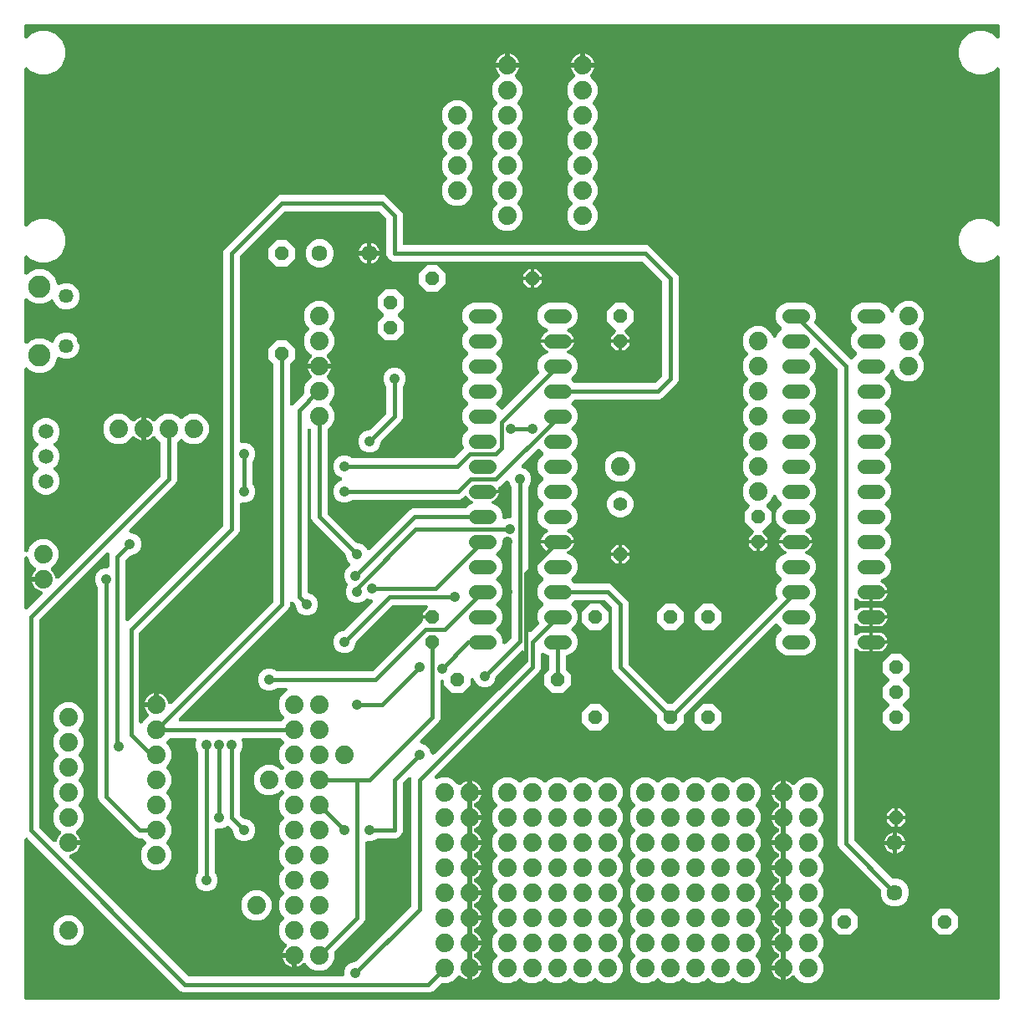
<source format=gbl>
G04 EAGLE Gerber RS-274X export*
G75*
%MOMM*%
%FSLAX34Y34*%
%LPD*%
%INBottom Copper*%
%IPPOS*%
%AMOC8*
5,1,8,0,0,1.08239X$1,22.5*%
G01*
%ADD10C,1.422400*%
%ADD11C,1.459600*%
%ADD12C,2.250000*%
%ADD13C,1.879600*%
%ADD14C,1.509600*%
%ADD15P,1.539592X8X112.500000*%
%ADD16P,1.539592X8X202.500000*%
%ADD17C,1.609600*%
%ADD18P,1.539592X8X292.500000*%
%ADD19C,1.422400*%
%ADD20C,1.058000*%
%ADD21C,0.406400*%

G36*
X991890Y6099D02*
X991890Y6099D01*
X991908Y6097D01*
X992090Y6118D01*
X992273Y6137D01*
X992290Y6142D01*
X992307Y6144D01*
X992482Y6201D01*
X992658Y6255D01*
X992673Y6263D01*
X992690Y6269D01*
X992850Y6359D01*
X993012Y6447D01*
X993025Y6458D01*
X993041Y6467D01*
X993180Y6587D01*
X993321Y6704D01*
X993332Y6718D01*
X993346Y6730D01*
X993458Y6875D01*
X993573Y7018D01*
X993581Y7034D01*
X993592Y7048D01*
X993674Y7213D01*
X993759Y7375D01*
X993764Y7392D01*
X993772Y7408D01*
X993819Y7587D01*
X993870Y7762D01*
X993872Y7780D01*
X993876Y7797D01*
X993903Y8128D01*
X993903Y758029D01*
X993902Y758038D01*
X993903Y758046D01*
X993882Y758238D01*
X993863Y758429D01*
X993861Y758438D01*
X993860Y758447D01*
X993802Y758629D01*
X993745Y758814D01*
X993741Y758822D01*
X993738Y758831D01*
X993645Y758999D01*
X993553Y759168D01*
X993548Y759175D01*
X993543Y759183D01*
X993419Y759330D01*
X993296Y759478D01*
X993289Y759483D01*
X993283Y759490D01*
X993132Y759609D01*
X992982Y759730D01*
X992974Y759734D01*
X992967Y759740D01*
X992794Y759827D01*
X992625Y759915D01*
X992616Y759918D01*
X992608Y759922D01*
X992422Y759974D01*
X992238Y760027D01*
X992229Y760027D01*
X992220Y760030D01*
X992027Y760044D01*
X991836Y760060D01*
X991828Y760059D01*
X991819Y760059D01*
X991626Y760035D01*
X991437Y760013D01*
X991428Y760010D01*
X991419Y760009D01*
X991236Y759947D01*
X991054Y759888D01*
X991046Y759883D01*
X991038Y759881D01*
X990871Y759785D01*
X990703Y759690D01*
X990696Y759684D01*
X990689Y759680D01*
X990436Y759465D01*
X987044Y756073D01*
X978968Y752728D01*
X970228Y752728D01*
X962152Y756073D01*
X955971Y762254D01*
X952626Y770330D01*
X952626Y779070D01*
X955971Y787146D01*
X962152Y793327D01*
X970228Y796672D01*
X978968Y796672D01*
X987044Y793327D01*
X990436Y789935D01*
X990443Y789929D01*
X990448Y789922D01*
X990598Y789802D01*
X990747Y789680D01*
X990755Y789676D01*
X990762Y789670D01*
X990932Y789582D01*
X991103Y789491D01*
X991112Y789489D01*
X991119Y789485D01*
X991304Y789431D01*
X991489Y789377D01*
X991498Y789376D01*
X991506Y789373D01*
X991697Y789358D01*
X991890Y789340D01*
X991899Y789341D01*
X991908Y789340D01*
X992097Y789363D01*
X992290Y789384D01*
X992299Y789386D01*
X992307Y789387D01*
X992489Y789447D01*
X992674Y789505D01*
X992682Y789509D01*
X992690Y789512D01*
X992859Y789607D01*
X993026Y789700D01*
X993033Y789706D01*
X993041Y789710D01*
X993187Y789836D01*
X993333Y789960D01*
X993339Y789967D01*
X993346Y789973D01*
X993463Y790125D01*
X993583Y790276D01*
X993587Y790284D01*
X993592Y790291D01*
X993678Y790463D01*
X993765Y790635D01*
X993768Y790644D01*
X993772Y790652D01*
X993822Y790838D01*
X993873Y791023D01*
X993874Y791032D01*
X993876Y791041D01*
X993903Y791371D01*
X993903Y948529D01*
X993902Y948538D01*
X993903Y948546D01*
X993882Y948738D01*
X993863Y948929D01*
X993861Y948938D01*
X993860Y948947D01*
X993802Y949129D01*
X993745Y949314D01*
X993741Y949322D01*
X993738Y949331D01*
X993645Y949499D01*
X993553Y949668D01*
X993548Y949675D01*
X993543Y949683D01*
X993419Y949830D01*
X993296Y949978D01*
X993289Y949983D01*
X993283Y949990D01*
X993132Y950109D01*
X992982Y950230D01*
X992974Y950234D01*
X992967Y950240D01*
X992794Y950327D01*
X992625Y950415D01*
X992616Y950418D01*
X992608Y950422D01*
X992422Y950474D01*
X992238Y950527D01*
X992229Y950527D01*
X992220Y950530D01*
X992027Y950544D01*
X991836Y950560D01*
X991828Y950559D01*
X991819Y950559D01*
X991626Y950535D01*
X991437Y950513D01*
X991428Y950510D01*
X991419Y950509D01*
X991236Y950447D01*
X991054Y950388D01*
X991046Y950383D01*
X991038Y950381D01*
X990871Y950285D01*
X990703Y950190D01*
X990696Y950184D01*
X990689Y950180D01*
X990436Y949965D01*
X987044Y946573D01*
X978968Y943228D01*
X970228Y943228D01*
X962152Y946573D01*
X955971Y952754D01*
X952626Y960830D01*
X952626Y969570D01*
X955971Y977646D01*
X962152Y983827D01*
X970228Y987172D01*
X978968Y987172D01*
X987044Y983827D01*
X990436Y980435D01*
X990443Y980429D01*
X990448Y980422D01*
X990598Y980302D01*
X990747Y980180D01*
X990755Y980176D01*
X990762Y980170D01*
X990932Y980082D01*
X991103Y979991D01*
X991112Y979989D01*
X991119Y979985D01*
X991304Y979931D01*
X991489Y979877D01*
X991498Y979876D01*
X991506Y979873D01*
X991697Y979858D01*
X991890Y979840D01*
X991899Y979841D01*
X991908Y979840D01*
X992097Y979863D01*
X992290Y979884D01*
X992299Y979886D01*
X992307Y979887D01*
X992489Y979947D01*
X992674Y980005D01*
X992682Y980009D01*
X992690Y980012D01*
X992859Y980107D01*
X993026Y980200D01*
X993033Y980206D01*
X993041Y980210D01*
X993187Y980336D01*
X993333Y980460D01*
X993339Y980467D01*
X993346Y980473D01*
X993463Y980625D01*
X993583Y980776D01*
X993587Y980784D01*
X993592Y980791D01*
X993678Y980963D01*
X993765Y981135D01*
X993768Y981144D01*
X993772Y981152D01*
X993822Y981338D01*
X993873Y981523D01*
X993874Y981532D01*
X993876Y981541D01*
X993903Y981871D01*
X993903Y991872D01*
X993901Y991890D01*
X993903Y991908D01*
X993882Y992090D01*
X993863Y992273D01*
X993858Y992290D01*
X993856Y992307D01*
X993799Y992482D01*
X993745Y992658D01*
X993737Y992673D01*
X993731Y992690D01*
X993641Y992850D01*
X993553Y993012D01*
X993542Y993025D01*
X993533Y993041D01*
X993413Y993180D01*
X993296Y993321D01*
X993282Y993332D01*
X993270Y993346D01*
X993125Y993458D01*
X992982Y993573D01*
X992966Y993581D01*
X992952Y993592D01*
X992787Y993674D01*
X992625Y993759D01*
X992608Y993764D01*
X992592Y993772D01*
X992413Y993819D01*
X992238Y993870D01*
X992220Y993872D01*
X992203Y993876D01*
X991872Y993903D01*
X8128Y993903D01*
X8110Y993901D01*
X8092Y993903D01*
X7910Y993882D01*
X7727Y993863D01*
X7710Y993858D01*
X7693Y993856D01*
X7518Y993799D01*
X7342Y993745D01*
X7327Y993737D01*
X7310Y993731D01*
X7150Y993641D01*
X6988Y993553D01*
X6975Y993542D01*
X6959Y993533D01*
X6820Y993413D01*
X6679Y993296D01*
X6668Y993282D01*
X6654Y993270D01*
X6542Y993125D01*
X6427Y992982D01*
X6419Y992966D01*
X6408Y992952D01*
X6326Y992787D01*
X6241Y992625D01*
X6236Y992608D01*
X6228Y992592D01*
X6181Y992413D01*
X6130Y992238D01*
X6128Y992220D01*
X6124Y992203D01*
X6097Y991872D01*
X6097Y981873D01*
X6098Y981864D01*
X6097Y981856D01*
X6118Y981664D01*
X6137Y981473D01*
X6139Y981464D01*
X6140Y981455D01*
X6198Y981273D01*
X6255Y981088D01*
X6259Y981080D01*
X6262Y981071D01*
X6355Y980903D01*
X6447Y980734D01*
X6452Y980727D01*
X6457Y980719D01*
X6581Y980572D01*
X6704Y980424D01*
X6711Y980419D01*
X6717Y980412D01*
X6868Y980293D01*
X7018Y980172D01*
X7026Y980168D01*
X7033Y980162D01*
X7206Y980075D01*
X7375Y979987D01*
X7384Y979984D01*
X7392Y979980D01*
X7578Y979928D01*
X7762Y979875D01*
X7771Y979875D01*
X7780Y979872D01*
X7973Y979858D01*
X8164Y979842D01*
X8172Y979843D01*
X8181Y979843D01*
X8374Y979867D01*
X8563Y979889D01*
X8572Y979892D01*
X8581Y979893D01*
X8764Y979955D01*
X8946Y980014D01*
X8954Y980019D01*
X8962Y980021D01*
X9129Y980117D01*
X9297Y980212D01*
X9304Y980218D01*
X9311Y980222D01*
X9564Y980437D01*
X12954Y983827D01*
X21030Y987172D01*
X29770Y987172D01*
X37846Y983827D01*
X44027Y977646D01*
X47372Y969570D01*
X47372Y960830D01*
X44027Y952754D01*
X37846Y946573D01*
X29770Y943228D01*
X21030Y943228D01*
X12954Y946573D01*
X9564Y949963D01*
X9557Y949969D01*
X9552Y949976D01*
X9402Y950096D01*
X9253Y950218D01*
X9245Y950222D01*
X9238Y950228D01*
X9068Y950316D01*
X8897Y950407D01*
X8888Y950409D01*
X8881Y950413D01*
X8696Y950467D01*
X8511Y950521D01*
X8502Y950522D01*
X8494Y950525D01*
X8303Y950540D01*
X8110Y950558D01*
X8101Y950557D01*
X8092Y950558D01*
X7903Y950535D01*
X7710Y950514D01*
X7701Y950512D01*
X7693Y950511D01*
X7511Y950451D01*
X7326Y950393D01*
X7318Y950389D01*
X7310Y950386D01*
X7141Y950291D01*
X6974Y950198D01*
X6967Y950192D01*
X6959Y950188D01*
X6813Y950062D01*
X6667Y949938D01*
X6661Y949931D01*
X6654Y949925D01*
X6537Y949773D01*
X6417Y949622D01*
X6413Y949614D01*
X6408Y949607D01*
X6322Y949435D01*
X6235Y949263D01*
X6232Y949254D01*
X6228Y949246D01*
X6178Y949060D01*
X6127Y948875D01*
X6126Y948866D01*
X6124Y948857D01*
X6097Y948527D01*
X6097Y791373D01*
X6098Y791364D01*
X6097Y791356D01*
X6118Y791164D01*
X6137Y790973D01*
X6139Y790964D01*
X6140Y790955D01*
X6198Y790773D01*
X6255Y790588D01*
X6259Y790580D01*
X6262Y790571D01*
X6355Y790403D01*
X6447Y790234D01*
X6452Y790227D01*
X6457Y790219D01*
X6581Y790072D01*
X6704Y789924D01*
X6711Y789919D01*
X6717Y789912D01*
X6868Y789793D01*
X7018Y789672D01*
X7026Y789668D01*
X7033Y789662D01*
X7206Y789575D01*
X7375Y789487D01*
X7384Y789484D01*
X7392Y789480D01*
X7578Y789428D01*
X7762Y789375D01*
X7771Y789375D01*
X7780Y789372D01*
X7973Y789358D01*
X8164Y789342D01*
X8172Y789343D01*
X8181Y789343D01*
X8374Y789367D01*
X8563Y789389D01*
X8572Y789392D01*
X8581Y789393D01*
X8764Y789455D01*
X8946Y789514D01*
X8954Y789519D01*
X8962Y789521D01*
X9129Y789617D01*
X9297Y789712D01*
X9304Y789718D01*
X9311Y789722D01*
X9564Y789937D01*
X12954Y793327D01*
X21030Y796672D01*
X29770Y796672D01*
X37846Y793327D01*
X44027Y787146D01*
X47372Y779070D01*
X47372Y770330D01*
X44027Y762254D01*
X37846Y756073D01*
X29770Y752728D01*
X21030Y752728D01*
X12954Y756073D01*
X9564Y759463D01*
X9557Y759469D01*
X9552Y759476D01*
X9402Y759596D01*
X9253Y759718D01*
X9245Y759722D01*
X9238Y759728D01*
X9068Y759816D01*
X8897Y759907D01*
X8888Y759909D01*
X8881Y759913D01*
X8696Y759967D01*
X8511Y760021D01*
X8502Y760022D01*
X8494Y760025D01*
X8303Y760040D01*
X8110Y760058D01*
X8101Y760057D01*
X8092Y760058D01*
X7903Y760035D01*
X7710Y760014D01*
X7701Y760012D01*
X7693Y760011D01*
X7511Y759951D01*
X7326Y759893D01*
X7318Y759889D01*
X7310Y759886D01*
X7141Y759791D01*
X6974Y759698D01*
X6967Y759692D01*
X6959Y759688D01*
X6813Y759562D01*
X6667Y759438D01*
X6661Y759431D01*
X6654Y759425D01*
X6537Y759273D01*
X6417Y759122D01*
X6413Y759114D01*
X6408Y759107D01*
X6322Y758934D01*
X6235Y758763D01*
X6232Y758754D01*
X6228Y758746D01*
X6178Y758560D01*
X6127Y758375D01*
X6126Y758366D01*
X6124Y758357D01*
X6097Y758027D01*
X6097Y742363D01*
X6098Y742354D01*
X6097Y742345D01*
X6118Y742153D01*
X6137Y741962D01*
X6139Y741953D01*
X6140Y741945D01*
X6198Y741762D01*
X6255Y741577D01*
X6259Y741569D01*
X6262Y741561D01*
X6355Y741392D01*
X6447Y741223D01*
X6452Y741216D01*
X6457Y741208D01*
X6581Y741061D01*
X6704Y740914D01*
X6711Y740908D01*
X6717Y740901D01*
X6868Y740782D01*
X7018Y740661D01*
X7026Y740657D01*
X7033Y740652D01*
X7206Y740564D01*
X7375Y740476D01*
X7384Y740473D01*
X7392Y740469D01*
X7578Y740417D01*
X7762Y740365D01*
X7771Y740364D01*
X7780Y740361D01*
X7973Y740347D01*
X8164Y740332D01*
X8172Y740333D01*
X8181Y740332D01*
X8374Y740356D01*
X8563Y740379D01*
X8572Y740381D01*
X8581Y740382D01*
X8764Y740444D01*
X8946Y740503D01*
X8954Y740508D01*
X8962Y740511D01*
X9128Y740606D01*
X9297Y740701D01*
X9304Y740707D01*
X9311Y740712D01*
X9564Y740926D01*
X11764Y743126D01*
X12905Y743598D01*
X12905Y743599D01*
X18139Y745767D01*
X25041Y745767D01*
X31416Y743126D01*
X36296Y738246D01*
X38947Y731846D01*
X38958Y731747D01*
X38977Y731559D01*
X38981Y731546D01*
X38982Y731533D01*
X39040Y731354D01*
X39095Y731174D01*
X39101Y731163D01*
X39105Y731150D01*
X39197Y730985D01*
X39287Y730820D01*
X39295Y730810D01*
X39302Y730798D01*
X39424Y730655D01*
X39544Y730511D01*
X39555Y730503D01*
X39563Y730492D01*
X39712Y730376D01*
X39858Y730259D01*
X39870Y730252D01*
X39880Y730244D01*
X40049Y730160D01*
X40215Y730073D01*
X40228Y730069D01*
X40240Y730063D01*
X40421Y730014D01*
X40602Y729962D01*
X40616Y729961D01*
X40629Y729957D01*
X40817Y729944D01*
X41004Y729929D01*
X41017Y729930D01*
X41030Y729929D01*
X41218Y729954D01*
X41403Y729976D01*
X41416Y729980D01*
X41429Y729982D01*
X41745Y730083D01*
X45926Y731815D01*
X51254Y731815D01*
X56177Y729776D01*
X59946Y726007D01*
X61985Y721084D01*
X61985Y715756D01*
X59946Y710833D01*
X56177Y707064D01*
X51254Y705025D01*
X45926Y705025D01*
X41003Y707064D01*
X37234Y710833D01*
X35850Y714176D01*
X35843Y714188D01*
X35839Y714200D01*
X35748Y714365D01*
X35660Y714531D01*
X35651Y714541D01*
X35644Y714553D01*
X35523Y714696D01*
X35403Y714841D01*
X35393Y714849D01*
X35384Y714860D01*
X35237Y714976D01*
X35090Y715095D01*
X35079Y715101D01*
X35068Y715109D01*
X34901Y715194D01*
X34734Y715282D01*
X34721Y715286D01*
X34709Y715292D01*
X34528Y715342D01*
X34348Y715395D01*
X34334Y715396D01*
X34321Y715400D01*
X34133Y715413D01*
X33946Y715430D01*
X33933Y715428D01*
X33920Y715429D01*
X33731Y715405D01*
X33546Y715384D01*
X33534Y715380D01*
X33520Y715379D01*
X33341Y715318D01*
X33163Y715261D01*
X33151Y715255D01*
X33139Y715250D01*
X32976Y715157D01*
X32812Y715065D01*
X32801Y715056D01*
X32790Y715049D01*
X32537Y714835D01*
X31416Y713714D01*
X25041Y711073D01*
X18139Y711073D01*
X11764Y713714D01*
X9564Y715914D01*
X9557Y715919D01*
X9552Y715926D01*
X9402Y716047D01*
X9253Y716169D01*
X9245Y716173D01*
X9238Y716179D01*
X9068Y716267D01*
X8897Y716357D01*
X8888Y716360D01*
X8881Y716364D01*
X8696Y716417D01*
X8511Y716472D01*
X8502Y716473D01*
X8494Y716475D01*
X8303Y716491D01*
X8110Y716509D01*
X8101Y716508D01*
X8092Y716508D01*
X7903Y716486D01*
X7710Y716465D01*
X7701Y716462D01*
X7693Y716461D01*
X7511Y716402D01*
X7326Y716344D01*
X7318Y716339D01*
X7310Y716337D01*
X7141Y716242D01*
X6974Y716149D01*
X6967Y716143D01*
X6959Y716139D01*
X6813Y716013D01*
X6667Y715888D01*
X6661Y715881D01*
X6654Y715876D01*
X6537Y715724D01*
X6417Y715572D01*
X6413Y715564D01*
X6408Y715557D01*
X6322Y715384D01*
X6235Y715214D01*
X6232Y715205D01*
X6228Y715197D01*
X6178Y715011D01*
X6127Y714826D01*
X6126Y714817D01*
X6124Y714808D01*
X6097Y714477D01*
X6097Y672363D01*
X6098Y672354D01*
X6097Y672345D01*
X6118Y672151D01*
X6137Y671962D01*
X6139Y671953D01*
X6140Y671945D01*
X6198Y671762D01*
X6255Y671577D01*
X6259Y671569D01*
X6262Y671561D01*
X6355Y671392D01*
X6447Y671223D01*
X6452Y671216D01*
X6457Y671208D01*
X6581Y671061D01*
X6704Y670914D01*
X6711Y670908D01*
X6717Y670901D01*
X6868Y670782D01*
X7018Y670661D01*
X7026Y670657D01*
X7033Y670652D01*
X7206Y670564D01*
X7375Y670476D01*
X7384Y670473D01*
X7392Y670469D01*
X7578Y670417D01*
X7762Y670365D01*
X7771Y670364D01*
X7780Y670361D01*
X7973Y670347D01*
X8164Y670332D01*
X8172Y670333D01*
X8181Y670332D01*
X8374Y670356D01*
X8563Y670379D01*
X8572Y670381D01*
X8581Y670382D01*
X8764Y670444D01*
X8946Y670503D01*
X8954Y670508D01*
X8962Y670511D01*
X9128Y670606D01*
X9297Y670701D01*
X9304Y670707D01*
X9311Y670712D01*
X9564Y670926D01*
X11764Y673126D01*
X18139Y675767D01*
X25041Y675767D01*
X31416Y673126D01*
X32537Y672005D01*
X32547Y671997D01*
X32556Y671987D01*
X32703Y671869D01*
X32848Y671750D01*
X32860Y671744D01*
X32871Y671736D01*
X33038Y671650D01*
X33204Y671562D01*
X33217Y671558D01*
X33229Y671552D01*
X33409Y671501D01*
X33590Y671447D01*
X33603Y671446D01*
X33616Y671442D01*
X33802Y671428D01*
X33991Y671410D01*
X34004Y671412D01*
X34017Y671411D01*
X34202Y671433D01*
X34391Y671454D01*
X34404Y671458D01*
X34417Y671459D01*
X34595Y671518D01*
X34775Y671575D01*
X34787Y671582D01*
X34799Y671586D01*
X34962Y671679D01*
X35127Y671770D01*
X35138Y671779D01*
X35149Y671785D01*
X35291Y671909D01*
X35434Y672031D01*
X35443Y672041D01*
X35453Y672050D01*
X35567Y672198D01*
X35684Y672346D01*
X35690Y672359D01*
X35698Y672369D01*
X35850Y672664D01*
X37234Y676007D01*
X41003Y679776D01*
X43065Y680630D01*
X45926Y681815D01*
X51254Y681815D01*
X56177Y679776D01*
X59946Y676007D01*
X61985Y671084D01*
X61985Y665756D01*
X59946Y660833D01*
X56177Y657064D01*
X53460Y655939D01*
X51254Y655025D01*
X45926Y655025D01*
X41745Y656757D01*
X41732Y656761D01*
X41721Y656767D01*
X41541Y656819D01*
X41360Y656873D01*
X41347Y656875D01*
X41334Y656878D01*
X41146Y656894D01*
X40959Y656911D01*
X40946Y656910D01*
X40932Y656911D01*
X40746Y656889D01*
X40559Y656870D01*
X40546Y656866D01*
X40533Y656864D01*
X40354Y656806D01*
X40174Y656750D01*
X40163Y656744D01*
X40150Y656739D01*
X39986Y656647D01*
X39821Y656557D01*
X39811Y656548D01*
X39799Y656541D01*
X39657Y656419D01*
X39513Y656298D01*
X39505Y656287D01*
X39494Y656278D01*
X39380Y656130D01*
X39262Y655983D01*
X39256Y655971D01*
X39248Y655960D01*
X39164Y655792D01*
X39078Y655625D01*
X39074Y655612D01*
X39068Y655600D01*
X39019Y655417D01*
X38968Y655237D01*
X38967Y655224D01*
X38964Y655211D01*
X38946Y654991D01*
X36296Y648594D01*
X31416Y643714D01*
X25041Y641073D01*
X18139Y641073D01*
X11764Y643714D01*
X9564Y645914D01*
X9557Y645919D01*
X9552Y645926D01*
X9402Y646047D01*
X9253Y646169D01*
X9245Y646173D01*
X9238Y646179D01*
X9068Y646267D01*
X8897Y646357D01*
X8888Y646360D01*
X8881Y646364D01*
X8696Y646417D01*
X8511Y646472D01*
X8502Y646473D01*
X8494Y646475D01*
X8303Y646491D01*
X8110Y646509D01*
X8101Y646508D01*
X8092Y646508D01*
X7903Y646486D01*
X7710Y646465D01*
X7701Y646462D01*
X7693Y646461D01*
X7511Y646402D01*
X7326Y646344D01*
X7318Y646339D01*
X7310Y646337D01*
X7141Y646242D01*
X6974Y646149D01*
X6967Y646143D01*
X6959Y646139D01*
X6813Y646013D01*
X6667Y645888D01*
X6661Y645881D01*
X6654Y645876D01*
X6537Y645724D01*
X6417Y645572D01*
X6413Y645564D01*
X6408Y645557D01*
X6322Y645385D01*
X6235Y645214D01*
X6232Y645205D01*
X6228Y645197D01*
X6178Y645011D01*
X6127Y644826D01*
X6126Y644817D01*
X6124Y644808D01*
X6097Y644477D01*
X6097Y461299D01*
X6097Y461295D01*
X6097Y461290D01*
X6117Y461094D01*
X6137Y460899D01*
X6138Y460894D01*
X6138Y460890D01*
X6197Y460701D01*
X6255Y460514D01*
X6257Y460510D01*
X6258Y460505D01*
X6352Y460334D01*
X6447Y460160D01*
X6449Y460156D01*
X6452Y460152D01*
X6579Y460001D01*
X6704Y459850D01*
X6708Y459848D01*
X6711Y459844D01*
X6868Y459719D01*
X7018Y459598D01*
X7022Y459596D01*
X7025Y459593D01*
X7200Y459504D01*
X7375Y459413D01*
X7380Y459411D01*
X7384Y459409D01*
X7571Y459356D01*
X7762Y459301D01*
X7767Y459301D01*
X7771Y459300D01*
X7964Y459285D01*
X8164Y459268D01*
X8168Y459269D01*
X8172Y459268D01*
X8365Y459292D01*
X8563Y459315D01*
X8568Y459317D01*
X8572Y459317D01*
X8755Y459378D01*
X8946Y459440D01*
X8950Y459442D01*
X8954Y459444D01*
X9124Y459541D01*
X9297Y459638D01*
X9300Y459641D01*
X9304Y459643D01*
X9455Y459774D01*
X9601Y459901D01*
X9604Y459905D01*
X9608Y459908D01*
X9728Y460064D01*
X9848Y460219D01*
X9850Y460223D01*
X9853Y460227D01*
X10005Y460522D01*
X12264Y465977D01*
X16623Y470336D01*
X19219Y471411D01*
X22318Y472695D01*
X28482Y472695D01*
X34177Y470336D01*
X38536Y465977D01*
X40895Y460282D01*
X40895Y454118D01*
X38536Y448423D01*
X34177Y444064D01*
X34046Y444010D01*
X34034Y444004D01*
X34021Y444000D01*
X33857Y443909D01*
X33691Y443820D01*
X33681Y443811D01*
X33669Y443805D01*
X33526Y443683D01*
X33381Y443563D01*
X33372Y443553D01*
X33362Y443544D01*
X33246Y443397D01*
X33127Y443251D01*
X33121Y443239D01*
X33112Y443228D01*
X33027Y443061D01*
X32940Y442894D01*
X32936Y442881D01*
X32930Y442869D01*
X32879Y442687D01*
X32827Y442508D01*
X32826Y442495D01*
X32822Y442481D01*
X32808Y442292D01*
X32792Y442107D01*
X32794Y442093D01*
X32793Y442080D01*
X32816Y441892D01*
X32837Y441707D01*
X32841Y441694D01*
X32843Y441681D01*
X32903Y441503D01*
X32960Y441323D01*
X32967Y441312D01*
X32971Y441299D01*
X33065Y441136D01*
X33157Y440972D01*
X33166Y440962D01*
X33172Y440950D01*
X33387Y440697D01*
X34506Y439578D01*
X35611Y438057D01*
X36464Y436383D01*
X37045Y434596D01*
X37112Y434169D01*
X37125Y434120D01*
X37131Y434069D01*
X37176Y433925D01*
X37214Y433780D01*
X37237Y433734D01*
X37252Y433685D01*
X37325Y433553D01*
X37391Y433418D01*
X37422Y433377D01*
X37447Y433333D01*
X37545Y433218D01*
X37636Y433098D01*
X37674Y433065D01*
X37708Y433026D01*
X37826Y432932D01*
X37939Y432833D01*
X37983Y432808D01*
X38024Y432776D01*
X38158Y432708D01*
X38288Y432633D01*
X38337Y432617D01*
X38382Y432594D01*
X38528Y432553D01*
X38670Y432506D01*
X38721Y432499D01*
X38770Y432486D01*
X38921Y432475D01*
X39070Y432456D01*
X39121Y432460D01*
X39172Y432456D01*
X39322Y432475D01*
X39471Y432487D01*
X39521Y432500D01*
X39571Y432507D01*
X39714Y432555D01*
X39859Y432595D01*
X39905Y432619D01*
X39953Y432635D01*
X40083Y432710D01*
X40218Y432779D01*
X40257Y432810D01*
X40302Y432836D01*
X40478Y432986D01*
X40533Y433029D01*
X40542Y433039D01*
X40555Y433051D01*
X143676Y536172D01*
X143693Y536193D01*
X143714Y536210D01*
X143821Y536348D01*
X143931Y536484D01*
X143944Y536507D01*
X143960Y536528D01*
X144038Y536685D01*
X144120Y536839D01*
X144128Y536865D01*
X144140Y536889D01*
X144185Y537058D01*
X144235Y537225D01*
X144237Y537252D01*
X144244Y537278D01*
X144271Y537608D01*
X144271Y569574D01*
X144269Y569601D01*
X144271Y569628D01*
X144249Y569802D01*
X144231Y569975D01*
X144224Y570001D01*
X144220Y570027D01*
X144165Y570193D01*
X144113Y570360D01*
X144100Y570384D01*
X144092Y570409D01*
X144005Y570561D01*
X143921Y570714D01*
X143904Y570735D01*
X143891Y570758D01*
X143676Y571011D01*
X139264Y575423D01*
X139210Y575554D01*
X139204Y575566D01*
X139200Y575579D01*
X139109Y575743D01*
X139020Y575909D01*
X139011Y575919D01*
X139005Y575931D01*
X138883Y576074D01*
X138763Y576219D01*
X138753Y576228D01*
X138744Y576238D01*
X138597Y576354D01*
X138451Y576473D01*
X138439Y576479D01*
X138428Y576488D01*
X138261Y576573D01*
X138094Y576660D01*
X138081Y576664D01*
X138069Y576670D01*
X137887Y576721D01*
X137708Y576773D01*
X137695Y576774D01*
X137681Y576778D01*
X137492Y576792D01*
X137307Y576808D01*
X137293Y576806D01*
X137280Y576807D01*
X137092Y576784D01*
X136907Y576763D01*
X136894Y576759D01*
X136881Y576757D01*
X136703Y576697D01*
X136523Y576640D01*
X136512Y576633D01*
X136499Y576629D01*
X136336Y576535D01*
X136172Y576443D01*
X136162Y576434D01*
X136150Y576428D01*
X135897Y576213D01*
X134778Y575094D01*
X133257Y573989D01*
X131583Y573136D01*
X129796Y572555D01*
X129539Y572515D01*
X129539Y583692D01*
X129537Y583710D01*
X129539Y583727D01*
X129518Y583910D01*
X129499Y584092D01*
X129494Y584109D01*
X129492Y584127D01*
X129467Y584205D01*
X129506Y584342D01*
X129508Y584360D01*
X129512Y584377D01*
X129539Y584708D01*
X129539Y595885D01*
X129796Y595845D01*
X131583Y595264D01*
X133257Y594411D01*
X134778Y593306D01*
X135897Y592187D01*
X135907Y592178D01*
X135916Y592168D01*
X136063Y592051D01*
X136208Y591932D01*
X136220Y591926D01*
X136231Y591917D01*
X136399Y591831D01*
X136564Y591743D01*
X136577Y591739D01*
X136589Y591733D01*
X136770Y591682D01*
X136950Y591628D01*
X136963Y591627D01*
X136976Y591624D01*
X137163Y591609D01*
X137351Y591592D01*
X137365Y591594D01*
X137378Y591593D01*
X137563Y591615D01*
X137751Y591635D01*
X137764Y591640D01*
X137777Y591641D01*
X137955Y591700D01*
X138135Y591757D01*
X138147Y591764D01*
X138160Y591768D01*
X138323Y591861D01*
X138487Y591952D01*
X138498Y591960D01*
X138509Y591967D01*
X138652Y592091D01*
X138794Y592212D01*
X138803Y592223D01*
X138813Y592232D01*
X138928Y592381D01*
X139044Y592528D01*
X139050Y592540D01*
X139058Y592551D01*
X139210Y592846D01*
X139264Y592977D01*
X143623Y597336D01*
X148557Y599380D01*
X148558Y599380D01*
X149318Y599695D01*
X155482Y599695D01*
X161177Y597336D01*
X163664Y594849D01*
X163678Y594838D01*
X163689Y594824D01*
X163833Y594711D01*
X163975Y594594D01*
X163991Y594586D01*
X164005Y594575D01*
X164169Y594491D01*
X164331Y594405D01*
X164348Y594400D01*
X164364Y594392D01*
X164541Y594343D01*
X164717Y594291D01*
X164735Y594289D01*
X164752Y594284D01*
X164935Y594271D01*
X165118Y594254D01*
X165136Y594256D01*
X165153Y594255D01*
X165335Y594278D01*
X165518Y594298D01*
X165535Y594303D01*
X165553Y594305D01*
X165727Y594364D01*
X165902Y594419D01*
X165918Y594428D01*
X165934Y594434D01*
X166093Y594525D01*
X166254Y594614D01*
X166268Y594626D01*
X166283Y594635D01*
X166536Y594849D01*
X169023Y597336D01*
X173957Y599380D01*
X173958Y599380D01*
X174718Y599695D01*
X180882Y599695D01*
X186577Y597336D01*
X190936Y592977D01*
X193295Y587282D01*
X193295Y581118D01*
X190936Y575423D01*
X186577Y571064D01*
X180882Y568705D01*
X174718Y568705D01*
X169023Y571064D01*
X166536Y573551D01*
X166523Y573562D01*
X166511Y573576D01*
X166367Y573690D01*
X166225Y573806D01*
X166209Y573814D01*
X166195Y573825D01*
X166031Y573909D01*
X165869Y573995D01*
X165852Y574000D01*
X165836Y574008D01*
X165659Y574057D01*
X165483Y574109D01*
X165465Y574111D01*
X165448Y574116D01*
X165265Y574129D01*
X165082Y574146D01*
X165064Y574144D01*
X165047Y574145D01*
X164865Y574122D01*
X164682Y574102D01*
X164665Y574097D01*
X164647Y574095D01*
X164474Y574036D01*
X164298Y573981D01*
X164282Y573972D01*
X164266Y573966D01*
X164106Y573875D01*
X163946Y573786D01*
X163932Y573774D01*
X163917Y573766D01*
X163664Y573551D01*
X161124Y571011D01*
X161107Y570990D01*
X161086Y570973D01*
X160979Y570835D01*
X160869Y570699D01*
X160856Y570676D01*
X160840Y570655D01*
X160762Y570498D01*
X160680Y570344D01*
X160672Y570318D01*
X160660Y570294D01*
X160615Y570125D01*
X160565Y569958D01*
X160563Y569931D01*
X160556Y569905D01*
X160529Y569574D01*
X160529Y531783D01*
X159291Y528795D01*
X112710Y482214D01*
X112704Y482207D01*
X112698Y482202D01*
X112577Y482052D01*
X112455Y481903D01*
X112451Y481895D01*
X112445Y481888D01*
X112356Y481717D01*
X112266Y481547D01*
X112264Y481539D01*
X112260Y481531D01*
X112206Y481345D01*
X112152Y481161D01*
X112151Y481152D01*
X112148Y481144D01*
X112133Y480952D01*
X112115Y480760D01*
X112116Y480751D01*
X112115Y480742D01*
X112138Y480553D01*
X112159Y480360D01*
X112161Y480351D01*
X112162Y480343D01*
X112222Y480161D01*
X112280Y479976D01*
X112284Y479968D01*
X112287Y479960D01*
X112382Y479791D01*
X112475Y479624D01*
X112481Y479617D01*
X112485Y479609D01*
X112611Y479463D01*
X112735Y479317D01*
X112742Y479311D01*
X112748Y479304D01*
X112900Y479187D01*
X113051Y479067D01*
X113059Y479063D01*
X113066Y479058D01*
X113238Y478972D01*
X113410Y478885D01*
X113419Y478882D01*
X113427Y478878D01*
X113613Y478828D01*
X113798Y478777D01*
X113807Y478776D01*
X113816Y478774D01*
X114146Y478747D01*
X115295Y478747D01*
X119480Y477013D01*
X122683Y473810D01*
X124417Y469625D01*
X124417Y465095D01*
X122683Y460910D01*
X119480Y457707D01*
X115295Y455973D01*
X113980Y455973D01*
X113954Y455971D01*
X113927Y455973D01*
X113753Y455951D01*
X113580Y455933D01*
X113554Y455926D01*
X113528Y455922D01*
X113362Y455867D01*
X113195Y455815D01*
X113171Y455802D01*
X113146Y455794D01*
X112994Y455707D01*
X112841Y455623D01*
X112820Y455606D01*
X112797Y455593D01*
X112544Y455378D01*
X109054Y451888D01*
X109037Y451867D01*
X109016Y451850D01*
X108909Y451712D01*
X108799Y451576D01*
X108786Y451553D01*
X108770Y451532D01*
X108692Y451375D01*
X108610Y451221D01*
X108602Y451195D01*
X108590Y451171D01*
X108545Y451002D01*
X108495Y450835D01*
X108493Y450808D01*
X108486Y450782D01*
X108459Y450452D01*
X108459Y391558D01*
X108460Y391550D01*
X108459Y391541D01*
X108480Y391347D01*
X108499Y391158D01*
X108501Y391149D01*
X108502Y391140D01*
X108561Y390956D01*
X108617Y390773D01*
X108621Y390765D01*
X108624Y390756D01*
X108717Y390588D01*
X108809Y390419D01*
X108814Y390412D01*
X108819Y390404D01*
X108943Y390257D01*
X109066Y390110D01*
X109073Y390104D01*
X109079Y390097D01*
X109231Y389977D01*
X109380Y389857D01*
X109388Y389853D01*
X109395Y389848D01*
X109568Y389760D01*
X109737Y389672D01*
X109746Y389669D01*
X109754Y389665D01*
X109940Y389613D01*
X110124Y389560D01*
X110133Y389560D01*
X110142Y389557D01*
X110335Y389543D01*
X110526Y389527D01*
X110534Y389528D01*
X110543Y389528D01*
X110736Y389552D01*
X110925Y389574D01*
X110934Y389577D01*
X110943Y389578D01*
X111125Y389639D01*
X111308Y389699D01*
X111316Y389704D01*
X111324Y389706D01*
X111491Y389803D01*
X111659Y389897D01*
X111666Y389903D01*
X111673Y389907D01*
X111926Y390122D01*
X207176Y485372D01*
X207193Y485393D01*
X207214Y485410D01*
X207321Y485548D01*
X207431Y485684D01*
X207444Y485707D01*
X207460Y485728D01*
X207538Y485885D01*
X207620Y486039D01*
X207628Y486065D01*
X207640Y486089D01*
X207685Y486258D01*
X207735Y486425D01*
X207737Y486452D01*
X207744Y486478D01*
X207771Y486808D01*
X207771Y763617D01*
X209009Y766605D01*
X262095Y819691D01*
X265083Y820929D01*
X369917Y820929D01*
X372905Y819691D01*
X387891Y804705D01*
X389129Y801717D01*
X389129Y772160D01*
X389131Y772142D01*
X389129Y772124D01*
X389150Y771942D01*
X389169Y771759D01*
X389174Y771742D01*
X389176Y771725D01*
X389233Y771550D01*
X389287Y771374D01*
X389295Y771359D01*
X389301Y771342D01*
X389391Y771182D01*
X389479Y771020D01*
X389490Y771007D01*
X389499Y770991D01*
X389619Y770852D01*
X389736Y770711D01*
X389750Y770700D01*
X389762Y770686D01*
X389907Y770574D01*
X390050Y770459D01*
X390066Y770451D01*
X390080Y770440D01*
X390245Y770358D01*
X390407Y770273D01*
X390424Y770268D01*
X390440Y770260D01*
X390619Y770213D01*
X390794Y770162D01*
X390812Y770160D01*
X390829Y770156D01*
X391160Y770129D01*
X636617Y770129D01*
X639605Y768891D01*
X667291Y741205D01*
X668529Y738217D01*
X668529Y633383D01*
X667291Y630395D01*
X652305Y615409D01*
X649317Y614171D01*
X564605Y614171D01*
X564578Y614169D01*
X564551Y614171D01*
X564377Y614149D01*
X564204Y614131D01*
X564178Y614124D01*
X564152Y614120D01*
X563986Y614064D01*
X563819Y614013D01*
X563795Y614000D01*
X563770Y613992D01*
X563619Y613905D01*
X563465Y613821D01*
X563444Y613804D01*
X563421Y613791D01*
X563168Y613576D01*
X560628Y611036D01*
X560617Y611022D01*
X560603Y611011D01*
X560490Y610867D01*
X560373Y610725D01*
X560365Y610709D01*
X560354Y610695D01*
X560271Y610532D01*
X560185Y610369D01*
X560179Y610352D01*
X560171Y610336D01*
X560122Y610159D01*
X560070Y609983D01*
X560068Y609965D01*
X560063Y609948D01*
X560050Y609765D01*
X560033Y609582D01*
X560035Y609564D01*
X560034Y609547D01*
X560057Y609364D01*
X560077Y609182D01*
X560082Y609165D01*
X560084Y609147D01*
X560143Y608972D01*
X560198Y608798D01*
X560207Y608782D01*
X560213Y608766D01*
X560304Y608606D01*
X560393Y608446D01*
X560405Y608432D01*
X560414Y608417D01*
X560628Y608164D01*
X564410Y604382D01*
X566421Y599527D01*
X566421Y594273D01*
X564410Y589418D01*
X560628Y585636D01*
X560617Y585622D01*
X560603Y585611D01*
X560490Y585467D01*
X560373Y585325D01*
X560365Y585309D01*
X560354Y585295D01*
X560270Y585131D01*
X560185Y584969D01*
X560180Y584952D01*
X560171Y584936D01*
X560122Y584759D01*
X560070Y584583D01*
X560068Y584565D01*
X560063Y584548D01*
X560050Y584365D01*
X560033Y584182D01*
X560035Y584164D01*
X560034Y584147D01*
X560057Y583965D01*
X560077Y583782D01*
X560082Y583765D01*
X560084Y583747D01*
X560143Y583573D01*
X560198Y583398D01*
X560207Y583382D01*
X560213Y583366D01*
X560305Y583206D01*
X560393Y583046D01*
X560405Y583032D01*
X560414Y583017D01*
X560628Y582764D01*
X564410Y578982D01*
X566421Y574127D01*
X566421Y568873D01*
X564410Y564018D01*
X560628Y560236D01*
X560617Y560222D01*
X560603Y560211D01*
X560490Y560067D01*
X560373Y559925D01*
X560365Y559909D01*
X560354Y559895D01*
X560270Y559731D01*
X560185Y559569D01*
X560180Y559552D01*
X560171Y559536D01*
X560122Y559359D01*
X560070Y559183D01*
X560068Y559165D01*
X560063Y559148D01*
X560050Y558965D01*
X560033Y558782D01*
X560035Y558764D01*
X560034Y558747D01*
X560057Y558565D01*
X560077Y558382D01*
X560082Y558365D01*
X560084Y558347D01*
X560143Y558173D01*
X560198Y557998D01*
X560207Y557982D01*
X560213Y557966D01*
X560305Y557806D01*
X560393Y557646D01*
X560405Y557632D01*
X560414Y557617D01*
X560628Y557364D01*
X564410Y553582D01*
X566421Y548727D01*
X566421Y543473D01*
X564410Y538618D01*
X560628Y534836D01*
X560617Y534823D01*
X560603Y534811D01*
X560489Y534667D01*
X560373Y534525D01*
X560365Y534509D01*
X560354Y534495D01*
X560270Y534331D01*
X560185Y534169D01*
X560180Y534152D01*
X560171Y534136D01*
X560122Y533959D01*
X560070Y533783D01*
X560068Y533765D01*
X560063Y533748D01*
X560050Y533565D01*
X560033Y533382D01*
X560035Y533364D01*
X560034Y533347D01*
X560057Y533165D01*
X560077Y532982D01*
X560082Y532965D01*
X560084Y532947D01*
X560143Y532774D01*
X560198Y532598D01*
X560207Y532582D01*
X560213Y532566D01*
X560305Y532406D01*
X560393Y532246D01*
X560405Y532232D01*
X560414Y532217D01*
X560628Y531964D01*
X564410Y528182D01*
X566421Y523327D01*
X566421Y518073D01*
X564410Y513218D01*
X560628Y509436D01*
X560617Y509422D01*
X560603Y509411D01*
X560490Y509267D01*
X560373Y509125D01*
X560365Y509109D01*
X560354Y509095D01*
X560270Y508931D01*
X560185Y508769D01*
X560180Y508752D01*
X560171Y508736D01*
X560122Y508559D01*
X560070Y508383D01*
X560068Y508365D01*
X560063Y508348D01*
X560050Y508165D01*
X560033Y507982D01*
X560035Y507964D01*
X560034Y507947D01*
X560057Y507765D01*
X560077Y507582D01*
X560082Y507565D01*
X560084Y507547D01*
X560143Y507373D01*
X560198Y507198D01*
X560207Y507182D01*
X560213Y507166D01*
X560305Y507006D01*
X560393Y506846D01*
X560405Y506832D01*
X560414Y506817D01*
X560628Y506564D01*
X564410Y502782D01*
X566421Y497927D01*
X566421Y492673D01*
X564410Y487818D01*
X560694Y484102D01*
X556991Y482568D01*
X556876Y482507D01*
X556757Y482453D01*
X556699Y482412D01*
X556636Y482378D01*
X556536Y482295D01*
X556429Y482219D01*
X556381Y482167D01*
X556326Y482122D01*
X556243Y482020D01*
X556154Y481925D01*
X556117Y481864D01*
X556072Y481809D01*
X556011Y481693D01*
X555943Y481582D01*
X555918Y481515D01*
X555885Y481453D01*
X555848Y481327D01*
X555803Y481204D01*
X555792Y481134D01*
X555772Y481066D01*
X555761Y480936D01*
X555740Y480807D01*
X555743Y480736D01*
X555737Y480665D01*
X555752Y480535D01*
X555758Y480404D01*
X555774Y480335D01*
X555782Y480265D01*
X555822Y480140D01*
X555854Y480013D01*
X555884Y479949D01*
X555906Y479882D01*
X555969Y479767D01*
X556025Y479649D01*
X556067Y479592D01*
X556102Y479530D01*
X556187Y479431D01*
X556265Y479326D01*
X556318Y479278D01*
X556364Y479224D01*
X556467Y479144D01*
X556564Y479056D01*
X556634Y479013D01*
X556681Y478976D01*
X556749Y478942D01*
X556846Y478882D01*
X558271Y478156D01*
X559500Y477263D01*
X560575Y476188D01*
X561468Y474959D01*
X562158Y473605D01*
X562627Y472160D01*
X562663Y471931D01*
X546100Y471931D01*
X529537Y471931D01*
X529573Y472160D01*
X530042Y473605D01*
X530732Y474959D01*
X531625Y476188D01*
X532700Y477263D01*
X533929Y478156D01*
X535354Y478882D01*
X535464Y478952D01*
X535579Y479015D01*
X535633Y479061D01*
X535693Y479099D01*
X535787Y479190D01*
X535887Y479274D01*
X535931Y479330D01*
X535982Y479379D01*
X536056Y479487D01*
X536138Y479589D01*
X536170Y479652D01*
X536210Y479711D01*
X536262Y479831D01*
X536322Y479947D01*
X536341Y480016D01*
X536369Y480081D01*
X536396Y480209D01*
X536431Y480335D01*
X536437Y480405D01*
X536451Y480475D01*
X536452Y480606D01*
X536462Y480736D01*
X536454Y480807D01*
X536454Y480878D01*
X536430Y481006D01*
X536414Y481136D01*
X536391Y481203D01*
X536378Y481273D01*
X536328Y481394D01*
X536287Y481518D01*
X536252Y481580D01*
X536225Y481645D01*
X536153Y481754D01*
X536088Y481868D01*
X536041Y481921D01*
X536002Y481980D01*
X535909Y482073D01*
X535823Y482171D01*
X535767Y482215D01*
X535717Y482265D01*
X535608Y482337D01*
X535504Y482417D01*
X535431Y482454D01*
X535381Y482487D01*
X535311Y482516D01*
X535209Y482568D01*
X531506Y484102D01*
X527790Y487818D01*
X525779Y492673D01*
X525779Y497927D01*
X527790Y502782D01*
X531572Y506564D01*
X531583Y506577D01*
X531597Y506589D01*
X531711Y506733D01*
X531827Y506875D01*
X531835Y506891D01*
X531846Y506905D01*
X531930Y507069D01*
X532015Y507231D01*
X532020Y507248D01*
X532029Y507264D01*
X532078Y507441D01*
X532130Y507617D01*
X532132Y507635D01*
X532137Y507652D01*
X532150Y507835D01*
X532167Y508018D01*
X532165Y508036D01*
X532166Y508053D01*
X532143Y508235D01*
X532123Y508418D01*
X532118Y508435D01*
X532116Y508453D01*
X532057Y508626D01*
X532002Y508802D01*
X531993Y508818D01*
X531987Y508834D01*
X531895Y508994D01*
X531807Y509154D01*
X531795Y509168D01*
X531786Y509183D01*
X531572Y509436D01*
X527790Y513218D01*
X525779Y518073D01*
X525779Y523327D01*
X527790Y528182D01*
X531572Y531964D01*
X531583Y531978D01*
X531597Y531989D01*
X531710Y532133D01*
X531827Y532275D01*
X531835Y532291D01*
X531846Y532305D01*
X531930Y532469D01*
X532015Y532631D01*
X532020Y532648D01*
X532029Y532664D01*
X532078Y532841D01*
X532130Y533017D01*
X532132Y533035D01*
X532137Y533052D01*
X532150Y533235D01*
X532167Y533418D01*
X532165Y533436D01*
X532166Y533453D01*
X532143Y533635D01*
X532123Y533818D01*
X532118Y533835D01*
X532116Y533853D01*
X532057Y534027D01*
X532002Y534202D01*
X531993Y534218D01*
X531987Y534234D01*
X531895Y534394D01*
X531807Y534554D01*
X531795Y534568D01*
X531786Y534583D01*
X531572Y534836D01*
X527790Y538618D01*
X525779Y543473D01*
X525779Y548727D01*
X527790Y553582D01*
X531572Y557364D01*
X531583Y557377D01*
X531597Y557389D01*
X531711Y557533D01*
X531827Y557675D01*
X531835Y557691D01*
X531846Y557705D01*
X531930Y557869D01*
X532015Y558031D01*
X532020Y558048D01*
X532029Y558064D01*
X532078Y558241D01*
X532130Y558417D01*
X532132Y558435D01*
X532137Y558452D01*
X532150Y558635D01*
X532167Y558818D01*
X532165Y558836D01*
X532166Y558853D01*
X532143Y559035D01*
X532123Y559218D01*
X532118Y559235D01*
X532116Y559253D01*
X532057Y559426D01*
X532002Y559602D01*
X531993Y559618D01*
X531987Y559634D01*
X531896Y559793D01*
X531807Y559954D01*
X531795Y559968D01*
X531786Y559983D01*
X531572Y560236D01*
X528323Y563485D01*
X528309Y563496D01*
X528298Y563510D01*
X528154Y563624D01*
X528012Y563740D01*
X527996Y563748D01*
X527982Y563759D01*
X527818Y563843D01*
X527656Y563929D01*
X527639Y563934D01*
X527623Y563942D01*
X527446Y563991D01*
X527270Y564043D01*
X527252Y564045D01*
X527235Y564050D01*
X527052Y564063D01*
X526869Y564080D01*
X526851Y564078D01*
X526834Y564079D01*
X526652Y564056D01*
X526469Y564036D01*
X526452Y564031D01*
X526434Y564029D01*
X526261Y563970D01*
X526085Y563915D01*
X526069Y563906D01*
X526052Y563900D01*
X525893Y563809D01*
X525733Y563720D01*
X525719Y563708D01*
X525704Y563700D01*
X525451Y563485D01*
X509931Y547965D01*
X509922Y547955D01*
X509912Y547946D01*
X509795Y547799D01*
X509676Y547654D01*
X509670Y547642D01*
X509661Y547631D01*
X509575Y547464D01*
X509487Y547298D01*
X509483Y547285D01*
X509477Y547273D01*
X509426Y547093D01*
X509372Y546912D01*
X509371Y546899D01*
X509368Y546886D01*
X509353Y546700D01*
X509336Y546511D01*
X509337Y546498D01*
X509336Y546484D01*
X509359Y546300D01*
X509379Y546111D01*
X509383Y546098D01*
X509385Y546085D01*
X509444Y545907D01*
X509501Y545727D01*
X509507Y545715D01*
X509512Y545702D01*
X509605Y545539D01*
X509696Y545375D01*
X509704Y545364D01*
X509711Y545353D01*
X509835Y545211D01*
X509956Y545068D01*
X509967Y545059D01*
X509976Y545049D01*
X510124Y544935D01*
X510272Y544818D01*
X510284Y544812D01*
X510295Y544804D01*
X510590Y544652D01*
X514450Y543053D01*
X517653Y539850D01*
X519387Y535665D01*
X519387Y531135D01*
X517653Y526950D01*
X516724Y526020D01*
X516707Y526000D01*
X516686Y525982D01*
X516579Y525844D01*
X516469Y525709D01*
X516456Y525685D01*
X516440Y525664D01*
X516362Y525507D01*
X516280Y525353D01*
X516272Y525328D01*
X516260Y525304D01*
X516215Y525134D01*
X516165Y524967D01*
X516163Y524941D01*
X516156Y524915D01*
X516129Y524584D01*
X516129Y380128D01*
X516130Y380120D01*
X516129Y380111D01*
X516150Y379917D01*
X516169Y379728D01*
X516171Y379719D01*
X516172Y379710D01*
X516231Y379526D01*
X516287Y379343D01*
X516291Y379335D01*
X516294Y379326D01*
X516387Y379158D01*
X516479Y378989D01*
X516484Y378982D01*
X516489Y378974D01*
X516614Y378826D01*
X516736Y378680D01*
X516743Y378674D01*
X516749Y378667D01*
X516901Y378547D01*
X517050Y378427D01*
X517058Y378423D01*
X517065Y378418D01*
X517238Y378330D01*
X517407Y378242D01*
X517416Y378239D01*
X517424Y378235D01*
X517610Y378183D01*
X517794Y378130D01*
X517803Y378130D01*
X517812Y378127D01*
X518005Y378113D01*
X518196Y378097D01*
X518204Y378098D01*
X518213Y378098D01*
X518406Y378122D01*
X518595Y378144D01*
X518604Y378147D01*
X518613Y378148D01*
X518795Y378209D01*
X518978Y378269D01*
X518986Y378274D01*
X518994Y378276D01*
X519161Y378373D01*
X519329Y378467D01*
X519336Y378473D01*
X519343Y378477D01*
X519596Y378692D01*
X526635Y385731D01*
X526649Y385748D01*
X526666Y385762D01*
X526776Y385903D01*
X526890Y386042D01*
X526900Y386062D01*
X526914Y386079D01*
X526995Y386240D01*
X527078Y386398D01*
X527085Y386419D01*
X527095Y386439D01*
X527142Y386612D01*
X527193Y386784D01*
X527195Y386806D01*
X527201Y386827D01*
X527213Y387006D01*
X527230Y387185D01*
X527227Y387207D01*
X527229Y387229D01*
X527206Y387407D01*
X527186Y387585D01*
X527180Y387606D01*
X527177Y387628D01*
X527075Y387944D01*
X525779Y391073D01*
X525779Y396327D01*
X527790Y401182D01*
X531572Y404964D01*
X531583Y404977D01*
X531597Y404989D01*
X531711Y405133D01*
X531827Y405275D01*
X531835Y405291D01*
X531846Y405305D01*
X531930Y405469D01*
X532015Y405631D01*
X532020Y405648D01*
X532029Y405664D01*
X532078Y405841D01*
X532130Y406017D01*
X532132Y406035D01*
X532137Y406052D01*
X532150Y406235D01*
X532167Y406418D01*
X532165Y406436D01*
X532166Y406453D01*
X532143Y406635D01*
X532123Y406818D01*
X532118Y406835D01*
X532116Y406853D01*
X532058Y407025D01*
X532002Y407202D01*
X531993Y407218D01*
X531987Y407234D01*
X531895Y407394D01*
X531807Y407554D01*
X531795Y407568D01*
X531786Y407583D01*
X531572Y407836D01*
X527790Y411618D01*
X525779Y416473D01*
X525779Y421727D01*
X527790Y426582D01*
X531572Y430364D01*
X531583Y430377D01*
X531597Y430389D01*
X531711Y430533D01*
X531827Y430675D01*
X531835Y430691D01*
X531846Y430705D01*
X531930Y430869D01*
X532015Y431031D01*
X532020Y431048D01*
X532029Y431064D01*
X532078Y431241D01*
X532130Y431417D01*
X532132Y431435D01*
X532137Y431452D01*
X532150Y431635D01*
X532167Y431818D01*
X532165Y431836D01*
X532166Y431853D01*
X532143Y432035D01*
X532123Y432218D01*
X532118Y432235D01*
X532116Y432253D01*
X532057Y432426D01*
X532002Y432602D01*
X531993Y432618D01*
X531987Y432634D01*
X531895Y432794D01*
X531807Y432954D01*
X531795Y432968D01*
X531786Y432983D01*
X531572Y433236D01*
X527790Y437018D01*
X525779Y441873D01*
X525779Y447127D01*
X527790Y451982D01*
X531506Y455698D01*
X535114Y457192D01*
X535209Y457232D01*
X535324Y457293D01*
X535443Y457347D01*
X535501Y457388D01*
X535564Y457422D01*
X535664Y457505D01*
X535771Y457581D01*
X535819Y457633D01*
X535874Y457678D01*
X535957Y457780D01*
X536046Y457875D01*
X536083Y457936D01*
X536128Y457991D01*
X536189Y458107D01*
X536257Y458218D01*
X536282Y458285D01*
X536315Y458347D01*
X536352Y458473D01*
X536397Y458596D01*
X536408Y458666D01*
X536428Y458734D01*
X536439Y458864D01*
X536460Y458993D01*
X536457Y459064D01*
X536463Y459135D01*
X536448Y459265D01*
X536442Y459396D01*
X536426Y459465D01*
X536418Y459535D01*
X536378Y459660D01*
X536346Y459787D01*
X536316Y459851D01*
X536294Y459918D01*
X536231Y460033D01*
X536175Y460151D01*
X536133Y460208D01*
X536098Y460270D01*
X536013Y460369D01*
X535935Y460474D01*
X535882Y460522D01*
X535836Y460576D01*
X535733Y460656D01*
X535636Y460744D01*
X535566Y460787D01*
X535519Y460824D01*
X535451Y460858D01*
X535354Y460918D01*
X533929Y461644D01*
X532700Y462537D01*
X531625Y463612D01*
X530732Y464841D01*
X530042Y466195D01*
X529573Y467640D01*
X529537Y467869D01*
X546100Y467869D01*
X562663Y467869D01*
X562627Y467640D01*
X562158Y466195D01*
X561468Y464841D01*
X560575Y463612D01*
X559500Y462537D01*
X558271Y461644D01*
X556846Y460918D01*
X556736Y460848D01*
X556621Y460785D01*
X556567Y460739D01*
X556507Y460701D01*
X556413Y460610D01*
X556313Y460526D01*
X556269Y460470D01*
X556218Y460421D01*
X556144Y460313D01*
X556062Y460211D01*
X556030Y460148D01*
X555990Y460089D01*
X555938Y459969D01*
X555878Y459853D01*
X555859Y459784D01*
X555831Y459719D01*
X555804Y459591D01*
X555769Y459465D01*
X555763Y459395D01*
X555749Y459325D01*
X555748Y459194D01*
X555738Y459064D01*
X555746Y458993D01*
X555746Y458922D01*
X555770Y458794D01*
X555786Y458664D01*
X555809Y458597D01*
X555822Y458527D01*
X555872Y458406D01*
X555913Y458282D01*
X555948Y458220D01*
X555975Y458155D01*
X556047Y458046D01*
X556112Y457932D01*
X556159Y457879D01*
X556198Y457820D01*
X556291Y457727D01*
X556377Y457629D01*
X556433Y457585D01*
X556483Y457535D01*
X556592Y457463D01*
X556696Y457383D01*
X556769Y457346D01*
X556819Y457313D01*
X556889Y457284D01*
X556991Y457232D01*
X560694Y455698D01*
X564410Y451982D01*
X566421Y447127D01*
X566421Y441873D01*
X564410Y437018D01*
X560628Y433236D01*
X560617Y433222D01*
X560603Y433211D01*
X560490Y433067D01*
X560373Y432925D01*
X560365Y432909D01*
X560354Y432895D01*
X560270Y432731D01*
X560185Y432569D01*
X560180Y432552D01*
X560171Y432536D01*
X560122Y432359D01*
X560070Y432183D01*
X560068Y432165D01*
X560063Y432148D01*
X560050Y431965D01*
X560033Y431782D01*
X560035Y431764D01*
X560034Y431747D01*
X560057Y431565D01*
X560077Y431382D01*
X560082Y431365D01*
X560084Y431347D01*
X560143Y431173D01*
X560198Y430998D01*
X560207Y430982D01*
X560213Y430966D01*
X560304Y430807D01*
X560393Y430646D01*
X560405Y430632D01*
X560414Y430617D01*
X560628Y430364D01*
X563168Y427824D01*
X563189Y427807D01*
X563206Y427786D01*
X563344Y427680D01*
X563480Y427569D01*
X563504Y427556D01*
X563525Y427540D01*
X563681Y427462D01*
X563836Y427380D01*
X563861Y427372D01*
X563885Y427360D01*
X564054Y427315D01*
X564221Y427265D01*
X564248Y427263D01*
X564274Y427256D01*
X564605Y427229D01*
X598517Y427229D01*
X601505Y425991D01*
X616491Y411005D01*
X617729Y408017D01*
X617729Y347108D01*
X617731Y347082D01*
X617729Y347055D01*
X617751Y346881D01*
X617769Y346708D01*
X617776Y346682D01*
X617780Y346656D01*
X617835Y346490D01*
X617887Y346323D01*
X617900Y346299D01*
X617908Y346274D01*
X617995Y346122D01*
X618079Y345969D01*
X618096Y345948D01*
X618109Y345925D01*
X618324Y345672D01*
X658092Y305904D01*
X658113Y305887D01*
X658130Y305866D01*
X658268Y305759D01*
X658404Y305649D01*
X658427Y305636D01*
X658448Y305620D01*
X658605Y305542D01*
X658759Y305460D01*
X658785Y305452D01*
X658809Y305440D01*
X658978Y305395D01*
X659145Y305345D01*
X659172Y305343D01*
X659198Y305336D01*
X659528Y305309D01*
X661272Y305309D01*
X661298Y305311D01*
X661325Y305309D01*
X661499Y305331D01*
X661672Y305349D01*
X661698Y305356D01*
X661724Y305360D01*
X661890Y305415D01*
X662057Y305467D01*
X662081Y305480D01*
X662106Y305488D01*
X662258Y305575D01*
X662411Y305659D01*
X662432Y305676D01*
X662455Y305689D01*
X662708Y305904D01*
X767935Y411131D01*
X767949Y411148D01*
X767966Y411162D01*
X768076Y411303D01*
X768190Y411442D01*
X768200Y411462D01*
X768214Y411479D01*
X768295Y411640D01*
X768378Y411798D01*
X768385Y411819D01*
X768395Y411839D01*
X768442Y412012D01*
X768493Y412184D01*
X768495Y412206D01*
X768501Y412227D01*
X768513Y412406D01*
X768530Y412585D01*
X768527Y412607D01*
X768529Y412629D01*
X768506Y412807D01*
X768486Y412985D01*
X768480Y413006D01*
X768477Y413028D01*
X768375Y413344D01*
X767079Y416473D01*
X767079Y421727D01*
X769090Y426582D01*
X772872Y430364D01*
X772883Y430378D01*
X772897Y430389D01*
X773010Y430533D01*
X773127Y430675D01*
X773135Y430691D01*
X773146Y430705D01*
X773230Y430869D01*
X773315Y431031D01*
X773320Y431048D01*
X773329Y431064D01*
X773378Y431241D01*
X773430Y431417D01*
X773432Y431435D01*
X773437Y431452D01*
X773450Y431635D01*
X773467Y431818D01*
X773465Y431836D01*
X773466Y431853D01*
X773443Y432035D01*
X773423Y432218D01*
X773418Y432235D01*
X773416Y432253D01*
X773357Y432427D01*
X773302Y432602D01*
X773293Y432618D01*
X773287Y432634D01*
X773195Y432794D01*
X773107Y432954D01*
X773095Y432968D01*
X773086Y432983D01*
X772872Y433236D01*
X769090Y437018D01*
X767079Y441873D01*
X767079Y447127D01*
X769090Y451982D01*
X772806Y455698D01*
X776414Y457192D01*
X776509Y457232D01*
X776624Y457294D01*
X776744Y457347D01*
X776801Y457388D01*
X776864Y457422D01*
X776965Y457505D01*
X777071Y457581D01*
X777119Y457633D01*
X777174Y457678D01*
X777257Y457780D01*
X777346Y457875D01*
X777383Y457936D01*
X777428Y457991D01*
X777489Y458107D01*
X777557Y458218D01*
X777582Y458285D01*
X777615Y458347D01*
X777652Y458473D01*
X777697Y458596D01*
X777708Y458666D01*
X777728Y458734D01*
X777739Y458864D01*
X777760Y458993D01*
X777757Y459064D01*
X777763Y459135D01*
X777748Y459265D01*
X777743Y459396D01*
X777726Y459465D01*
X777718Y459535D01*
X777678Y459659D01*
X777646Y459787D01*
X777616Y459851D01*
X777594Y459918D01*
X777531Y460033D01*
X777475Y460151D01*
X777433Y460208D01*
X777398Y460270D01*
X777313Y460369D01*
X777235Y460474D01*
X777182Y460522D01*
X777136Y460576D01*
X777033Y460656D01*
X776936Y460744D01*
X776866Y460787D01*
X776819Y460824D01*
X776751Y460858D01*
X776654Y460918D01*
X775229Y461644D01*
X774000Y462537D01*
X772925Y463612D01*
X772032Y464841D01*
X771342Y466195D01*
X770873Y467640D01*
X770837Y467869D01*
X787400Y467869D01*
X803963Y467869D01*
X803927Y467640D01*
X803458Y466195D01*
X802768Y464841D01*
X801875Y463612D01*
X800800Y462537D01*
X799571Y461644D01*
X798146Y460918D01*
X798036Y460847D01*
X797921Y460785D01*
X797867Y460739D01*
X797807Y460701D01*
X797713Y460610D01*
X797613Y460526D01*
X797569Y460470D01*
X797518Y460421D01*
X797444Y460313D01*
X797362Y460211D01*
X797330Y460148D01*
X797290Y460089D01*
X797238Y459969D01*
X797178Y459853D01*
X797159Y459784D01*
X797131Y459719D01*
X797104Y459591D01*
X797069Y459465D01*
X797063Y459395D01*
X797049Y459325D01*
X797048Y459194D01*
X797038Y459064D01*
X797046Y458993D01*
X797046Y458922D01*
X797070Y458794D01*
X797086Y458664D01*
X797109Y458597D01*
X797122Y458527D01*
X797172Y458406D01*
X797213Y458282D01*
X797248Y458220D01*
X797275Y458155D01*
X797347Y458046D01*
X797412Y457932D01*
X797459Y457879D01*
X797498Y457820D01*
X797591Y457727D01*
X797677Y457629D01*
X797733Y457585D01*
X797783Y457535D01*
X797892Y457463D01*
X797996Y457383D01*
X798069Y457346D01*
X798119Y457313D01*
X798189Y457284D01*
X798291Y457232D01*
X801994Y455698D01*
X805710Y451982D01*
X807721Y447127D01*
X807721Y441873D01*
X805710Y437018D01*
X801928Y433236D01*
X801917Y433223D01*
X801903Y433211D01*
X801789Y433067D01*
X801673Y432925D01*
X801665Y432909D01*
X801654Y432895D01*
X801570Y432731D01*
X801485Y432569D01*
X801480Y432552D01*
X801471Y432536D01*
X801422Y432359D01*
X801370Y432183D01*
X801368Y432165D01*
X801363Y432148D01*
X801350Y431965D01*
X801333Y431782D01*
X801335Y431764D01*
X801334Y431747D01*
X801357Y431564D01*
X801377Y431382D01*
X801382Y431365D01*
X801384Y431347D01*
X801443Y431174D01*
X801498Y430998D01*
X801507Y430982D01*
X801513Y430966D01*
X801605Y430806D01*
X801693Y430646D01*
X801705Y430632D01*
X801714Y430617D01*
X801928Y430364D01*
X805710Y426582D01*
X807721Y421727D01*
X807721Y416473D01*
X805710Y411618D01*
X801928Y407836D01*
X801917Y407823D01*
X801903Y407811D01*
X801789Y407667D01*
X801673Y407525D01*
X801665Y407509D01*
X801654Y407495D01*
X801570Y407331D01*
X801485Y407169D01*
X801480Y407152D01*
X801471Y407136D01*
X801422Y406959D01*
X801370Y406783D01*
X801368Y406765D01*
X801363Y406748D01*
X801350Y406565D01*
X801333Y406382D01*
X801335Y406364D01*
X801334Y406347D01*
X801357Y406165D01*
X801377Y405982D01*
X801382Y405965D01*
X801384Y405947D01*
X801443Y405774D01*
X801498Y405598D01*
X801507Y405582D01*
X801513Y405566D01*
X801605Y405406D01*
X801693Y405246D01*
X801705Y405232D01*
X801714Y405217D01*
X801928Y404964D01*
X805710Y401182D01*
X807721Y396327D01*
X807721Y391073D01*
X805710Y386218D01*
X801928Y382436D01*
X801917Y382423D01*
X801903Y382411D01*
X801789Y382267D01*
X801673Y382125D01*
X801665Y382109D01*
X801654Y382095D01*
X801570Y381931D01*
X801485Y381769D01*
X801480Y381752D01*
X801471Y381736D01*
X801422Y381559D01*
X801370Y381383D01*
X801368Y381365D01*
X801363Y381348D01*
X801350Y381165D01*
X801333Y380982D01*
X801335Y380964D01*
X801334Y380947D01*
X801357Y380765D01*
X801377Y380582D01*
X801382Y380565D01*
X801384Y380547D01*
X801443Y380374D01*
X801498Y380198D01*
X801507Y380182D01*
X801513Y380166D01*
X801605Y380006D01*
X801693Y379846D01*
X801705Y379832D01*
X801714Y379817D01*
X801928Y379564D01*
X805710Y375782D01*
X807721Y370927D01*
X807721Y365673D01*
X805710Y360818D01*
X801994Y357102D01*
X797139Y355091D01*
X777661Y355091D01*
X772806Y357102D01*
X769090Y360818D01*
X767079Y365673D01*
X767079Y370927D01*
X769090Y375782D01*
X772872Y379564D01*
X772883Y379578D01*
X772897Y379589D01*
X773011Y379733D01*
X773127Y379875D01*
X773135Y379891D01*
X773146Y379905D01*
X773230Y380069D01*
X773315Y380231D01*
X773320Y380248D01*
X773329Y380264D01*
X773378Y380441D01*
X773430Y380617D01*
X773432Y380635D01*
X773437Y380652D01*
X773450Y380835D01*
X773467Y381018D01*
X773465Y381036D01*
X773466Y381053D01*
X773443Y381235D01*
X773423Y381418D01*
X773418Y381435D01*
X773416Y381453D01*
X773357Y381626D01*
X773302Y381802D01*
X773293Y381818D01*
X773287Y381834D01*
X773195Y381994D01*
X773107Y382154D01*
X773095Y382168D01*
X773086Y382183D01*
X772872Y382436D01*
X768988Y386320D01*
X768974Y386331D01*
X768963Y386345D01*
X768819Y386459D01*
X768677Y386575D01*
X768661Y386583D01*
X768647Y386594D01*
X768482Y386678D01*
X768321Y386764D01*
X768304Y386769D01*
X768288Y386777D01*
X768110Y386826D01*
X767935Y386878D01*
X767917Y386880D01*
X767900Y386885D01*
X767717Y386898D01*
X767534Y386915D01*
X767516Y386913D01*
X767499Y386914D01*
X767317Y386891D01*
X767134Y386871D01*
X767117Y386866D01*
X767099Y386864D01*
X766926Y386805D01*
X766750Y386750D01*
X766734Y386741D01*
X766717Y386735D01*
X766558Y386644D01*
X766398Y386555D01*
X766384Y386543D01*
X766369Y386535D01*
X766116Y386320D01*
X674204Y294408D01*
X674187Y294387D01*
X674166Y294370D01*
X674059Y294232D01*
X673949Y294096D01*
X673936Y294073D01*
X673920Y294052D01*
X673842Y293895D01*
X673760Y293741D01*
X673752Y293715D01*
X673740Y293691D01*
X673695Y293522D01*
X673645Y293355D01*
X673643Y293328D01*
X673636Y293302D01*
X673609Y292972D01*
X673609Y286629D01*
X665871Y278891D01*
X654929Y278891D01*
X647191Y286629D01*
X647191Y292972D01*
X647189Y292998D01*
X647191Y293025D01*
X647169Y293199D01*
X647151Y293372D01*
X647144Y293398D01*
X647140Y293424D01*
X647085Y293590D01*
X647033Y293757D01*
X647020Y293781D01*
X647012Y293806D01*
X646925Y293958D01*
X646841Y294111D01*
X646824Y294132D01*
X646811Y294155D01*
X646596Y294408D01*
X602709Y338295D01*
X601471Y341283D01*
X601471Y402192D01*
X601470Y402209D01*
X601471Y402226D01*
X601470Y402235D01*
X601471Y402245D01*
X601449Y402419D01*
X601431Y402592D01*
X601426Y402610D01*
X601424Y402626D01*
X601422Y402634D01*
X601420Y402644D01*
X601365Y402810D01*
X601313Y402977D01*
X601304Y402994D01*
X601299Y403009D01*
X601296Y403015D01*
X601292Y403026D01*
X601205Y403178D01*
X601121Y403331D01*
X601108Y403347D01*
X601101Y403359D01*
X601097Y403364D01*
X601091Y403375D01*
X600876Y403628D01*
X594128Y410376D01*
X594107Y410393D01*
X594090Y410414D01*
X593952Y410521D01*
X593816Y410631D01*
X593793Y410644D01*
X593772Y410660D01*
X593615Y410738D01*
X593461Y410820D01*
X593435Y410828D01*
X593411Y410840D01*
X593242Y410885D01*
X593075Y410935D01*
X593048Y410937D01*
X593022Y410944D01*
X592692Y410971D01*
X564605Y410971D01*
X564578Y410969D01*
X564551Y410971D01*
X564377Y410949D01*
X564204Y410931D01*
X564178Y410924D01*
X564152Y410920D01*
X563986Y410865D01*
X563819Y410813D01*
X563795Y410800D01*
X563770Y410792D01*
X563619Y410705D01*
X563465Y410621D01*
X563445Y410604D01*
X563421Y410591D01*
X563168Y410376D01*
X560628Y407836D01*
X560617Y407822D01*
X560603Y407811D01*
X560490Y407667D01*
X560373Y407525D01*
X560365Y407509D01*
X560354Y407495D01*
X560270Y407331D01*
X560185Y407169D01*
X560180Y407152D01*
X560171Y407136D01*
X560122Y406959D01*
X560070Y406783D01*
X560068Y406765D01*
X560063Y406748D01*
X560050Y406565D01*
X560033Y406382D01*
X560035Y406364D01*
X560034Y406347D01*
X560057Y406165D01*
X560077Y405982D01*
X560082Y405965D01*
X560084Y405947D01*
X560143Y405773D01*
X560198Y405598D01*
X560207Y405582D01*
X560213Y405566D01*
X560305Y405406D01*
X560393Y405246D01*
X560405Y405232D01*
X560414Y405217D01*
X560628Y404964D01*
X564410Y401182D01*
X566421Y396327D01*
X566421Y391073D01*
X564410Y386218D01*
X560628Y382436D01*
X560617Y382422D01*
X560603Y382411D01*
X560490Y382267D01*
X560373Y382125D01*
X560365Y382109D01*
X560354Y382095D01*
X560270Y381931D01*
X560185Y381769D01*
X560180Y381752D01*
X560171Y381736D01*
X560122Y381559D01*
X560070Y381383D01*
X560068Y381365D01*
X560063Y381348D01*
X560050Y381165D01*
X560033Y380982D01*
X560035Y380964D01*
X560034Y380947D01*
X560057Y380765D01*
X560077Y380582D01*
X560082Y380565D01*
X560084Y380547D01*
X560143Y380373D01*
X560198Y380198D01*
X560207Y380182D01*
X560213Y380166D01*
X560305Y380006D01*
X560393Y379846D01*
X560405Y379832D01*
X560414Y379817D01*
X560628Y379564D01*
X564410Y375782D01*
X566421Y370927D01*
X566421Y365673D01*
X564410Y360818D01*
X560694Y357102D01*
X555483Y354944D01*
X555463Y354933D01*
X555442Y354926D01*
X555285Y354838D01*
X555128Y354753D01*
X555111Y354739D01*
X555091Y354728D01*
X554955Y354611D01*
X554817Y354497D01*
X554803Y354480D01*
X554786Y354465D01*
X554677Y354324D01*
X554564Y354184D01*
X554553Y354165D01*
X554540Y354147D01*
X554460Y353986D01*
X554377Y353828D01*
X554370Y353806D01*
X554360Y353786D01*
X554314Y353613D01*
X554264Y353441D01*
X554262Y353419D01*
X554256Y353398D01*
X554229Y353067D01*
X554229Y341593D01*
X554231Y341566D01*
X554229Y341539D01*
X554251Y341365D01*
X554269Y341192D01*
X554276Y341166D01*
X554280Y341140D01*
X554336Y340974D01*
X554387Y340807D01*
X554400Y340783D01*
X554408Y340758D01*
X554495Y340606D01*
X554579Y340453D01*
X554596Y340433D01*
X554609Y340409D01*
X554824Y340156D01*
X559309Y335671D01*
X559309Y324729D01*
X551571Y316991D01*
X540629Y316991D01*
X532891Y324729D01*
X532891Y335671D01*
X537376Y340156D01*
X537393Y340177D01*
X537414Y340194D01*
X537521Y340332D01*
X537631Y340468D01*
X537644Y340491D01*
X537660Y340513D01*
X537738Y340669D01*
X537820Y340823D01*
X537828Y340849D01*
X537840Y340873D01*
X537885Y341042D01*
X537935Y341209D01*
X537937Y341236D01*
X537944Y341262D01*
X537971Y341593D01*
X537971Y353067D01*
X537969Y353089D01*
X537971Y353111D01*
X537949Y353289D01*
X537931Y353468D01*
X537925Y353489D01*
X537922Y353511D01*
X537866Y353681D01*
X537813Y353852D01*
X537803Y353872D01*
X537796Y353893D01*
X537707Y354049D01*
X537621Y354206D01*
X537607Y354224D01*
X537596Y354243D01*
X537478Y354378D01*
X537364Y354516D01*
X537346Y354530D01*
X537332Y354547D01*
X537189Y354656D01*
X537050Y354768D01*
X537030Y354778D01*
X537013Y354792D01*
X536717Y354944D01*
X531637Y357048D01*
X531624Y357052D01*
X531613Y357058D01*
X531432Y357110D01*
X531252Y357164D01*
X531239Y357165D01*
X531226Y357169D01*
X531038Y357185D01*
X530851Y357202D01*
X530838Y357201D01*
X530824Y357202D01*
X530637Y357180D01*
X530451Y357161D01*
X530438Y357157D01*
X530425Y357155D01*
X530245Y357097D01*
X530066Y357041D01*
X530055Y357034D01*
X530042Y357030D01*
X529877Y356937D01*
X529713Y356848D01*
X529703Y356839D01*
X529691Y356832D01*
X529549Y356709D01*
X529405Y356588D01*
X529397Y356578D01*
X529386Y356569D01*
X529270Y356420D01*
X529154Y356274D01*
X529148Y356262D01*
X529140Y356251D01*
X529056Y356082D01*
X528970Y355915D01*
X528966Y355903D01*
X528960Y355891D01*
X528911Y355708D01*
X528860Y355528D01*
X528859Y355515D01*
X528856Y355502D01*
X528829Y355171D01*
X528829Y341283D01*
X527591Y338295D01*
X422235Y232939D01*
X422232Y232936D01*
X422229Y232933D01*
X422103Y232779D01*
X421980Y232628D01*
X421978Y232624D01*
X421975Y232620D01*
X421882Y232443D01*
X421791Y232272D01*
X421790Y232268D01*
X421788Y232264D01*
X421732Y232071D01*
X421677Y231886D01*
X421676Y231882D01*
X421675Y231877D01*
X421658Y231684D01*
X421640Y231485D01*
X421641Y231481D01*
X421640Y231476D01*
X421662Y231287D01*
X421684Y231085D01*
X421685Y231081D01*
X421685Y231076D01*
X421745Y230892D01*
X421805Y230701D01*
X421807Y230697D01*
X421809Y230693D01*
X421905Y230521D01*
X422000Y230349D01*
X422003Y230345D01*
X422005Y230341D01*
X422134Y230191D01*
X422260Y230042D01*
X422264Y230039D01*
X422267Y230036D01*
X422422Y229914D01*
X422576Y229792D01*
X422580Y229790D01*
X422584Y229787D01*
X422759Y229699D01*
X422935Y229610D01*
X422940Y229609D01*
X422944Y229607D01*
X423132Y229555D01*
X423323Y229502D01*
X423328Y229502D01*
X423332Y229500D01*
X423528Y229487D01*
X423725Y229472D01*
X423729Y229473D01*
X423734Y229473D01*
X423929Y229498D01*
X424124Y229523D01*
X424128Y229524D01*
X424133Y229525D01*
X424449Y229626D01*
X424608Y229692D01*
X428718Y231395D01*
X434882Y231395D01*
X440577Y229036D01*
X444936Y224677D01*
X444990Y224546D01*
X444996Y224534D01*
X445000Y224521D01*
X445091Y224357D01*
X445180Y224191D01*
X445189Y224181D01*
X445195Y224169D01*
X445317Y224026D01*
X445437Y223881D01*
X445447Y223872D01*
X445456Y223862D01*
X445603Y223746D01*
X445749Y223627D01*
X445761Y223621D01*
X445772Y223612D01*
X445939Y223527D01*
X446106Y223440D01*
X446119Y223436D01*
X446131Y223430D01*
X446313Y223379D01*
X446492Y223327D01*
X446505Y223326D01*
X446519Y223322D01*
X446708Y223308D01*
X446893Y223292D01*
X446907Y223294D01*
X446920Y223293D01*
X447108Y223316D01*
X447293Y223337D01*
X447306Y223341D01*
X447319Y223343D01*
X447497Y223403D01*
X447677Y223460D01*
X447688Y223467D01*
X447701Y223471D01*
X447863Y223565D01*
X448028Y223657D01*
X448038Y223666D01*
X448050Y223672D01*
X448303Y223887D01*
X449422Y225006D01*
X450943Y226111D01*
X452617Y226964D01*
X454404Y227545D01*
X454661Y227585D01*
X454661Y216408D01*
X454662Y216390D01*
X454661Y216373D01*
X454682Y216190D01*
X454701Y216008D01*
X454706Y215991D01*
X454708Y215973D01*
X454733Y215895D01*
X454694Y215758D01*
X454692Y215740D01*
X454688Y215723D01*
X454661Y215392D01*
X454661Y191008D01*
X454662Y190990D01*
X454661Y190973D01*
X454682Y190790D01*
X454701Y190608D01*
X454706Y190591D01*
X454708Y190573D01*
X454733Y190495D01*
X454694Y190358D01*
X454692Y190340D01*
X454688Y190323D01*
X454661Y189992D01*
X454661Y165608D01*
X454662Y165590D01*
X454661Y165573D01*
X454682Y165390D01*
X454701Y165208D01*
X454706Y165191D01*
X454708Y165173D01*
X454733Y165095D01*
X454694Y164958D01*
X454692Y164940D01*
X454688Y164923D01*
X454661Y164592D01*
X454661Y140208D01*
X454662Y140190D01*
X454661Y140173D01*
X454682Y139990D01*
X454701Y139808D01*
X454706Y139791D01*
X454708Y139773D01*
X454733Y139695D01*
X454694Y139558D01*
X454692Y139540D01*
X454688Y139523D01*
X454661Y139192D01*
X454661Y114808D01*
X454662Y114790D01*
X454661Y114773D01*
X454682Y114590D01*
X454701Y114408D01*
X454706Y114391D01*
X454708Y114373D01*
X454733Y114295D01*
X454694Y114158D01*
X454692Y114140D01*
X454688Y114123D01*
X454661Y113792D01*
X454661Y89408D01*
X454662Y89390D01*
X454661Y89373D01*
X454682Y89190D01*
X454701Y89008D01*
X454706Y88991D01*
X454708Y88973D01*
X454733Y88895D01*
X454694Y88758D01*
X454692Y88740D01*
X454688Y88723D01*
X454661Y88392D01*
X454661Y64008D01*
X454662Y63990D01*
X454661Y63973D01*
X454682Y63790D01*
X454701Y63608D01*
X454706Y63591D01*
X454708Y63573D01*
X454733Y63495D01*
X454694Y63358D01*
X454692Y63340D01*
X454688Y63323D01*
X454661Y62992D01*
X454661Y38608D01*
X454662Y38590D01*
X454661Y38573D01*
X454682Y38390D01*
X454701Y38208D01*
X454706Y38191D01*
X454708Y38173D01*
X454733Y38095D01*
X454694Y37958D01*
X454692Y37940D01*
X454688Y37923D01*
X454661Y37592D01*
X454661Y26415D01*
X454404Y26455D01*
X452617Y27036D01*
X450943Y27889D01*
X449422Y28994D01*
X448303Y30113D01*
X448293Y30122D01*
X448284Y30132D01*
X448137Y30249D01*
X447992Y30368D01*
X447980Y30374D01*
X447969Y30383D01*
X447802Y30469D01*
X447636Y30557D01*
X447623Y30561D01*
X447611Y30567D01*
X447430Y30618D01*
X447250Y30672D01*
X447236Y30673D01*
X447224Y30676D01*
X447038Y30691D01*
X446849Y30708D01*
X446835Y30706D01*
X446822Y30708D01*
X446637Y30685D01*
X446449Y30665D01*
X446436Y30660D01*
X446423Y30659D01*
X446244Y30600D01*
X446065Y30543D01*
X446053Y30537D01*
X446040Y30532D01*
X445878Y30440D01*
X445713Y30348D01*
X445702Y30339D01*
X445691Y30333D01*
X445549Y30210D01*
X445406Y30088D01*
X445397Y30077D01*
X445387Y30068D01*
X445273Y29920D01*
X445156Y29772D01*
X445150Y29760D01*
X445142Y29749D01*
X444990Y29454D01*
X444936Y29323D01*
X440577Y24964D01*
X438780Y24220D01*
X434882Y22605D01*
X428642Y22605D01*
X428616Y22603D01*
X428589Y22605D01*
X428415Y22583D01*
X428242Y22565D01*
X428216Y22558D01*
X428190Y22554D01*
X428024Y22499D01*
X427857Y22447D01*
X427833Y22434D01*
X427808Y22426D01*
X427656Y22339D01*
X427503Y22255D01*
X427482Y22238D01*
X427459Y22225D01*
X427206Y22010D01*
X419895Y14699D01*
X416907Y13461D01*
X167293Y13461D01*
X164305Y14699D01*
X161733Y17271D01*
X9564Y169440D01*
X9557Y169446D01*
X9552Y169452D01*
X9402Y169573D01*
X9253Y169695D01*
X9245Y169699D01*
X9238Y169705D01*
X9067Y169794D01*
X8897Y169884D01*
X8889Y169886D01*
X8881Y169890D01*
X8695Y169944D01*
X8511Y169998D01*
X8502Y169999D01*
X8494Y170002D01*
X8302Y170017D01*
X8110Y170035D01*
X8101Y170034D01*
X8092Y170035D01*
X7903Y170012D01*
X7710Y169991D01*
X7701Y169989D01*
X7693Y169988D01*
X7511Y169928D01*
X7326Y169870D01*
X7318Y169866D01*
X7310Y169863D01*
X7141Y169768D01*
X6974Y169675D01*
X6967Y169669D01*
X6959Y169665D01*
X6813Y169539D01*
X6667Y169415D01*
X6661Y169408D01*
X6654Y169402D01*
X6537Y169250D01*
X6417Y169099D01*
X6413Y169091D01*
X6408Y169084D01*
X6322Y168912D01*
X6235Y168740D01*
X6232Y168731D01*
X6228Y168723D01*
X6178Y168537D01*
X6127Y168352D01*
X6126Y168343D01*
X6124Y168334D01*
X6097Y168004D01*
X6097Y8128D01*
X6099Y8110D01*
X6097Y8092D01*
X6118Y7910D01*
X6137Y7727D01*
X6142Y7710D01*
X6144Y7693D01*
X6201Y7518D01*
X6255Y7342D01*
X6263Y7327D01*
X6269Y7310D01*
X6359Y7150D01*
X6447Y6988D01*
X6458Y6975D01*
X6467Y6959D01*
X6587Y6820D01*
X6704Y6679D01*
X6718Y6668D01*
X6730Y6654D01*
X6875Y6542D01*
X7018Y6427D01*
X7034Y6419D01*
X7048Y6408D01*
X7213Y6326D01*
X7375Y6241D01*
X7392Y6236D01*
X7408Y6228D01*
X7587Y6181D01*
X7762Y6130D01*
X7780Y6128D01*
X7797Y6124D01*
X8128Y6097D01*
X991872Y6097D01*
X991890Y6099D01*
G37*
G36*
X124246Y285761D02*
X124246Y285761D01*
X124250Y285761D01*
X124444Y285785D01*
X124641Y285808D01*
X124646Y285809D01*
X124650Y285810D01*
X124835Y285871D01*
X125024Y285933D01*
X125028Y285935D01*
X125032Y285936D01*
X125201Y286033D01*
X125375Y286130D01*
X125378Y286133D01*
X125382Y286136D01*
X125531Y286265D01*
X125679Y286394D01*
X125682Y286397D01*
X125686Y286400D01*
X125808Y286559D01*
X125926Y286712D01*
X125928Y286716D01*
X125931Y286719D01*
X126083Y287014D01*
X126564Y288177D01*
X130923Y292536D01*
X131054Y292590D01*
X131066Y292596D01*
X131079Y292600D01*
X131243Y292691D01*
X131409Y292780D01*
X131419Y292789D01*
X131431Y292795D01*
X131574Y292917D01*
X131719Y293037D01*
X131728Y293047D01*
X131738Y293056D01*
X131854Y293203D01*
X131973Y293349D01*
X131979Y293361D01*
X131988Y293372D01*
X132073Y293539D01*
X132160Y293706D01*
X132164Y293719D01*
X132170Y293731D01*
X132221Y293913D01*
X132273Y294092D01*
X132274Y294105D01*
X132278Y294119D01*
X132292Y294308D01*
X132308Y294493D01*
X132306Y294507D01*
X132307Y294520D01*
X132284Y294708D01*
X132263Y294893D01*
X132259Y294906D01*
X132257Y294919D01*
X132197Y295097D01*
X132140Y295277D01*
X132133Y295288D01*
X132129Y295301D01*
X132035Y295464D01*
X131943Y295628D01*
X131934Y295638D01*
X131928Y295650D01*
X131713Y295903D01*
X130594Y297022D01*
X129489Y298543D01*
X128636Y300217D01*
X128055Y302004D01*
X128015Y302261D01*
X139192Y302261D01*
X139210Y302262D01*
X139227Y302261D01*
X139410Y302282D01*
X139592Y302301D01*
X139609Y302306D01*
X139627Y302308D01*
X139802Y302365D01*
X139977Y302419D01*
X139993Y302427D01*
X140010Y302433D01*
X140170Y302523D01*
X140331Y302610D01*
X140345Y302622D01*
X140361Y302631D01*
X140500Y302751D01*
X140641Y302868D01*
X140652Y302882D01*
X140665Y302894D01*
X140778Y303039D01*
X140893Y303182D01*
X140901Y303198D01*
X140912Y303212D01*
X140994Y303377D01*
X141034Y303453D01*
X141186Y303539D01*
X141348Y303627D01*
X141361Y303638D01*
X141377Y303647D01*
X141516Y303767D01*
X141657Y303885D01*
X141668Y303898D01*
X141682Y303910D01*
X141794Y304055D01*
X141909Y304198D01*
X141917Y304214D01*
X141928Y304228D01*
X142010Y304393D01*
X142095Y304556D01*
X142100Y304573D01*
X142108Y304589D01*
X142155Y304767D01*
X142206Y304942D01*
X142208Y304960D01*
X142212Y304977D01*
X142239Y305308D01*
X142239Y316485D01*
X142496Y316445D01*
X144283Y315864D01*
X145957Y315011D01*
X147478Y313906D01*
X148806Y312578D01*
X149911Y311057D01*
X150764Y309383D01*
X151345Y307596D01*
X151412Y307169D01*
X151425Y307120D01*
X151431Y307069D01*
X151476Y306925D01*
X151514Y306780D01*
X151537Y306734D01*
X151552Y306685D01*
X151625Y306553D01*
X151691Y306418D01*
X151722Y306377D01*
X151747Y306333D01*
X151845Y306218D01*
X151936Y306098D01*
X151974Y306065D01*
X152008Y306026D01*
X152126Y305932D01*
X152239Y305833D01*
X152283Y305808D01*
X152324Y305776D01*
X152458Y305708D01*
X152588Y305633D01*
X152637Y305617D01*
X152682Y305594D01*
X152828Y305553D01*
X152970Y305506D01*
X153021Y305499D01*
X153070Y305486D01*
X153221Y305475D01*
X153370Y305456D01*
X153421Y305460D01*
X153472Y305456D01*
X153622Y305475D01*
X153771Y305487D01*
X153821Y305500D01*
X153871Y305507D01*
X154014Y305555D01*
X154159Y305595D01*
X154205Y305619D01*
X154253Y305635D01*
X154383Y305710D01*
X154518Y305779D01*
X154557Y305810D01*
X154602Y305836D01*
X154778Y305986D01*
X154833Y306029D01*
X154842Y306039D01*
X154855Y306051D01*
X257976Y409172D01*
X257993Y409193D01*
X258014Y409210D01*
X258121Y409348D01*
X258231Y409484D01*
X258244Y409507D01*
X258260Y409528D01*
X258338Y409685D01*
X258420Y409839D01*
X258428Y409865D01*
X258440Y409889D01*
X258485Y410058D01*
X258535Y410225D01*
X258537Y410252D01*
X258544Y410278D01*
X258571Y410608D01*
X258571Y649007D01*
X258569Y649034D01*
X258571Y649061D01*
X258549Y649235D01*
X258531Y649408D01*
X258524Y649434D01*
X258520Y649460D01*
X258464Y649626D01*
X258413Y649793D01*
X258400Y649817D01*
X258392Y649842D01*
X258305Y649994D01*
X258221Y650147D01*
X258204Y650167D01*
X258191Y650191D01*
X257976Y650444D01*
X253491Y654929D01*
X253491Y665871D01*
X261229Y673609D01*
X272171Y673609D01*
X279909Y665871D01*
X279909Y654929D01*
X275424Y650444D01*
X275407Y650423D01*
X275386Y650406D01*
X275279Y650268D01*
X275169Y650132D01*
X275156Y650109D01*
X275140Y650087D01*
X275062Y649931D01*
X274980Y649777D01*
X274972Y649751D01*
X274960Y649727D01*
X274915Y649558D01*
X274865Y649391D01*
X274863Y649364D01*
X274856Y649338D01*
X274829Y649007D01*
X274829Y609998D01*
X274830Y609990D01*
X274829Y609981D01*
X274850Y609787D01*
X274869Y609598D01*
X274871Y609589D01*
X274872Y609580D01*
X274930Y609397D01*
X274987Y609213D01*
X274991Y609205D01*
X274994Y609196D01*
X275087Y609028D01*
X275179Y608859D01*
X275184Y608852D01*
X275189Y608844D01*
X275313Y608697D01*
X275436Y608550D01*
X275443Y608544D01*
X275449Y608537D01*
X275601Y608417D01*
X275750Y608297D01*
X275758Y608293D01*
X275765Y608288D01*
X275938Y608200D01*
X276107Y608112D01*
X276116Y608109D01*
X276124Y608105D01*
X276310Y608053D01*
X276494Y608000D01*
X276503Y608000D01*
X276512Y607997D01*
X276705Y607983D01*
X276896Y607967D01*
X276904Y607968D01*
X276913Y607968D01*
X277106Y607992D01*
X277295Y608014D01*
X277304Y608017D01*
X277313Y608018D01*
X277496Y608080D01*
X277678Y608139D01*
X277686Y608144D01*
X277694Y608146D01*
X277861Y608243D01*
X278029Y608337D01*
X278036Y608343D01*
X278043Y608347D01*
X278296Y608562D01*
X288710Y618976D01*
X288727Y618997D01*
X288748Y619014D01*
X288855Y619152D01*
X288965Y619288D01*
X288978Y619311D01*
X288994Y619332D01*
X289072Y619489D01*
X289154Y619643D01*
X289162Y619669D01*
X289174Y619693D01*
X289219Y619862D01*
X289269Y620029D01*
X289271Y620056D01*
X289278Y620082D01*
X289305Y620412D01*
X289305Y625382D01*
X291664Y631077D01*
X296023Y635436D01*
X296154Y635490D01*
X296166Y635496D01*
X296179Y635500D01*
X296343Y635591D01*
X296509Y635680D01*
X296519Y635689D01*
X296531Y635695D01*
X296674Y635817D01*
X296819Y635937D01*
X296828Y635947D01*
X296838Y635956D01*
X296954Y636103D01*
X297073Y636249D01*
X297079Y636261D01*
X297088Y636272D01*
X297173Y636439D01*
X297260Y636606D01*
X297264Y636619D01*
X297270Y636631D01*
X297321Y636813D01*
X297373Y636992D01*
X297374Y637005D01*
X297378Y637019D01*
X297392Y637208D01*
X297408Y637393D01*
X297406Y637407D01*
X297407Y637420D01*
X297384Y637608D01*
X297363Y637793D01*
X297359Y637806D01*
X297357Y637819D01*
X297297Y637997D01*
X297240Y638177D01*
X297233Y638188D01*
X297229Y638201D01*
X297135Y638364D01*
X297043Y638528D01*
X297034Y638538D01*
X297028Y638550D01*
X296813Y638803D01*
X295694Y639922D01*
X294589Y641443D01*
X293736Y643117D01*
X293155Y644904D01*
X293115Y645161D01*
X304292Y645161D01*
X304310Y645162D01*
X304327Y645161D01*
X304510Y645182D01*
X304692Y645201D01*
X304709Y645206D01*
X304727Y645208D01*
X304805Y645233D01*
X304942Y645194D01*
X304960Y645192D01*
X304977Y645188D01*
X305308Y645161D01*
X316485Y645161D01*
X316445Y644904D01*
X315864Y643117D01*
X315011Y641443D01*
X313906Y639922D01*
X312787Y638803D01*
X312778Y638793D01*
X312768Y638784D01*
X312651Y638637D01*
X312532Y638492D01*
X312526Y638480D01*
X312517Y638469D01*
X312431Y638301D01*
X312343Y638136D01*
X312339Y638123D01*
X312333Y638111D01*
X312282Y637930D01*
X312228Y637750D01*
X312227Y637737D01*
X312224Y637724D01*
X312209Y637537D01*
X312192Y637349D01*
X312194Y637335D01*
X312193Y637322D01*
X312215Y637137D01*
X312235Y636949D01*
X312240Y636936D01*
X312241Y636923D01*
X312300Y636745D01*
X312357Y636565D01*
X312364Y636553D01*
X312368Y636540D01*
X312461Y636377D01*
X312552Y636213D01*
X312560Y636202D01*
X312567Y636191D01*
X312691Y636048D01*
X312812Y635906D01*
X312823Y635897D01*
X312832Y635887D01*
X312981Y635772D01*
X313128Y635656D01*
X313140Y635650D01*
X313151Y635642D01*
X313446Y635490D01*
X313577Y635436D01*
X317936Y631077D01*
X320295Y625382D01*
X320295Y619218D01*
X317936Y613523D01*
X315449Y611036D01*
X315438Y611023D01*
X315424Y611011D01*
X315310Y610867D01*
X315194Y610725D01*
X315186Y610709D01*
X315175Y610695D01*
X315091Y610531D01*
X315005Y610369D01*
X315000Y610352D01*
X314992Y610336D01*
X314943Y610159D01*
X314891Y609983D01*
X314889Y609965D01*
X314884Y609948D01*
X314871Y609765D01*
X314854Y609582D01*
X314856Y609564D01*
X314855Y609547D01*
X314878Y609365D01*
X314898Y609182D01*
X314903Y609165D01*
X314905Y609147D01*
X314964Y608974D01*
X315019Y608798D01*
X315028Y608782D01*
X315034Y608766D01*
X315125Y608606D01*
X315214Y608446D01*
X315226Y608432D01*
X315234Y608417D01*
X315449Y608164D01*
X317936Y605677D01*
X320295Y599982D01*
X320295Y593818D01*
X317936Y588123D01*
X313524Y583711D01*
X313507Y583690D01*
X313486Y583673D01*
X313379Y583535D01*
X313269Y583399D01*
X313256Y583376D01*
X313240Y583355D01*
X313162Y583198D01*
X313080Y583044D01*
X313072Y583018D01*
X313060Y582994D01*
X313015Y582825D01*
X312965Y582658D01*
X312963Y582631D01*
X312956Y582605D01*
X312929Y582274D01*
X312929Y499508D01*
X312931Y499482D01*
X312929Y499455D01*
X312951Y499281D01*
X312969Y499108D01*
X312976Y499082D01*
X312980Y499056D01*
X313035Y498890D01*
X313087Y498723D01*
X313100Y498699D01*
X313108Y498674D01*
X313195Y498522D01*
X313279Y498369D01*
X313296Y498348D01*
X313309Y498325D01*
X313524Y498072D01*
X342414Y469182D01*
X342435Y469165D01*
X342452Y469144D01*
X342590Y469037D01*
X342726Y468927D01*
X342749Y468914D01*
X342770Y468898D01*
X342927Y468820D01*
X343081Y468738D01*
X343107Y468730D01*
X343131Y468718D01*
X343300Y468673D01*
X343467Y468623D01*
X343494Y468621D01*
X343520Y468614D01*
X343850Y468587D01*
X345165Y468587D01*
X349350Y466853D01*
X352553Y463650D01*
X353036Y462484D01*
X353043Y462472D01*
X353047Y462459D01*
X353137Y462295D01*
X353226Y462129D01*
X353235Y462119D01*
X353241Y462107D01*
X353363Y461964D01*
X353483Y461819D01*
X353493Y461810D01*
X353502Y461800D01*
X353649Y461684D01*
X353795Y461565D01*
X353807Y461559D01*
X353818Y461550D01*
X353985Y461465D01*
X354152Y461378D01*
X354165Y461374D01*
X354177Y461368D01*
X354358Y461318D01*
X354538Y461265D01*
X354552Y461264D01*
X354565Y461260D01*
X354753Y461246D01*
X354939Y461230D01*
X354953Y461232D01*
X354966Y461231D01*
X355154Y461254D01*
X355340Y461275D01*
X355352Y461279D01*
X355366Y461281D01*
X355544Y461341D01*
X355723Y461398D01*
X355735Y461405D01*
X355747Y461409D01*
X355911Y461503D01*
X356074Y461595D01*
X356085Y461604D01*
X356096Y461610D01*
X356349Y461825D01*
X394143Y499619D01*
X396715Y502191D01*
X399703Y503429D01*
X451395Y503429D01*
X451422Y503431D01*
X451449Y503429D01*
X451623Y503451D01*
X451796Y503469D01*
X451822Y503476D01*
X451848Y503480D01*
X452014Y503535D01*
X452181Y503587D01*
X452205Y503600D01*
X452230Y503608D01*
X452381Y503695D01*
X452535Y503779D01*
X452555Y503796D01*
X452579Y503809D01*
X452832Y504024D01*
X455306Y506498D01*
X459009Y508032D01*
X459124Y508094D01*
X459244Y508147D01*
X459301Y508188D01*
X459364Y508222D01*
X459465Y508305D01*
X459571Y508381D01*
X459619Y508433D01*
X459674Y508478D01*
X459757Y508580D01*
X459846Y508675D01*
X459883Y508736D01*
X459928Y508791D01*
X459989Y508907D01*
X460057Y509018D01*
X460082Y509085D01*
X460115Y509147D01*
X460152Y509273D01*
X460197Y509396D01*
X460208Y509466D01*
X460228Y509534D01*
X460239Y509664D01*
X460260Y509793D01*
X460257Y509864D01*
X460263Y509935D01*
X460248Y510065D01*
X460243Y510196D01*
X460226Y510265D01*
X460218Y510335D01*
X460178Y510459D01*
X460146Y510587D01*
X460116Y510651D01*
X460094Y510718D01*
X460031Y510833D01*
X459975Y510951D01*
X459933Y511008D01*
X459898Y511070D01*
X459813Y511169D01*
X459735Y511274D01*
X459682Y511322D01*
X459636Y511376D01*
X459533Y511456D01*
X459436Y511544D01*
X459366Y511587D01*
X459319Y511624D01*
X459251Y511658D01*
X459154Y511718D01*
X457729Y512444D01*
X456500Y513337D01*
X455425Y514412D01*
X454677Y515442D01*
X454559Y515574D01*
X454445Y515709D01*
X454425Y515724D01*
X454409Y515742D01*
X454268Y515849D01*
X454129Y515959D01*
X454107Y515970D01*
X454087Y515984D01*
X453928Y516061D01*
X453770Y516141D01*
X453746Y516147D01*
X453724Y516158D01*
X453553Y516201D01*
X453382Y516249D01*
X453357Y516251D01*
X453334Y516257D01*
X453158Y516265D01*
X452980Y516278D01*
X452956Y516275D01*
X452932Y516276D01*
X452757Y516250D01*
X452581Y516228D01*
X452558Y516220D01*
X452534Y516216D01*
X452367Y516156D01*
X452199Y516100D01*
X452178Y516088D01*
X452155Y516079D01*
X452003Y515987D01*
X451850Y515899D01*
X451830Y515881D01*
X451811Y515870D01*
X451751Y515814D01*
X451597Y515684D01*
X449722Y513809D01*
X446735Y512571D01*
X339016Y512571D01*
X338989Y512569D01*
X338963Y512571D01*
X338789Y512549D01*
X338615Y512531D01*
X338590Y512524D01*
X338563Y512520D01*
X338398Y512465D01*
X338230Y512413D01*
X338207Y512400D01*
X338181Y512392D01*
X338030Y512305D01*
X337876Y512221D01*
X337856Y512204D01*
X337833Y512191D01*
X337580Y511976D01*
X336650Y511047D01*
X332465Y509313D01*
X327935Y509313D01*
X323750Y511047D01*
X320547Y514250D01*
X318813Y518435D01*
X318813Y522965D01*
X320547Y527150D01*
X323750Y530353D01*
X326575Y531523D01*
X326583Y531528D01*
X326591Y531530D01*
X326761Y531623D01*
X326930Y531714D01*
X326937Y531719D01*
X326945Y531724D01*
X327093Y531848D01*
X327240Y531970D01*
X327246Y531977D01*
X327253Y531983D01*
X327372Y532133D01*
X327494Y532283D01*
X327498Y532291D01*
X327504Y532298D01*
X327591Y532467D01*
X327681Y532639D01*
X327684Y532648D01*
X327688Y532656D01*
X327739Y532838D01*
X327794Y533026D01*
X327795Y533035D01*
X327797Y533043D01*
X327812Y533232D01*
X327829Y533427D01*
X327828Y533436D01*
X327828Y533444D01*
X327805Y533636D01*
X327784Y533827D01*
X327781Y533835D01*
X327780Y533844D01*
X327719Y534027D01*
X327660Y534210D01*
X327656Y534218D01*
X327653Y534226D01*
X327557Y534394D01*
X327464Y534562D01*
X327458Y534568D01*
X327454Y534576D01*
X327326Y534722D01*
X327202Y534867D01*
X327195Y534873D01*
X327189Y534880D01*
X327037Y534997D01*
X326885Y535116D01*
X326877Y535120D01*
X326870Y535125D01*
X326575Y535277D01*
X323750Y536447D01*
X320547Y539650D01*
X318813Y543835D01*
X318813Y548365D01*
X320547Y552550D01*
X323750Y555753D01*
X327935Y557487D01*
X332465Y557487D01*
X336650Y555753D01*
X337580Y554824D01*
X337600Y554807D01*
X337618Y554786D01*
X337756Y554679D01*
X337891Y554569D01*
X337915Y554556D01*
X337936Y554540D01*
X338093Y554462D01*
X338247Y554380D01*
X338272Y554372D01*
X338296Y554360D01*
X338465Y554315D01*
X338633Y554265D01*
X338659Y554263D01*
X338685Y554256D01*
X339016Y554229D01*
X440292Y554229D01*
X440318Y554231D01*
X440345Y554229D01*
X440519Y554251D01*
X440692Y554269D01*
X440718Y554276D01*
X440744Y554280D01*
X440910Y554335D01*
X441077Y554387D01*
X441101Y554400D01*
X441126Y554408D01*
X441278Y554495D01*
X441431Y554579D01*
X441452Y554596D01*
X441475Y554609D01*
X441728Y554824D01*
X450435Y563531D01*
X450449Y563548D01*
X450466Y563562D01*
X450576Y563703D01*
X450690Y563842D01*
X450700Y563862D01*
X450714Y563879D01*
X450795Y564040D01*
X450878Y564198D01*
X450885Y564219D01*
X450895Y564239D01*
X450942Y564412D01*
X450993Y564584D01*
X450995Y564606D01*
X451001Y564627D01*
X451013Y564806D01*
X451030Y564985D01*
X451027Y565007D01*
X451029Y565029D01*
X451006Y565207D01*
X450986Y565385D01*
X450980Y565406D01*
X450977Y565428D01*
X450875Y565744D01*
X449579Y568873D01*
X449579Y574127D01*
X451590Y578982D01*
X455372Y582764D01*
X455383Y582778D01*
X455397Y582789D01*
X455510Y582933D01*
X455627Y583075D01*
X455635Y583091D01*
X455646Y583105D01*
X455730Y583269D01*
X455815Y583431D01*
X455820Y583448D01*
X455829Y583464D01*
X455878Y583641D01*
X455930Y583817D01*
X455932Y583835D01*
X455937Y583852D01*
X455950Y584035D01*
X455967Y584218D01*
X455965Y584236D01*
X455966Y584253D01*
X455943Y584435D01*
X455923Y584618D01*
X455918Y584635D01*
X455916Y584653D01*
X455857Y584827D01*
X455802Y585002D01*
X455793Y585018D01*
X455787Y585034D01*
X455695Y585194D01*
X455607Y585354D01*
X455595Y585368D01*
X455586Y585383D01*
X455372Y585636D01*
X451590Y589418D01*
X449579Y594273D01*
X449579Y599527D01*
X451590Y604382D01*
X455372Y608164D01*
X455383Y608178D01*
X455397Y608189D01*
X455510Y608333D01*
X455627Y608475D01*
X455635Y608491D01*
X455646Y608505D01*
X455730Y608669D01*
X455815Y608831D01*
X455820Y608848D01*
X455829Y608864D01*
X455878Y609041D01*
X455930Y609217D01*
X455932Y609235D01*
X455937Y609252D01*
X455950Y609435D01*
X455967Y609618D01*
X455965Y609636D01*
X455966Y609653D01*
X455943Y609835D01*
X455923Y610018D01*
X455918Y610035D01*
X455916Y610053D01*
X455857Y610227D01*
X455802Y610402D01*
X455793Y610418D01*
X455787Y610434D01*
X455695Y610594D01*
X455607Y610754D01*
X455595Y610768D01*
X455586Y610783D01*
X455372Y611036D01*
X451590Y614818D01*
X449579Y619673D01*
X449579Y624927D01*
X451590Y629782D01*
X455372Y633564D01*
X455383Y633578D01*
X455397Y633589D01*
X455510Y633733D01*
X455627Y633875D01*
X455635Y633891D01*
X455646Y633905D01*
X455730Y634069D01*
X455815Y634231D01*
X455820Y634248D01*
X455829Y634264D01*
X455878Y634441D01*
X455930Y634617D01*
X455932Y634635D01*
X455937Y634652D01*
X455950Y634835D01*
X455967Y635018D01*
X455965Y635036D01*
X455966Y635053D01*
X455943Y635235D01*
X455923Y635418D01*
X455918Y635435D01*
X455916Y635453D01*
X455857Y635626D01*
X455802Y635802D01*
X455793Y635818D01*
X455787Y635834D01*
X455695Y635994D01*
X455607Y636154D01*
X455595Y636168D01*
X455586Y636183D01*
X455372Y636436D01*
X451590Y640218D01*
X449579Y645073D01*
X449579Y650327D01*
X451590Y655182D01*
X455372Y658964D01*
X455383Y658978D01*
X455397Y658989D01*
X455510Y659133D01*
X455627Y659275D01*
X455635Y659291D01*
X455646Y659305D01*
X455730Y659469D01*
X455815Y659631D01*
X455820Y659648D01*
X455829Y659664D01*
X455878Y659841D01*
X455930Y660017D01*
X455932Y660035D01*
X455937Y660052D01*
X455950Y660235D01*
X455967Y660418D01*
X455965Y660436D01*
X455966Y660453D01*
X455943Y660635D01*
X455923Y660818D01*
X455918Y660835D01*
X455916Y660853D01*
X455857Y661027D01*
X455802Y661202D01*
X455793Y661218D01*
X455787Y661234D01*
X455695Y661394D01*
X455607Y661554D01*
X455595Y661568D01*
X455586Y661583D01*
X455372Y661836D01*
X451590Y665618D01*
X449579Y670473D01*
X449579Y675727D01*
X451590Y680582D01*
X455372Y684364D01*
X455383Y684378D01*
X455397Y684389D01*
X455510Y684533D01*
X455627Y684675D01*
X455635Y684691D01*
X455646Y684705D01*
X455730Y684869D01*
X455815Y685031D01*
X455820Y685048D01*
X455829Y685064D01*
X455878Y685241D01*
X455930Y685417D01*
X455932Y685435D01*
X455937Y685452D01*
X455950Y685635D01*
X455967Y685818D01*
X455965Y685836D01*
X455966Y685853D01*
X455943Y686035D01*
X455923Y686218D01*
X455918Y686235D01*
X455916Y686253D01*
X455857Y686427D01*
X455802Y686602D01*
X455793Y686618D01*
X455787Y686634D01*
X455695Y686794D01*
X455607Y686954D01*
X455595Y686968D01*
X455586Y686983D01*
X455372Y687236D01*
X451590Y691018D01*
X449579Y695873D01*
X449579Y701127D01*
X451590Y705982D01*
X455306Y709698D01*
X458687Y711098D01*
X458688Y711099D01*
X460161Y711709D01*
X479639Y711709D01*
X484494Y709698D01*
X488210Y705982D01*
X490221Y701127D01*
X490221Y695873D01*
X488210Y691018D01*
X484428Y687236D01*
X484417Y687223D01*
X484403Y687211D01*
X484289Y687067D01*
X484173Y686925D01*
X484165Y686909D01*
X484154Y686895D01*
X484070Y686731D01*
X483985Y686569D01*
X483980Y686552D01*
X483971Y686536D01*
X483922Y686359D01*
X483870Y686183D01*
X483868Y686165D01*
X483863Y686148D01*
X483850Y685965D01*
X483833Y685782D01*
X483835Y685764D01*
X483834Y685747D01*
X483857Y685565D01*
X483877Y685382D01*
X483882Y685365D01*
X483884Y685347D01*
X483943Y685174D01*
X483998Y684998D01*
X484007Y684982D01*
X484013Y684966D01*
X484105Y684806D01*
X484193Y684646D01*
X484205Y684632D01*
X484214Y684617D01*
X484428Y684364D01*
X488210Y680582D01*
X490221Y675727D01*
X490221Y670473D01*
X488210Y665618D01*
X484428Y661836D01*
X484417Y661823D01*
X484403Y661811D01*
X484289Y661667D01*
X484173Y661525D01*
X484165Y661509D01*
X484154Y661495D01*
X484070Y661331D01*
X483985Y661169D01*
X483980Y661152D01*
X483971Y661136D01*
X483922Y660959D01*
X483870Y660783D01*
X483868Y660765D01*
X483863Y660748D01*
X483850Y660565D01*
X483833Y660382D01*
X483835Y660364D01*
X483834Y660347D01*
X483857Y660165D01*
X483877Y659982D01*
X483882Y659965D01*
X483884Y659947D01*
X483943Y659774D01*
X483998Y659598D01*
X484007Y659582D01*
X484013Y659566D01*
X484105Y659406D01*
X484193Y659246D01*
X484205Y659232D01*
X484214Y659217D01*
X484428Y658964D01*
X488210Y655182D01*
X490221Y650327D01*
X490221Y645073D01*
X488210Y640218D01*
X484428Y636436D01*
X484417Y636423D01*
X484403Y636411D01*
X484289Y636267D01*
X484173Y636125D01*
X484165Y636109D01*
X484154Y636095D01*
X484070Y635930D01*
X483985Y635769D01*
X483980Y635752D01*
X483971Y635736D01*
X483922Y635559D01*
X483870Y635383D01*
X483868Y635365D01*
X483863Y635348D01*
X483850Y635165D01*
X483833Y634982D01*
X483835Y634964D01*
X483834Y634947D01*
X483857Y634765D01*
X483877Y634582D01*
X483882Y634565D01*
X483884Y634547D01*
X483943Y634374D01*
X483998Y634198D01*
X484007Y634182D01*
X484013Y634166D01*
X484105Y634006D01*
X484193Y633846D01*
X484205Y633832D01*
X484214Y633817D01*
X484428Y633564D01*
X488210Y629782D01*
X490221Y624927D01*
X490221Y619673D01*
X488210Y614818D01*
X484428Y611036D01*
X484417Y611023D01*
X484403Y611011D01*
X484289Y610867D01*
X484173Y610725D01*
X484165Y610709D01*
X484154Y610695D01*
X484070Y610531D01*
X483985Y610369D01*
X483980Y610352D01*
X483971Y610336D01*
X483922Y610159D01*
X483870Y609983D01*
X483868Y609965D01*
X483863Y609948D01*
X483850Y609765D01*
X483833Y609582D01*
X483835Y609564D01*
X483834Y609547D01*
X483857Y609365D01*
X483877Y609182D01*
X483882Y609165D01*
X483884Y609147D01*
X483943Y608974D01*
X483998Y608798D01*
X484007Y608782D01*
X484013Y608766D01*
X484105Y608606D01*
X484193Y608446D01*
X484205Y608432D01*
X484214Y608417D01*
X484428Y608164D01*
X488312Y604280D01*
X488326Y604269D01*
X488337Y604255D01*
X488481Y604141D01*
X488623Y604025D01*
X488639Y604017D01*
X488653Y604006D01*
X488818Y603922D01*
X488979Y603836D01*
X488996Y603831D01*
X489012Y603823D01*
X489190Y603774D01*
X489365Y603722D01*
X489383Y603720D01*
X489400Y603715D01*
X489583Y603702D01*
X489766Y603685D01*
X489784Y603687D01*
X489801Y603686D01*
X489983Y603709D01*
X490166Y603729D01*
X490183Y603734D01*
X490201Y603736D01*
X490374Y603795D01*
X490550Y603850D01*
X490566Y603859D01*
X490583Y603865D01*
X490742Y603956D01*
X490902Y604045D01*
X490916Y604057D01*
X490931Y604065D01*
X491184Y604280D01*
X526635Y639731D01*
X526649Y639748D01*
X526666Y639762D01*
X526776Y639903D01*
X526890Y640042D01*
X526900Y640062D01*
X526914Y640079D01*
X526995Y640240D01*
X527078Y640398D01*
X527085Y640419D01*
X527095Y640439D01*
X527142Y640612D01*
X527193Y640784D01*
X527195Y640806D01*
X527201Y640827D01*
X527213Y641006D01*
X527230Y641185D01*
X527227Y641207D01*
X527229Y641229D01*
X527206Y641407D01*
X527186Y641585D01*
X527180Y641606D01*
X527177Y641628D01*
X527075Y641944D01*
X525779Y645073D01*
X525779Y650327D01*
X527790Y655182D01*
X531506Y658898D01*
X535209Y660432D01*
X535324Y660494D01*
X535444Y660547D01*
X535501Y660588D01*
X535564Y660622D01*
X535665Y660705D01*
X535771Y660781D01*
X535819Y660833D01*
X535874Y660878D01*
X535957Y660980D01*
X536046Y661075D01*
X536083Y661136D01*
X536128Y661191D01*
X536189Y661307D01*
X536257Y661418D01*
X536282Y661485D01*
X536315Y661547D01*
X536352Y661673D01*
X536397Y661796D01*
X536408Y661866D01*
X536428Y661934D01*
X536439Y662064D01*
X536460Y662193D01*
X536457Y662264D01*
X536463Y662335D01*
X536448Y662465D01*
X536443Y662596D01*
X536426Y662665D01*
X536418Y662735D01*
X536378Y662859D01*
X536346Y662987D01*
X536316Y663051D01*
X536294Y663118D01*
X536231Y663233D01*
X536175Y663351D01*
X536133Y663408D01*
X536098Y663470D01*
X536013Y663569D01*
X535935Y663674D01*
X535882Y663722D01*
X535836Y663776D01*
X535733Y663856D01*
X535636Y663944D01*
X535566Y663987D01*
X535519Y664024D01*
X535451Y664058D01*
X535354Y664118D01*
X533929Y664844D01*
X532700Y665737D01*
X531625Y666812D01*
X530732Y668041D01*
X530042Y669395D01*
X529573Y670840D01*
X529537Y671069D01*
X546100Y671069D01*
X562663Y671069D01*
X562627Y670840D01*
X562158Y669395D01*
X561468Y668041D01*
X560575Y666812D01*
X559500Y665737D01*
X558271Y664844D01*
X556846Y664118D01*
X556736Y664047D01*
X556621Y663985D01*
X556567Y663939D01*
X556507Y663901D01*
X556413Y663810D01*
X556313Y663726D01*
X556269Y663670D01*
X556218Y663621D01*
X556144Y663513D01*
X556062Y663411D01*
X556030Y663348D01*
X555990Y663289D01*
X555938Y663169D01*
X555878Y663053D01*
X555859Y662984D01*
X555831Y662919D01*
X555804Y662791D01*
X555769Y662665D01*
X555763Y662595D01*
X555749Y662525D01*
X555748Y662394D01*
X555738Y662264D01*
X555746Y662193D01*
X555746Y662122D01*
X555770Y661994D01*
X555786Y661864D01*
X555809Y661797D01*
X555822Y661727D01*
X555872Y661606D01*
X555913Y661482D01*
X555948Y661420D01*
X555975Y661355D01*
X556047Y661246D01*
X556112Y661132D01*
X556159Y661079D01*
X556198Y661020D01*
X556291Y660927D01*
X556377Y660829D01*
X556433Y660785D01*
X556483Y660735D01*
X556592Y660663D01*
X556696Y660583D01*
X556769Y660546D01*
X556819Y660513D01*
X556889Y660484D01*
X556991Y660432D01*
X560694Y658898D01*
X564410Y655182D01*
X566421Y650327D01*
X566421Y645073D01*
X564410Y640218D01*
X560628Y636436D01*
X560617Y636422D01*
X560603Y636411D01*
X560489Y636267D01*
X560373Y636125D01*
X560365Y636109D01*
X560354Y636095D01*
X560270Y635930D01*
X560185Y635769D01*
X560180Y635752D01*
X560171Y635736D01*
X560122Y635559D01*
X560070Y635383D01*
X560068Y635365D01*
X560063Y635348D01*
X560050Y635165D01*
X560033Y634982D01*
X560035Y634964D01*
X560034Y634947D01*
X560057Y634765D01*
X560077Y634582D01*
X560082Y634565D01*
X560084Y634547D01*
X560143Y634374D01*
X560198Y634198D01*
X560207Y634182D01*
X560213Y634166D01*
X560305Y634006D01*
X560393Y633846D01*
X560405Y633832D01*
X560414Y633817D01*
X560628Y633564D01*
X563168Y631024D01*
X563189Y631007D01*
X563206Y630986D01*
X563344Y630879D01*
X563480Y630769D01*
X563503Y630756D01*
X563525Y630740D01*
X563681Y630662D01*
X563835Y630580D01*
X563861Y630572D01*
X563885Y630560D01*
X564054Y630515D01*
X564221Y630465D01*
X564248Y630463D01*
X564274Y630456D01*
X564605Y630429D01*
X643492Y630429D01*
X643518Y630431D01*
X643545Y630429D01*
X643719Y630451D01*
X643892Y630469D01*
X643918Y630476D01*
X643944Y630480D01*
X644110Y630535D01*
X644277Y630587D01*
X644301Y630600D01*
X644326Y630608D01*
X644478Y630695D01*
X644631Y630779D01*
X644652Y630796D01*
X644675Y630809D01*
X644928Y631024D01*
X651676Y637772D01*
X651693Y637793D01*
X651714Y637810D01*
X651821Y637948D01*
X651931Y638084D01*
X651944Y638107D01*
X651960Y638128D01*
X652038Y638285D01*
X652120Y638439D01*
X652128Y638465D01*
X652140Y638489D01*
X652185Y638658D01*
X652235Y638825D01*
X652237Y638852D01*
X652244Y638878D01*
X652271Y639208D01*
X652271Y732392D01*
X652269Y732418D01*
X652271Y732445D01*
X652249Y732619D01*
X652231Y732792D01*
X652224Y732818D01*
X652220Y732844D01*
X652165Y733010D01*
X652113Y733177D01*
X652100Y733201D01*
X652092Y733226D01*
X652005Y733378D01*
X651921Y733531D01*
X651904Y733552D01*
X651891Y733575D01*
X651676Y733828D01*
X632228Y753276D01*
X632207Y753293D01*
X632190Y753314D01*
X632052Y753421D01*
X631916Y753531D01*
X631893Y753544D01*
X631872Y753560D01*
X631715Y753638D01*
X631561Y753720D01*
X631535Y753728D01*
X631511Y753740D01*
X631342Y753785D01*
X631175Y753835D01*
X631148Y753837D01*
X631122Y753844D01*
X630792Y753871D01*
X379383Y753871D01*
X376395Y755109D01*
X374109Y757395D01*
X372871Y760383D01*
X372871Y795892D01*
X372869Y795918D01*
X372871Y795945D01*
X372849Y796119D01*
X372831Y796292D01*
X372824Y796318D01*
X372820Y796344D01*
X372765Y796510D01*
X372713Y796677D01*
X372700Y796701D01*
X372692Y796726D01*
X372605Y796878D01*
X372521Y797031D01*
X372504Y797052D01*
X372491Y797075D01*
X372276Y797328D01*
X365528Y804076D01*
X365507Y804093D01*
X365490Y804114D01*
X365352Y804221D01*
X365216Y804331D01*
X365193Y804344D01*
X365172Y804360D01*
X365015Y804438D01*
X364861Y804520D01*
X364835Y804528D01*
X364811Y804540D01*
X364642Y804585D01*
X364475Y804635D01*
X364448Y804637D01*
X364422Y804644D01*
X364092Y804671D01*
X270908Y804671D01*
X270882Y804669D01*
X270855Y804671D01*
X270681Y804649D01*
X270508Y804631D01*
X270482Y804624D01*
X270456Y804620D01*
X270290Y804565D01*
X270123Y804513D01*
X270099Y804500D01*
X270074Y804492D01*
X269922Y804405D01*
X269769Y804321D01*
X269748Y804304D01*
X269725Y804291D01*
X269472Y804076D01*
X224624Y759228D01*
X224607Y759207D01*
X224586Y759190D01*
X224479Y759052D01*
X224369Y758916D01*
X224356Y758893D01*
X224340Y758872D01*
X224262Y758715D01*
X224180Y758561D01*
X224172Y758535D01*
X224160Y758511D01*
X224115Y758342D01*
X224065Y758175D01*
X224063Y758148D01*
X224056Y758122D01*
X224029Y757792D01*
X224029Y572218D01*
X224031Y572200D01*
X224029Y572182D01*
X224050Y572000D01*
X224069Y571817D01*
X224074Y571800D01*
X224076Y571783D01*
X224133Y571608D01*
X224187Y571432D01*
X224195Y571417D01*
X224201Y571400D01*
X224291Y571240D01*
X224379Y571078D01*
X224390Y571065D01*
X224399Y571049D01*
X224519Y570910D01*
X224636Y570769D01*
X224650Y570758D01*
X224662Y570744D01*
X224807Y570632D01*
X224950Y570517D01*
X224966Y570509D01*
X224980Y570498D01*
X225145Y570416D01*
X225307Y570331D01*
X225324Y570326D01*
X225340Y570318D01*
X225519Y570271D01*
X225694Y570220D01*
X225712Y570218D01*
X225729Y570214D01*
X226060Y570187D01*
X230865Y570187D01*
X235050Y568453D01*
X238253Y565250D01*
X239987Y561065D01*
X239987Y556535D01*
X238253Y552350D01*
X237324Y551420D01*
X237307Y551400D01*
X237286Y551382D01*
X237179Y551244D01*
X237069Y551109D01*
X237056Y551085D01*
X237040Y551064D01*
X236962Y550907D01*
X236880Y550753D01*
X236872Y550728D01*
X236860Y550704D01*
X236815Y550534D01*
X236765Y550367D01*
X236763Y550341D01*
X236756Y550315D01*
X236729Y549984D01*
X236729Y529516D01*
X236731Y529489D01*
X236729Y529463D01*
X236751Y529289D01*
X236769Y529115D01*
X236776Y529090D01*
X236780Y529063D01*
X236835Y528898D01*
X236887Y528730D01*
X236900Y528707D01*
X236908Y528681D01*
X236995Y528530D01*
X237079Y528376D01*
X237096Y528356D01*
X237109Y528333D01*
X237324Y528080D01*
X238253Y527150D01*
X239987Y522965D01*
X239987Y518435D01*
X238253Y514250D01*
X235050Y511047D01*
X230865Y509313D01*
X226060Y509313D01*
X226042Y509311D01*
X226024Y509313D01*
X225842Y509292D01*
X225659Y509273D01*
X225642Y509268D01*
X225625Y509266D01*
X225450Y509209D01*
X225274Y509155D01*
X225259Y509147D01*
X225242Y509141D01*
X225082Y509051D01*
X224920Y508963D01*
X224907Y508952D01*
X224891Y508943D01*
X224752Y508823D01*
X224611Y508706D01*
X224600Y508692D01*
X224586Y508680D01*
X224474Y508535D01*
X224359Y508392D01*
X224351Y508376D01*
X224340Y508362D01*
X224258Y508197D01*
X224173Y508035D01*
X224168Y508018D01*
X224160Y508002D01*
X224113Y507823D01*
X224062Y507648D01*
X224060Y507630D01*
X224056Y507613D01*
X224029Y507282D01*
X224029Y480983D01*
X222791Y477995D01*
X122770Y377974D01*
X122753Y377953D01*
X122732Y377936D01*
X122625Y377798D01*
X122515Y377662D01*
X122502Y377639D01*
X122486Y377618D01*
X122408Y377461D01*
X122326Y377307D01*
X122318Y377281D01*
X122306Y377257D01*
X122261Y377088D01*
X122211Y376921D01*
X122209Y376894D01*
X122202Y376868D01*
X122175Y376538D01*
X122175Y287792D01*
X122175Y287787D01*
X122175Y287783D01*
X122195Y287589D01*
X122215Y287391D01*
X122216Y287387D01*
X122216Y287382D01*
X122275Y287195D01*
X122333Y287006D01*
X122335Y287002D01*
X122336Y286998D01*
X122432Y286823D01*
X122525Y286652D01*
X122527Y286649D01*
X122530Y286645D01*
X122658Y286492D01*
X122782Y286343D01*
X122786Y286340D01*
X122789Y286337D01*
X122945Y286212D01*
X123096Y286091D01*
X123100Y286089D01*
X123103Y286086D01*
X123284Y285993D01*
X123453Y285905D01*
X123458Y285904D01*
X123462Y285902D01*
X123652Y285848D01*
X123840Y285794D01*
X123845Y285793D01*
X123849Y285792D01*
X124042Y285777D01*
X124242Y285761D01*
X124246Y285761D01*
G37*
G36*
X328230Y29721D02*
X328230Y29721D01*
X328248Y29719D01*
X328430Y29740D01*
X328613Y29759D01*
X328630Y29764D01*
X328647Y29766D01*
X328822Y29823D01*
X328998Y29877D01*
X329013Y29885D01*
X329030Y29891D01*
X329190Y29981D01*
X329352Y30069D01*
X329365Y30080D01*
X329381Y30089D01*
X329520Y30209D01*
X329661Y30326D01*
X329672Y30340D01*
X329686Y30352D01*
X329798Y30497D01*
X329913Y30640D01*
X329921Y30656D01*
X329932Y30670D01*
X330014Y30835D01*
X330099Y30997D01*
X330104Y31014D01*
X330112Y31030D01*
X330159Y31209D01*
X330210Y31384D01*
X330212Y31402D01*
X330216Y31419D01*
X330243Y31750D01*
X330243Y35285D01*
X331977Y39470D01*
X335180Y42673D01*
X339365Y44407D01*
X340680Y44407D01*
X340706Y44409D01*
X340733Y44407D01*
X340907Y44429D01*
X341080Y44447D01*
X341106Y44454D01*
X341132Y44458D01*
X341298Y44513D01*
X341465Y44565D01*
X341489Y44578D01*
X341514Y44586D01*
X341666Y44673D01*
X341819Y44757D01*
X341840Y44774D01*
X341863Y44787D01*
X342116Y45002D01*
X397676Y100562D01*
X397693Y100583D01*
X397714Y100600D01*
X397821Y100738D01*
X397931Y100874D01*
X397944Y100897D01*
X397960Y100918D01*
X398038Y101075D01*
X398120Y101229D01*
X398128Y101255D01*
X398140Y101279D01*
X398185Y101448D01*
X398235Y101615D01*
X398237Y101642D01*
X398244Y101668D01*
X398271Y101998D01*
X398271Y229472D01*
X398270Y229480D01*
X398271Y229489D01*
X398250Y229681D01*
X398231Y229872D01*
X398229Y229881D01*
X398228Y229890D01*
X398170Y230072D01*
X398113Y230257D01*
X398109Y230265D01*
X398106Y230274D01*
X398013Y230442D01*
X397921Y230611D01*
X397916Y230618D01*
X397911Y230626D01*
X397787Y230773D01*
X397664Y230920D01*
X397657Y230926D01*
X397651Y230933D01*
X397500Y231052D01*
X397350Y231173D01*
X397342Y231177D01*
X397335Y231182D01*
X397162Y231270D01*
X396993Y231358D01*
X396984Y231361D01*
X396976Y231365D01*
X396790Y231417D01*
X396606Y231470D01*
X396597Y231470D01*
X396588Y231473D01*
X396395Y231487D01*
X396204Y231503D01*
X396196Y231502D01*
X396187Y231502D01*
X395994Y231478D01*
X395805Y231456D01*
X395796Y231453D01*
X395787Y231452D01*
X395604Y231390D01*
X395422Y231331D01*
X395414Y231326D01*
X395406Y231324D01*
X395239Y231227D01*
X395071Y231133D01*
X395064Y231127D01*
X395057Y231123D01*
X394804Y230908D01*
X389724Y225828D01*
X389707Y225807D01*
X389686Y225790D01*
X389580Y225652D01*
X389469Y225516D01*
X389456Y225493D01*
X389440Y225472D01*
X389362Y225315D01*
X389280Y225161D01*
X389272Y225135D01*
X389260Y225111D01*
X389215Y224942D01*
X389165Y224775D01*
X389163Y224748D01*
X389156Y224722D01*
X389129Y224392D01*
X389129Y176183D01*
X387891Y173195D01*
X385605Y170909D01*
X384545Y170470D01*
X382617Y169671D01*
X364416Y169671D01*
X364389Y169669D01*
X364363Y169671D01*
X364189Y169649D01*
X364015Y169631D01*
X363990Y169624D01*
X363963Y169620D01*
X363798Y169565D01*
X363630Y169513D01*
X363607Y169500D01*
X363581Y169492D01*
X363430Y169405D01*
X363276Y169321D01*
X363256Y169304D01*
X363233Y169291D01*
X362980Y169076D01*
X362050Y168147D01*
X357865Y166413D01*
X353060Y166413D01*
X353042Y166411D01*
X353024Y166413D01*
X352842Y166392D01*
X352659Y166373D01*
X352642Y166368D01*
X352625Y166366D01*
X352450Y166309D01*
X352274Y166255D01*
X352259Y166247D01*
X352242Y166241D01*
X352082Y166151D01*
X351920Y166063D01*
X351907Y166052D01*
X351891Y166043D01*
X351752Y165923D01*
X351611Y165806D01*
X351600Y165792D01*
X351586Y165780D01*
X351474Y165635D01*
X351359Y165492D01*
X351351Y165476D01*
X351340Y165462D01*
X351258Y165297D01*
X351173Y165135D01*
X351168Y165118D01*
X351160Y165102D01*
X351112Y164923D01*
X351062Y164748D01*
X351060Y164730D01*
X351056Y164713D01*
X351029Y164382D01*
X351029Y87283D01*
X349791Y84295D01*
X320890Y55394D01*
X320873Y55373D01*
X320852Y55356D01*
X320745Y55218D01*
X320635Y55082D01*
X320622Y55059D01*
X320606Y55038D01*
X320528Y54881D01*
X320446Y54727D01*
X320438Y54701D01*
X320426Y54677D01*
X320381Y54508D01*
X320331Y54341D01*
X320329Y54314D01*
X320322Y54288D01*
X320295Y53958D01*
X320295Y47718D01*
X317936Y42023D01*
X313577Y37664D01*
X307882Y35305D01*
X301718Y35305D01*
X296023Y37664D01*
X291664Y42023D01*
X291610Y42154D01*
X291604Y42166D01*
X291600Y42179D01*
X291509Y42343D01*
X291420Y42509D01*
X291411Y42519D01*
X291405Y42531D01*
X291283Y42674D01*
X291163Y42819D01*
X291153Y42828D01*
X291144Y42838D01*
X290997Y42954D01*
X290851Y43073D01*
X290839Y43079D01*
X290828Y43088D01*
X290661Y43173D01*
X290494Y43260D01*
X290481Y43264D01*
X290469Y43270D01*
X290287Y43321D01*
X290108Y43373D01*
X290095Y43374D01*
X290081Y43378D01*
X289892Y43392D01*
X289707Y43408D01*
X289693Y43406D01*
X289680Y43407D01*
X289492Y43384D01*
X289307Y43363D01*
X289294Y43359D01*
X289281Y43357D01*
X289103Y43297D01*
X288923Y43240D01*
X288912Y43233D01*
X288899Y43229D01*
X288736Y43135D01*
X288572Y43043D01*
X288562Y43034D01*
X288550Y43028D01*
X288297Y42813D01*
X287178Y41694D01*
X285657Y40589D01*
X283983Y39736D01*
X282196Y39155D01*
X281939Y39115D01*
X281939Y50292D01*
X281937Y50310D01*
X281939Y50327D01*
X281918Y50509D01*
X281899Y50692D01*
X281894Y50709D01*
X281892Y50727D01*
X281835Y50902D01*
X281781Y51077D01*
X281773Y51093D01*
X281767Y51110D01*
X281677Y51270D01*
X281589Y51431D01*
X281578Y51445D01*
X281569Y51461D01*
X281449Y51600D01*
X281332Y51741D01*
X281318Y51752D01*
X281306Y51765D01*
X281161Y51878D01*
X281018Y51993D01*
X281002Y52001D01*
X280988Y52012D01*
X280823Y52094D01*
X280747Y52134D01*
X280661Y52286D01*
X280573Y52448D01*
X280562Y52461D01*
X280553Y52477D01*
X280433Y52616D01*
X280315Y52757D01*
X280302Y52768D01*
X280290Y52782D01*
X280145Y52894D01*
X280002Y53009D01*
X279986Y53017D01*
X279972Y53028D01*
X279807Y53110D01*
X279644Y53195D01*
X279627Y53200D01*
X279611Y53208D01*
X279433Y53255D01*
X279258Y53306D01*
X279240Y53308D01*
X279223Y53312D01*
X278892Y53339D01*
X267715Y53339D01*
X267755Y53596D01*
X268336Y55383D01*
X269189Y57057D01*
X270294Y58578D01*
X271413Y59697D01*
X271422Y59707D01*
X271432Y59716D01*
X271549Y59863D01*
X271668Y60008D01*
X271674Y60020D01*
X271683Y60031D01*
X271769Y60199D01*
X271857Y60364D01*
X271861Y60377D01*
X271867Y60389D01*
X271918Y60570D01*
X271972Y60750D01*
X271973Y60763D01*
X271976Y60776D01*
X271991Y60963D01*
X272008Y61151D01*
X272006Y61165D01*
X272007Y61178D01*
X271985Y61363D01*
X271965Y61551D01*
X271960Y61564D01*
X271959Y61577D01*
X271900Y61755D01*
X271843Y61935D01*
X271836Y61947D01*
X271832Y61960D01*
X271739Y62123D01*
X271648Y62287D01*
X271640Y62298D01*
X271633Y62309D01*
X271509Y62452D01*
X271388Y62594D01*
X271377Y62603D01*
X271368Y62613D01*
X271219Y62728D01*
X271072Y62844D01*
X271060Y62850D01*
X271049Y62858D01*
X270754Y63010D01*
X270623Y63064D01*
X266264Y67423D01*
X263905Y73118D01*
X263905Y79282D01*
X266264Y84977D01*
X268751Y87464D01*
X268762Y87478D01*
X268776Y87489D01*
X268889Y87633D01*
X269006Y87775D01*
X269014Y87791D01*
X269025Y87805D01*
X269109Y87969D01*
X269195Y88131D01*
X269200Y88148D01*
X269208Y88164D01*
X269257Y88341D01*
X269309Y88517D01*
X269311Y88535D01*
X269316Y88552D01*
X269329Y88735D01*
X269346Y88918D01*
X269344Y88936D01*
X269345Y88953D01*
X269322Y89135D01*
X269302Y89318D01*
X269297Y89335D01*
X269295Y89353D01*
X269236Y89527D01*
X269181Y89702D01*
X269172Y89718D01*
X269166Y89734D01*
X269075Y89893D01*
X268986Y90054D01*
X268974Y90068D01*
X268965Y90083D01*
X268751Y90336D01*
X266264Y92823D01*
X263905Y98518D01*
X263905Y104682D01*
X266264Y110377D01*
X268751Y112864D01*
X268762Y112878D01*
X268776Y112889D01*
X268889Y113033D01*
X269006Y113175D01*
X269014Y113191D01*
X269025Y113205D01*
X269109Y113369D01*
X269195Y113531D01*
X269200Y113548D01*
X269208Y113564D01*
X269257Y113741D01*
X269309Y113917D01*
X269311Y113935D01*
X269316Y113952D01*
X269329Y114135D01*
X269346Y114318D01*
X269344Y114336D01*
X269345Y114353D01*
X269322Y114535D01*
X269302Y114718D01*
X269297Y114735D01*
X269295Y114753D01*
X269236Y114927D01*
X269181Y115102D01*
X269172Y115118D01*
X269166Y115134D01*
X269075Y115293D01*
X268986Y115454D01*
X268974Y115468D01*
X268965Y115483D01*
X268751Y115736D01*
X266264Y118223D01*
X263905Y123918D01*
X263905Y130082D01*
X266264Y135777D01*
X268751Y138264D01*
X268762Y138278D01*
X268776Y138289D01*
X268889Y138433D01*
X269006Y138575D01*
X269014Y138591D01*
X269025Y138605D01*
X269109Y138769D01*
X269195Y138931D01*
X269200Y138948D01*
X269208Y138964D01*
X269257Y139141D01*
X269309Y139317D01*
X269311Y139335D01*
X269316Y139352D01*
X269329Y139535D01*
X269346Y139718D01*
X269344Y139736D01*
X269345Y139753D01*
X269322Y139935D01*
X269302Y140118D01*
X269297Y140135D01*
X269295Y140153D01*
X269236Y140327D01*
X269181Y140502D01*
X269172Y140518D01*
X269166Y140534D01*
X269075Y140693D01*
X268986Y140854D01*
X268974Y140868D01*
X268965Y140883D01*
X268751Y141136D01*
X266264Y143623D01*
X263905Y149318D01*
X263905Y155482D01*
X266264Y161177D01*
X268751Y163664D01*
X268762Y163678D01*
X268776Y163689D01*
X268889Y163833D01*
X269006Y163975D01*
X269014Y163991D01*
X269025Y164005D01*
X269109Y164169D01*
X269195Y164331D01*
X269200Y164348D01*
X269208Y164364D01*
X269257Y164541D01*
X269309Y164717D01*
X269311Y164735D01*
X269316Y164752D01*
X269329Y164935D01*
X269346Y165118D01*
X269344Y165136D01*
X269345Y165153D01*
X269322Y165335D01*
X269302Y165518D01*
X269297Y165535D01*
X269295Y165553D01*
X269236Y165727D01*
X269181Y165902D01*
X269172Y165918D01*
X269166Y165934D01*
X269075Y166093D01*
X268986Y166254D01*
X268974Y166268D01*
X268965Y166283D01*
X268751Y166536D01*
X266264Y169023D01*
X263905Y174718D01*
X263905Y180882D01*
X266264Y186577D01*
X268751Y189064D01*
X268762Y189078D01*
X268776Y189089D01*
X268889Y189233D01*
X269006Y189375D01*
X269014Y189391D01*
X269025Y189405D01*
X269109Y189569D01*
X269195Y189731D01*
X269200Y189748D01*
X269208Y189764D01*
X269257Y189941D01*
X269309Y190117D01*
X269311Y190135D01*
X269316Y190152D01*
X269329Y190335D01*
X269346Y190518D01*
X269344Y190536D01*
X269345Y190553D01*
X269322Y190735D01*
X269302Y190918D01*
X269297Y190935D01*
X269295Y190953D01*
X269236Y191127D01*
X269181Y191302D01*
X269172Y191318D01*
X269166Y191334D01*
X269075Y191493D01*
X268986Y191654D01*
X268974Y191668D01*
X268965Y191683D01*
X268751Y191936D01*
X266264Y194423D01*
X263905Y200118D01*
X263905Y206282D01*
X266264Y211977D01*
X268751Y214464D01*
X268762Y214478D01*
X268776Y214489D01*
X268889Y214633D01*
X269006Y214775D01*
X269014Y214791D01*
X269025Y214805D01*
X269109Y214969D01*
X269195Y215131D01*
X269200Y215148D01*
X269208Y215164D01*
X269257Y215341D01*
X269309Y215517D01*
X269311Y215535D01*
X269316Y215552D01*
X269329Y215735D01*
X269346Y215918D01*
X269344Y215936D01*
X269345Y215953D01*
X269322Y216135D01*
X269302Y216318D01*
X269297Y216335D01*
X269295Y216353D01*
X269236Y216526D01*
X269181Y216702D01*
X269172Y216718D01*
X269166Y216734D01*
X269074Y216894D01*
X268986Y217054D01*
X268974Y217068D01*
X268965Y217083D01*
X268751Y217336D01*
X268136Y217951D01*
X268122Y217962D01*
X268111Y217976D01*
X267967Y218089D01*
X267825Y218206D01*
X267809Y218214D01*
X267795Y218225D01*
X267631Y218309D01*
X267469Y218395D01*
X267452Y218400D01*
X267436Y218408D01*
X267259Y218457D01*
X267083Y218509D01*
X267065Y218511D01*
X267048Y218516D01*
X266864Y218529D01*
X266682Y218546D01*
X266665Y218544D01*
X266647Y218545D01*
X266463Y218522D01*
X266282Y218502D01*
X266265Y218497D01*
X266247Y218495D01*
X266073Y218436D01*
X265898Y218381D01*
X265882Y218372D01*
X265866Y218366D01*
X265707Y218275D01*
X265546Y218186D01*
X265532Y218174D01*
X265517Y218165D01*
X265264Y217951D01*
X262777Y215464D01*
X262037Y215157D01*
X262036Y215157D01*
X257082Y213105D01*
X250918Y213105D01*
X245223Y215464D01*
X240864Y219823D01*
X238505Y225518D01*
X238505Y231682D01*
X240864Y237377D01*
X245223Y241736D01*
X250474Y243911D01*
X250918Y244095D01*
X257082Y244095D01*
X262777Y241736D01*
X265264Y239249D01*
X265277Y239238D01*
X265289Y239224D01*
X265433Y239110D01*
X265575Y238994D01*
X265591Y238986D01*
X265605Y238975D01*
X265769Y238891D01*
X265931Y238805D01*
X265948Y238800D01*
X265964Y238792D01*
X266141Y238743D01*
X266317Y238691D01*
X266335Y238689D01*
X266352Y238684D01*
X266535Y238671D01*
X266718Y238654D01*
X266736Y238656D01*
X266753Y238655D01*
X266935Y238678D01*
X267118Y238698D01*
X267135Y238703D01*
X267153Y238705D01*
X267326Y238764D01*
X267502Y238819D01*
X267518Y238828D01*
X267534Y238834D01*
X267694Y238925D01*
X267854Y239014D01*
X267868Y239026D01*
X267883Y239034D01*
X268136Y239249D01*
X268751Y239864D01*
X268762Y239878D01*
X268776Y239889D01*
X268889Y240033D01*
X269006Y240175D01*
X269014Y240191D01*
X269025Y240205D01*
X269109Y240369D01*
X269195Y240531D01*
X269200Y240548D01*
X269208Y240564D01*
X269257Y240741D01*
X269309Y240917D01*
X269311Y240935D01*
X269316Y240952D01*
X269329Y241135D01*
X269346Y241318D01*
X269344Y241336D01*
X269345Y241353D01*
X269322Y241535D01*
X269302Y241718D01*
X269297Y241735D01*
X269295Y241753D01*
X269236Y241927D01*
X269181Y242102D01*
X269172Y242118D01*
X269166Y242134D01*
X269075Y242293D01*
X268986Y242454D01*
X268974Y242468D01*
X268965Y242483D01*
X268751Y242736D01*
X266264Y245223D01*
X263905Y250918D01*
X263905Y257082D01*
X266264Y262777D01*
X268751Y265264D01*
X268762Y265278D01*
X268776Y265289D01*
X268889Y265433D01*
X269006Y265575D01*
X269014Y265591D01*
X269025Y265605D01*
X269109Y265769D01*
X269195Y265931D01*
X269200Y265948D01*
X269208Y265964D01*
X269257Y266141D01*
X269309Y266317D01*
X269311Y266335D01*
X269316Y266352D01*
X269329Y266535D01*
X269346Y266718D01*
X269344Y266736D01*
X269345Y266753D01*
X269322Y266935D01*
X269302Y267118D01*
X269297Y267135D01*
X269295Y267153D01*
X269236Y267327D01*
X269181Y267502D01*
X269172Y267518D01*
X269166Y267534D01*
X269075Y267693D01*
X268986Y267854D01*
X268974Y267868D01*
X268965Y267883D01*
X268751Y268136D01*
X266211Y270676D01*
X266190Y270693D01*
X266173Y270714D01*
X266035Y270820D01*
X265899Y270931D01*
X265876Y270944D01*
X265855Y270960D01*
X265698Y271038D01*
X265544Y271120D01*
X265518Y271128D01*
X265494Y271140D01*
X265325Y271185D01*
X265158Y271235D01*
X265131Y271237D01*
X265105Y271244D01*
X264774Y271271D01*
X228319Y271271D01*
X228306Y271270D01*
X228293Y271271D01*
X228106Y271250D01*
X227919Y271231D01*
X227906Y271227D01*
X227893Y271226D01*
X227713Y271168D01*
X227534Y271113D01*
X227522Y271107D01*
X227509Y271103D01*
X227345Y271011D01*
X227180Y270921D01*
X227169Y270913D01*
X227158Y270906D01*
X227015Y270784D01*
X226870Y270664D01*
X226862Y270653D01*
X226852Y270645D01*
X226736Y270496D01*
X226618Y270350D01*
X226612Y270338D01*
X226604Y270328D01*
X226519Y270158D01*
X226433Y269993D01*
X226429Y269980D01*
X226423Y269968D01*
X226373Y269785D01*
X226321Y269606D01*
X226320Y269592D01*
X226317Y269579D01*
X226304Y269391D01*
X226288Y269204D01*
X226290Y269191D01*
X226289Y269178D01*
X226314Y268990D01*
X226335Y268805D01*
X226339Y268792D01*
X226341Y268779D01*
X226443Y268463D01*
X227287Y266425D01*
X227287Y261895D01*
X225553Y257710D01*
X224624Y256780D01*
X224607Y256760D01*
X224586Y256742D01*
X224479Y256604D01*
X224369Y256469D01*
X224356Y256445D01*
X224340Y256424D01*
X224262Y256267D01*
X224180Y256113D01*
X224172Y256088D01*
X224160Y256064D01*
X224115Y255894D01*
X224065Y255727D01*
X224063Y255701D01*
X224056Y255675D01*
X224029Y255344D01*
X224029Y194708D01*
X224031Y194682D01*
X224029Y194655D01*
X224051Y194481D01*
X224069Y194308D01*
X224076Y194282D01*
X224080Y194256D01*
X224136Y194089D01*
X224187Y193923D01*
X224200Y193899D01*
X224208Y193874D01*
X224295Y193722D01*
X224379Y193569D01*
X224396Y193548D01*
X224409Y193525D01*
X224624Y193272D01*
X228114Y189782D01*
X228135Y189765D01*
X228152Y189744D01*
X228290Y189637D01*
X228426Y189527D01*
X228449Y189514D01*
X228470Y189498D01*
X228627Y189420D01*
X228781Y189338D01*
X228807Y189330D01*
X228831Y189318D01*
X229000Y189273D01*
X229167Y189223D01*
X229194Y189221D01*
X229220Y189214D01*
X229550Y189187D01*
X230865Y189187D01*
X235050Y187453D01*
X238253Y184250D01*
X239987Y180065D01*
X239987Y175535D01*
X238253Y171350D01*
X235050Y168147D01*
X230865Y166413D01*
X226335Y166413D01*
X222150Y168147D01*
X218947Y171350D01*
X217213Y175535D01*
X217213Y176850D01*
X217211Y176876D01*
X217213Y176903D01*
X217191Y177077D01*
X217173Y177250D01*
X217166Y177276D01*
X217162Y177302D01*
X217107Y177468D01*
X217055Y177635D01*
X217042Y177659D01*
X217034Y177684D01*
X216947Y177836D01*
X216863Y177989D01*
X216846Y178010D01*
X216833Y178033D01*
X216618Y178286D01*
X213290Y181614D01*
X213276Y181625D01*
X213265Y181639D01*
X213121Y181753D01*
X212979Y181869D01*
X212963Y181878D01*
X212949Y181889D01*
X212785Y181972D01*
X212623Y182058D01*
X212606Y182063D01*
X212590Y182071D01*
X212413Y182120D01*
X212237Y182173D01*
X212219Y182174D01*
X212202Y182179D01*
X212019Y182192D01*
X211836Y182209D01*
X211818Y182207D01*
X211800Y182208D01*
X211619Y182186D01*
X211436Y182166D01*
X211419Y182160D01*
X211401Y182158D01*
X211228Y182100D01*
X211052Y182044D01*
X211036Y182035D01*
X211019Y182030D01*
X210860Y181938D01*
X210700Y181849D01*
X210686Y181838D01*
X210670Y181829D01*
X210417Y181614D01*
X209650Y180847D01*
X209118Y180626D01*
X209117Y180626D01*
X205465Y179113D01*
X200660Y179113D01*
X200642Y179111D01*
X200624Y179113D01*
X200442Y179092D01*
X200259Y179073D01*
X200242Y179068D01*
X200225Y179066D01*
X200050Y179009D01*
X199874Y178955D01*
X199859Y178947D01*
X199842Y178941D01*
X199682Y178851D01*
X199520Y178763D01*
X199507Y178752D01*
X199491Y178743D01*
X199352Y178623D01*
X199211Y178506D01*
X199200Y178492D01*
X199186Y178480D01*
X199074Y178335D01*
X198959Y178192D01*
X198951Y178176D01*
X198940Y178162D01*
X198858Y177997D01*
X198773Y177835D01*
X198768Y177818D01*
X198760Y177802D01*
X198712Y177622D01*
X198662Y177448D01*
X198660Y177430D01*
X198656Y177413D01*
X198629Y177082D01*
X198629Y135816D01*
X198631Y135789D01*
X198629Y135763D01*
X198651Y135589D01*
X198669Y135415D01*
X198676Y135390D01*
X198680Y135363D01*
X198735Y135198D01*
X198787Y135030D01*
X198800Y135007D01*
X198808Y134981D01*
X198895Y134830D01*
X198979Y134676D01*
X198996Y134656D01*
X199009Y134633D01*
X199224Y134380D01*
X200153Y133450D01*
X201887Y129265D01*
X201887Y124735D01*
X200153Y120550D01*
X196950Y117347D01*
X192765Y115613D01*
X188235Y115613D01*
X184050Y117347D01*
X180847Y120550D01*
X179113Y124735D01*
X179113Y129265D01*
X180847Y133450D01*
X181776Y134380D01*
X181793Y134400D01*
X181814Y134418D01*
X181921Y134556D01*
X182031Y134691D01*
X182044Y134715D01*
X182060Y134736D01*
X182138Y134893D01*
X182220Y135047D01*
X182228Y135072D01*
X182240Y135096D01*
X182285Y135266D01*
X182335Y135433D01*
X182337Y135459D01*
X182344Y135485D01*
X182371Y135816D01*
X182371Y255344D01*
X182369Y255371D01*
X182371Y255397D01*
X182349Y255571D01*
X182331Y255745D01*
X182324Y255770D01*
X182320Y255797D01*
X182265Y255962D01*
X182213Y256130D01*
X182200Y256153D01*
X182192Y256179D01*
X182105Y256330D01*
X182021Y256484D01*
X182004Y256504D01*
X181991Y256527D01*
X181776Y256780D01*
X180847Y257710D01*
X179113Y261895D01*
X179113Y266425D01*
X179957Y268463D01*
X179961Y268476D01*
X179967Y268487D01*
X180019Y268667D01*
X180074Y268848D01*
X180075Y268861D01*
X180079Y268874D01*
X180094Y269062D01*
X180112Y269249D01*
X180111Y269262D01*
X180112Y269276D01*
X180090Y269462D01*
X180070Y269649D01*
X180066Y269662D01*
X180065Y269675D01*
X180007Y269854D01*
X179950Y270034D01*
X179944Y270045D01*
X179940Y270058D01*
X179848Y270222D01*
X179757Y270387D01*
X179749Y270397D01*
X179742Y270409D01*
X179620Y270551D01*
X179498Y270695D01*
X179488Y270703D01*
X179479Y270714D01*
X179331Y270828D01*
X179183Y270946D01*
X179171Y270952D01*
X179161Y270960D01*
X178992Y271044D01*
X178825Y271130D01*
X178812Y271134D01*
X178800Y271140D01*
X178617Y271189D01*
X178438Y271240D01*
X178424Y271241D01*
X178411Y271244D01*
X178081Y271271D01*
X154325Y271271D01*
X154299Y271269D01*
X154272Y271271D01*
X154098Y271249D01*
X153925Y271231D01*
X153899Y271224D01*
X153873Y271220D01*
X153707Y271165D01*
X153540Y271113D01*
X153516Y271100D01*
X153491Y271092D01*
X153339Y271005D01*
X153186Y270921D01*
X153165Y270904D01*
X153142Y270891D01*
X152889Y270676D01*
X150349Y268136D01*
X150338Y268123D01*
X150324Y268111D01*
X150210Y267967D01*
X150094Y267825D01*
X150086Y267809D01*
X150075Y267795D01*
X149991Y267631D01*
X149905Y267469D01*
X149900Y267452D01*
X149892Y267436D01*
X149843Y267259D01*
X149791Y267083D01*
X149789Y267065D01*
X149784Y267048D01*
X149771Y266865D01*
X149754Y266682D01*
X149756Y266664D01*
X149755Y266647D01*
X149778Y266465D01*
X149798Y266282D01*
X149803Y266265D01*
X149805Y266247D01*
X149864Y266074D01*
X149919Y265898D01*
X149928Y265882D01*
X149934Y265866D01*
X150025Y265706D01*
X150114Y265546D01*
X150126Y265532D01*
X150134Y265517D01*
X150349Y265264D01*
X152836Y262777D01*
X155195Y257082D01*
X155195Y250918D01*
X152836Y245223D01*
X150349Y242736D01*
X150338Y242723D01*
X150324Y242711D01*
X150210Y242567D01*
X150094Y242425D01*
X150086Y242409D01*
X150075Y242395D01*
X149991Y242231D01*
X149905Y242069D01*
X149900Y242052D01*
X149892Y242036D01*
X149843Y241859D01*
X149791Y241683D01*
X149789Y241665D01*
X149784Y241648D01*
X149771Y241465D01*
X149754Y241282D01*
X149756Y241264D01*
X149755Y241247D01*
X149778Y241065D01*
X149798Y240882D01*
X149803Y240865D01*
X149805Y240847D01*
X149864Y240674D01*
X149919Y240498D01*
X149928Y240482D01*
X149934Y240466D01*
X150025Y240306D01*
X150114Y240146D01*
X150126Y240132D01*
X150134Y240117D01*
X150349Y239864D01*
X152836Y237377D01*
X155195Y231682D01*
X155195Y225518D01*
X152836Y219823D01*
X150349Y217336D01*
X150338Y217323D01*
X150324Y217311D01*
X150210Y217167D01*
X150094Y217025D01*
X150086Y217009D01*
X150075Y216995D01*
X149991Y216831D01*
X149905Y216669D01*
X149900Y216652D01*
X149892Y216636D01*
X149843Y216459D01*
X149791Y216283D01*
X149789Y216265D01*
X149784Y216248D01*
X149771Y216065D01*
X149754Y215882D01*
X149756Y215864D01*
X149755Y215847D01*
X149778Y215664D01*
X149798Y215482D01*
X149803Y215465D01*
X149805Y215447D01*
X149864Y215274D01*
X149919Y215098D01*
X149928Y215082D01*
X149934Y215066D01*
X150025Y214906D01*
X150114Y214746D01*
X150126Y214732D01*
X150134Y214717D01*
X150349Y214464D01*
X152836Y211977D01*
X155195Y206282D01*
X155195Y200118D01*
X152836Y194423D01*
X150349Y191936D01*
X150338Y191923D01*
X150324Y191911D01*
X150210Y191767D01*
X150094Y191625D01*
X150086Y191609D01*
X150075Y191595D01*
X149991Y191431D01*
X149905Y191269D01*
X149900Y191252D01*
X149892Y191236D01*
X149843Y191059D01*
X149791Y190883D01*
X149789Y190865D01*
X149784Y190848D01*
X149771Y190665D01*
X149754Y190482D01*
X149756Y190464D01*
X149755Y190447D01*
X149778Y190264D01*
X149798Y190082D01*
X149803Y190065D01*
X149805Y190047D01*
X149864Y189874D01*
X149919Y189698D01*
X149928Y189682D01*
X149934Y189666D01*
X150025Y189506D01*
X150114Y189346D01*
X150126Y189332D01*
X150134Y189317D01*
X150349Y189064D01*
X152836Y186577D01*
X155195Y180882D01*
X155195Y174718D01*
X152836Y169023D01*
X150349Y166536D01*
X150338Y166523D01*
X150324Y166511D01*
X150210Y166367D01*
X150094Y166225D01*
X150086Y166209D01*
X150075Y166195D01*
X149991Y166031D01*
X149905Y165869D01*
X149900Y165852D01*
X149892Y165836D01*
X149843Y165659D01*
X149791Y165483D01*
X149789Y165465D01*
X149784Y165448D01*
X149771Y165265D01*
X149754Y165082D01*
X149756Y165064D01*
X149755Y165047D01*
X149778Y164864D01*
X149798Y164682D01*
X149803Y164665D01*
X149805Y164647D01*
X149864Y164474D01*
X149919Y164298D01*
X149928Y164282D01*
X149934Y164266D01*
X150025Y164106D01*
X150114Y163946D01*
X150126Y163932D01*
X150134Y163917D01*
X150349Y163664D01*
X152836Y161177D01*
X155195Y155482D01*
X155195Y149318D01*
X152836Y143623D01*
X148477Y139264D01*
X142782Y136905D01*
X136618Y136905D01*
X130923Y139264D01*
X126564Y143623D01*
X124205Y149318D01*
X124205Y155482D01*
X126564Y161177D01*
X129051Y163664D01*
X129062Y163678D01*
X129076Y163689D01*
X129190Y163833D01*
X129306Y163975D01*
X129314Y163991D01*
X129325Y164005D01*
X129409Y164169D01*
X129495Y164331D01*
X129500Y164348D01*
X129508Y164364D01*
X129557Y164541D01*
X129609Y164717D01*
X129611Y164735D01*
X129616Y164752D01*
X129629Y164935D01*
X129646Y165118D01*
X129644Y165136D01*
X129645Y165153D01*
X129622Y165335D01*
X129602Y165518D01*
X129597Y165535D01*
X129595Y165553D01*
X129536Y165726D01*
X129481Y165902D01*
X129472Y165918D01*
X129466Y165934D01*
X129375Y166094D01*
X129286Y166254D01*
X129274Y166268D01*
X129266Y166283D01*
X129051Y166536D01*
X126511Y169076D01*
X126490Y169093D01*
X126473Y169114D01*
X126335Y169221D01*
X126199Y169331D01*
X126176Y169344D01*
X126155Y169360D01*
X125998Y169438D01*
X125844Y169520D01*
X125818Y169528D01*
X125794Y169540D01*
X125625Y169585D01*
X125458Y169635D01*
X125431Y169637D01*
X125405Y169644D01*
X125075Y169671D01*
X121573Y169671D01*
X118585Y170909D01*
X82009Y207485D01*
X80771Y210473D01*
X80771Y422984D01*
X80769Y423011D01*
X80771Y423037D01*
X80749Y423211D01*
X80731Y423385D01*
X80724Y423410D01*
X80720Y423437D01*
X80665Y423602D01*
X80613Y423770D01*
X80600Y423793D01*
X80592Y423819D01*
X80505Y423970D01*
X80421Y424124D01*
X80404Y424144D01*
X80391Y424167D01*
X80176Y424420D01*
X79247Y425350D01*
X77513Y429535D01*
X77513Y434065D01*
X79247Y438250D01*
X82450Y441453D01*
X86120Y442973D01*
X86120Y442974D01*
X86635Y443187D01*
X90170Y443187D01*
X90188Y443189D01*
X90206Y443187D01*
X90388Y443208D01*
X90571Y443227D01*
X90588Y443232D01*
X90605Y443234D01*
X90780Y443291D01*
X90956Y443345D01*
X90971Y443353D01*
X90988Y443359D01*
X91148Y443449D01*
X91310Y443537D01*
X91323Y443548D01*
X91339Y443557D01*
X91478Y443677D01*
X91619Y443794D01*
X91630Y443808D01*
X91644Y443820D01*
X91756Y443965D01*
X91871Y444108D01*
X91879Y444124D01*
X91890Y444138D01*
X91972Y444303D01*
X92057Y444465D01*
X92062Y444482D01*
X92070Y444498D01*
X92117Y444677D01*
X92168Y444852D01*
X92170Y444870D01*
X92174Y444887D01*
X92201Y445218D01*
X92201Y456339D01*
X92248Y456495D01*
X92249Y456499D01*
X92250Y456504D01*
X92268Y456702D01*
X92287Y456896D01*
X92286Y456900D01*
X92287Y456905D01*
X92265Y457106D01*
X92245Y457296D01*
X92244Y457300D01*
X92243Y457305D01*
X92183Y457495D01*
X92125Y457680D01*
X92123Y457684D01*
X92122Y457689D01*
X92026Y457861D01*
X91932Y458034D01*
X91929Y458037D01*
X91927Y458041D01*
X91801Y458189D01*
X91673Y458342D01*
X91669Y458345D01*
X91666Y458348D01*
X91511Y458471D01*
X91358Y458593D01*
X91354Y458595D01*
X91350Y458598D01*
X91174Y458687D01*
X91000Y458777D01*
X90996Y458778D01*
X90991Y458780D01*
X90801Y458833D01*
X90613Y458887D01*
X90608Y458887D01*
X90604Y458888D01*
X90407Y458903D01*
X90211Y458918D01*
X90207Y458917D01*
X90202Y458918D01*
X90004Y458893D01*
X89812Y458869D01*
X89807Y458868D01*
X89803Y458867D01*
X89614Y458804D01*
X89429Y458743D01*
X89425Y458740D01*
X89421Y458739D01*
X89249Y458640D01*
X89080Y458543D01*
X89076Y458540D01*
X89072Y458538D01*
X88819Y458323D01*
X21424Y390928D01*
X21407Y390907D01*
X21386Y390890D01*
X21279Y390752D01*
X21169Y390616D01*
X21156Y390593D01*
X21140Y390572D01*
X21062Y390415D01*
X20980Y390261D01*
X20972Y390235D01*
X20960Y390211D01*
X20915Y390042D01*
X20865Y389875D01*
X20863Y389848D01*
X20856Y389822D01*
X20829Y389492D01*
X20829Y182008D01*
X20831Y181982D01*
X20829Y181955D01*
X20851Y181781D01*
X20869Y181608D01*
X20876Y181582D01*
X20880Y181556D01*
X20935Y181390D01*
X20987Y181223D01*
X21000Y181199D01*
X21008Y181174D01*
X21095Y181022D01*
X21179Y180869D01*
X21196Y180848D01*
X21209Y180825D01*
X21424Y180572D01*
X35645Y166351D01*
X35685Y166318D01*
X35719Y166280D01*
X35840Y166191D01*
X35957Y166096D01*
X36002Y166072D01*
X36043Y166041D01*
X36179Y165977D01*
X36312Y165907D01*
X36361Y165892D01*
X36408Y165871D01*
X36554Y165835D01*
X36698Y165792D01*
X36749Y165788D01*
X36799Y165775D01*
X36949Y165769D01*
X37099Y165756D01*
X37150Y165761D01*
X37201Y165759D01*
X37350Y165783D01*
X37499Y165799D01*
X37548Y165815D01*
X37599Y165823D01*
X37740Y165875D01*
X37883Y165921D01*
X37928Y165945D01*
X37976Y165963D01*
X38104Y166043D01*
X38236Y166115D01*
X38275Y166149D01*
X38318Y166176D01*
X38428Y166278D01*
X38543Y166376D01*
X38574Y166416D01*
X38612Y166451D01*
X38699Y166574D01*
X38792Y166692D01*
X38815Y166737D01*
X38845Y166779D01*
X38906Y166917D01*
X38975Y167051D01*
X38988Y167100D01*
X39009Y167147D01*
X39064Y167371D01*
X39083Y167439D01*
X39084Y167453D01*
X39088Y167469D01*
X39155Y167896D01*
X39736Y169683D01*
X40589Y171357D01*
X41694Y172878D01*
X42813Y173997D01*
X42822Y174007D01*
X42832Y174016D01*
X42949Y174163D01*
X43068Y174308D01*
X43074Y174320D01*
X43083Y174331D01*
X43169Y174498D01*
X43257Y174664D01*
X43261Y174677D01*
X43267Y174689D01*
X43318Y174870D01*
X43372Y175050D01*
X43373Y175064D01*
X43376Y175076D01*
X43391Y175262D01*
X43408Y175451D01*
X43406Y175465D01*
X43408Y175478D01*
X43385Y175663D01*
X43365Y175851D01*
X43360Y175864D01*
X43359Y175877D01*
X43300Y176056D01*
X43243Y176235D01*
X43237Y176247D01*
X43232Y176260D01*
X43140Y176422D01*
X43048Y176587D01*
X43039Y176598D01*
X43033Y176609D01*
X42910Y176751D01*
X42788Y176894D01*
X42777Y176903D01*
X42768Y176913D01*
X42620Y177027D01*
X42472Y177144D01*
X42460Y177150D01*
X42449Y177158D01*
X42154Y177310D01*
X42023Y177364D01*
X37664Y181723D01*
X35305Y187418D01*
X35305Y193582D01*
X37664Y199277D01*
X40151Y201764D01*
X40162Y201777D01*
X40176Y201789D01*
X40290Y201933D01*
X40406Y202075D01*
X40414Y202091D01*
X40425Y202105D01*
X40509Y202269D01*
X40595Y202431D01*
X40600Y202448D01*
X40608Y202464D01*
X40657Y202641D01*
X40709Y202817D01*
X40711Y202835D01*
X40716Y202852D01*
X40729Y203035D01*
X40746Y203218D01*
X40744Y203236D01*
X40745Y203253D01*
X40722Y203435D01*
X40702Y203618D01*
X40697Y203635D01*
X40695Y203653D01*
X40637Y203825D01*
X40581Y204002D01*
X40572Y204018D01*
X40566Y204034D01*
X40475Y204194D01*
X40386Y204354D01*
X40374Y204368D01*
X40366Y204383D01*
X40151Y204636D01*
X37664Y207123D01*
X35305Y212818D01*
X35305Y218982D01*
X37664Y224677D01*
X40151Y227164D01*
X40162Y227177D01*
X40176Y227189D01*
X40290Y227333D01*
X40406Y227475D01*
X40414Y227491D01*
X40425Y227505D01*
X40509Y227669D01*
X40595Y227831D01*
X40600Y227848D01*
X40608Y227864D01*
X40657Y228041D01*
X40709Y228217D01*
X40711Y228235D01*
X40716Y228252D01*
X40729Y228435D01*
X40746Y228618D01*
X40744Y228636D01*
X40745Y228653D01*
X40722Y228835D01*
X40702Y229018D01*
X40697Y229035D01*
X40695Y229053D01*
X40636Y229226D01*
X40581Y229402D01*
X40572Y229418D01*
X40566Y229434D01*
X40475Y229594D01*
X40386Y229754D01*
X40374Y229768D01*
X40366Y229783D01*
X40151Y230036D01*
X37664Y232523D01*
X35305Y238218D01*
X35305Y244382D01*
X37664Y250077D01*
X40151Y252564D01*
X40162Y252577D01*
X40176Y252589D01*
X40290Y252733D01*
X40406Y252875D01*
X40414Y252891D01*
X40425Y252905D01*
X40509Y253069D01*
X40595Y253231D01*
X40600Y253248D01*
X40608Y253264D01*
X40657Y253441D01*
X40709Y253617D01*
X40711Y253635D01*
X40716Y253652D01*
X40729Y253835D01*
X40746Y254018D01*
X40744Y254036D01*
X40745Y254053D01*
X40722Y254235D01*
X40702Y254418D01*
X40697Y254435D01*
X40695Y254453D01*
X40636Y254626D01*
X40581Y254802D01*
X40572Y254818D01*
X40566Y254834D01*
X40475Y254994D01*
X40386Y255154D01*
X40375Y255168D01*
X40366Y255183D01*
X40151Y255436D01*
X37664Y257923D01*
X35305Y263618D01*
X35305Y269782D01*
X37664Y275477D01*
X40151Y277964D01*
X40162Y277977D01*
X40176Y277989D01*
X40290Y278133D01*
X40406Y278275D01*
X40414Y278291D01*
X40425Y278305D01*
X40509Y278469D01*
X40595Y278631D01*
X40600Y278648D01*
X40608Y278664D01*
X40657Y278841D01*
X40709Y279017D01*
X40711Y279035D01*
X40716Y279052D01*
X40729Y279235D01*
X40746Y279418D01*
X40744Y279436D01*
X40745Y279453D01*
X40722Y279635D01*
X40702Y279818D01*
X40697Y279835D01*
X40695Y279853D01*
X40636Y280026D01*
X40581Y280202D01*
X40572Y280218D01*
X40566Y280234D01*
X40475Y280394D01*
X40386Y280554D01*
X40374Y280568D01*
X40366Y280583D01*
X40151Y280836D01*
X37664Y283323D01*
X35305Y289018D01*
X35305Y295182D01*
X37664Y300877D01*
X42023Y305236D01*
X45992Y306880D01*
X47718Y307595D01*
X53882Y307595D01*
X59577Y305236D01*
X63936Y300877D01*
X66295Y295182D01*
X66295Y289018D01*
X63936Y283323D01*
X61449Y280836D01*
X61438Y280822D01*
X61424Y280811D01*
X61311Y280667D01*
X61194Y280525D01*
X61186Y280509D01*
X61175Y280495D01*
X61091Y280331D01*
X61005Y280169D01*
X61000Y280152D01*
X60992Y280136D01*
X60943Y279959D01*
X60891Y279783D01*
X60889Y279765D01*
X60884Y279748D01*
X60871Y279565D01*
X60854Y279382D01*
X60856Y279364D01*
X60855Y279347D01*
X60878Y279165D01*
X60898Y278982D01*
X60903Y278965D01*
X60905Y278947D01*
X60964Y278773D01*
X61019Y278598D01*
X61028Y278582D01*
X61034Y278566D01*
X61125Y278407D01*
X61214Y278246D01*
X61226Y278232D01*
X61235Y278217D01*
X61449Y277964D01*
X63936Y275477D01*
X66295Y269782D01*
X66295Y263618D01*
X63936Y257923D01*
X61449Y255436D01*
X61438Y255422D01*
X61424Y255411D01*
X61311Y255267D01*
X61194Y255125D01*
X61186Y255109D01*
X61175Y255095D01*
X61091Y254931D01*
X61005Y254769D01*
X61000Y254752D01*
X60992Y254736D01*
X60943Y254559D01*
X60891Y254383D01*
X60889Y254365D01*
X60884Y254348D01*
X60871Y254165D01*
X60854Y253982D01*
X60856Y253964D01*
X60855Y253947D01*
X60878Y253765D01*
X60898Y253582D01*
X60903Y253565D01*
X60905Y253547D01*
X60964Y253373D01*
X61019Y253198D01*
X61028Y253182D01*
X61034Y253166D01*
X61125Y253007D01*
X61214Y252846D01*
X61226Y252832D01*
X61235Y252817D01*
X61449Y252564D01*
X63936Y250077D01*
X66295Y244382D01*
X66295Y238218D01*
X63936Y232523D01*
X61449Y230036D01*
X61438Y230022D01*
X61424Y230011D01*
X61311Y229867D01*
X61194Y229725D01*
X61186Y229709D01*
X61175Y229695D01*
X61091Y229531D01*
X61005Y229369D01*
X61000Y229352D01*
X60992Y229336D01*
X60943Y229159D01*
X60891Y228983D01*
X60889Y228965D01*
X60884Y228948D01*
X60871Y228765D01*
X60854Y228582D01*
X60856Y228564D01*
X60855Y228547D01*
X60878Y228365D01*
X60898Y228182D01*
X60903Y228165D01*
X60905Y228147D01*
X60964Y227973D01*
X61019Y227798D01*
X61028Y227782D01*
X61034Y227766D01*
X61125Y227607D01*
X61214Y227446D01*
X61226Y227432D01*
X61235Y227417D01*
X61449Y227164D01*
X63936Y224677D01*
X66295Y218982D01*
X66295Y212818D01*
X63936Y207123D01*
X61449Y204636D01*
X61438Y204622D01*
X61424Y204611D01*
X61311Y204467D01*
X61194Y204325D01*
X61186Y204309D01*
X61175Y204295D01*
X61091Y204130D01*
X61005Y203969D01*
X61000Y203952D01*
X60992Y203936D01*
X60943Y203759D01*
X60891Y203583D01*
X60889Y203565D01*
X60884Y203548D01*
X60871Y203364D01*
X60854Y203182D01*
X60856Y203164D01*
X60855Y203147D01*
X60878Y202965D01*
X60898Y202782D01*
X60903Y202765D01*
X60905Y202747D01*
X60964Y202573D01*
X61019Y202398D01*
X61028Y202382D01*
X61034Y202366D01*
X61125Y202207D01*
X61214Y202046D01*
X61226Y202032D01*
X61235Y202017D01*
X61449Y201764D01*
X63936Y199277D01*
X66295Y193582D01*
X66295Y187418D01*
X63936Y181723D01*
X59577Y177364D01*
X59446Y177310D01*
X59434Y177304D01*
X59421Y177300D01*
X59257Y177209D01*
X59091Y177120D01*
X59081Y177111D01*
X59069Y177105D01*
X58926Y176983D01*
X58781Y176863D01*
X58772Y176853D01*
X58762Y176844D01*
X58646Y176697D01*
X58527Y176551D01*
X58521Y176539D01*
X58512Y176528D01*
X58427Y176361D01*
X58340Y176194D01*
X58336Y176181D01*
X58330Y176169D01*
X58279Y175987D01*
X58227Y175808D01*
X58226Y175795D01*
X58222Y175781D01*
X58208Y175592D01*
X58192Y175407D01*
X58194Y175393D01*
X58193Y175380D01*
X58216Y175192D01*
X58237Y175007D01*
X58241Y174994D01*
X58243Y174981D01*
X58303Y174803D01*
X58360Y174623D01*
X58367Y174612D01*
X58371Y174599D01*
X58465Y174436D01*
X58557Y174272D01*
X58566Y174262D01*
X58572Y174250D01*
X58787Y173997D01*
X59906Y172878D01*
X61011Y171357D01*
X61864Y169683D01*
X62445Y167896D01*
X62485Y167639D01*
X51308Y167639D01*
X51290Y167637D01*
X51273Y167639D01*
X51090Y167618D01*
X50908Y167599D01*
X50891Y167594D01*
X50873Y167592D01*
X50698Y167535D01*
X50523Y167481D01*
X50507Y167473D01*
X50490Y167467D01*
X50330Y167377D01*
X50169Y167289D01*
X50155Y167278D01*
X50139Y167269D01*
X50000Y167149D01*
X49859Y167032D01*
X49848Y167018D01*
X49835Y167006D01*
X49722Y166861D01*
X49607Y166718D01*
X49599Y166702D01*
X49588Y166688D01*
X49506Y166523D01*
X49422Y166361D01*
X49417Y166344D01*
X49409Y166328D01*
X49361Y166149D01*
X49310Y165974D01*
X49309Y165956D01*
X49304Y165939D01*
X49277Y165608D01*
X49277Y164592D01*
X49279Y164574D01*
X49277Y164556D01*
X49299Y164374D01*
X49317Y164191D01*
X49322Y164174D01*
X49324Y164157D01*
X49381Y163982D01*
X49435Y163806D01*
X49443Y163791D01*
X49449Y163774D01*
X49539Y163613D01*
X49627Y163452D01*
X49638Y163439D01*
X49647Y163423D01*
X49767Y163284D01*
X49885Y163143D01*
X49898Y163132D01*
X49910Y163118D01*
X50055Y163006D01*
X50198Y162891D01*
X50214Y162883D01*
X50228Y162872D01*
X50393Y162790D01*
X50556Y162705D01*
X50573Y162700D01*
X50589Y162692D01*
X50767Y162644D01*
X50942Y162594D01*
X50960Y162592D01*
X50977Y162588D01*
X51308Y162561D01*
X62485Y162561D01*
X62445Y162304D01*
X61864Y160517D01*
X61011Y158843D01*
X59906Y157322D01*
X58578Y155994D01*
X57057Y154889D01*
X55383Y154036D01*
X53596Y153455D01*
X53169Y153388D01*
X53120Y153375D01*
X53069Y153369D01*
X52925Y153324D01*
X52780Y153286D01*
X52734Y153263D01*
X52685Y153248D01*
X52553Y153175D01*
X52418Y153109D01*
X52377Y153078D01*
X52333Y153053D01*
X52218Y152955D01*
X52098Y152864D01*
X52065Y152826D01*
X52026Y152792D01*
X51932Y152674D01*
X51833Y152561D01*
X51808Y152517D01*
X51776Y152476D01*
X51708Y152342D01*
X51633Y152212D01*
X51617Y152163D01*
X51594Y152118D01*
X51553Y151972D01*
X51506Y151830D01*
X51499Y151779D01*
X51486Y151730D01*
X51475Y151579D01*
X51456Y151430D01*
X51460Y151379D01*
X51456Y151328D01*
X51475Y151178D01*
X51487Y151029D01*
X51500Y150979D01*
X51507Y150929D01*
X51555Y150786D01*
X51595Y150641D01*
X51619Y150595D01*
X51635Y150547D01*
X51710Y150417D01*
X51779Y150282D01*
X51810Y150243D01*
X51836Y150198D01*
X51986Y150022D01*
X52029Y149967D01*
X52039Y149958D01*
X52051Y149945D01*
X171682Y30314D01*
X171703Y30297D01*
X171720Y30276D01*
X171858Y30169D01*
X171994Y30059D01*
X172017Y30046D01*
X172038Y30030D01*
X172195Y29952D01*
X172349Y29870D01*
X172375Y29862D01*
X172399Y29850D01*
X172568Y29805D01*
X172735Y29755D01*
X172762Y29753D01*
X172788Y29746D01*
X173118Y29719D01*
X328212Y29719D01*
X328230Y29721D01*
G37*
%LPC*%
G36*
X884916Y100555D02*
X884916Y100555D01*
X879718Y102709D01*
X875739Y106688D01*
X873585Y111886D01*
X873585Y116508D01*
X873583Y116534D01*
X873585Y116561D01*
X873563Y116735D01*
X873545Y116908D01*
X873538Y116934D01*
X873534Y116960D01*
X873479Y117126D01*
X873427Y117293D01*
X873414Y117317D01*
X873406Y117342D01*
X873319Y117494D01*
X873235Y117647D01*
X873218Y117668D01*
X873205Y117691D01*
X872990Y117944D01*
X831309Y159625D01*
X830071Y162613D01*
X830071Y643492D01*
X830069Y643518D01*
X830071Y643545D01*
X830049Y643719D01*
X830031Y643892D01*
X830024Y643918D01*
X830020Y643944D01*
X829965Y644110D01*
X829913Y644277D01*
X829900Y644301D01*
X829892Y644326D01*
X829805Y644477D01*
X829721Y644631D01*
X829704Y644652D01*
X829691Y644675D01*
X829476Y644928D01*
X808684Y665720D01*
X808671Y665731D01*
X808659Y665745D01*
X808515Y665859D01*
X808373Y665975D01*
X808357Y665983D01*
X808343Y665994D01*
X808179Y666078D01*
X808017Y666164D01*
X808000Y666169D01*
X807984Y666177D01*
X807807Y666226D01*
X807631Y666278D01*
X807614Y666280D01*
X807596Y666285D01*
X807413Y666298D01*
X807230Y666315D01*
X807213Y666313D01*
X807195Y666314D01*
X807013Y666291D01*
X806830Y666271D01*
X806813Y666266D01*
X806795Y666264D01*
X806622Y666205D01*
X806446Y666150D01*
X806431Y666141D01*
X806414Y666135D01*
X806254Y666044D01*
X806094Y665955D01*
X806080Y665943D01*
X806065Y665935D01*
X805812Y665720D01*
X801928Y661836D01*
X801917Y661823D01*
X801903Y661811D01*
X801789Y661667D01*
X801673Y661525D01*
X801665Y661509D01*
X801654Y661495D01*
X801570Y661331D01*
X801485Y661169D01*
X801480Y661152D01*
X801471Y661136D01*
X801422Y660959D01*
X801370Y660783D01*
X801368Y660765D01*
X801363Y660748D01*
X801350Y660565D01*
X801333Y660382D01*
X801335Y660364D01*
X801334Y660347D01*
X801357Y660165D01*
X801377Y659982D01*
X801382Y659965D01*
X801384Y659947D01*
X801443Y659774D01*
X801498Y659598D01*
X801507Y659582D01*
X801513Y659566D01*
X801605Y659406D01*
X801693Y659246D01*
X801705Y659232D01*
X801714Y659217D01*
X801928Y658964D01*
X805710Y655182D01*
X807721Y650327D01*
X807721Y645073D01*
X805710Y640218D01*
X801928Y636436D01*
X801917Y636423D01*
X801903Y636411D01*
X801789Y636267D01*
X801673Y636125D01*
X801665Y636109D01*
X801654Y636095D01*
X801570Y635930D01*
X801485Y635769D01*
X801480Y635752D01*
X801471Y635736D01*
X801422Y635559D01*
X801370Y635383D01*
X801368Y635365D01*
X801363Y635348D01*
X801350Y635165D01*
X801333Y634982D01*
X801335Y634964D01*
X801334Y634947D01*
X801357Y634765D01*
X801377Y634582D01*
X801382Y634565D01*
X801384Y634547D01*
X801443Y634374D01*
X801498Y634198D01*
X801507Y634182D01*
X801513Y634166D01*
X801605Y634006D01*
X801693Y633846D01*
X801705Y633832D01*
X801714Y633817D01*
X801928Y633564D01*
X805710Y629782D01*
X807721Y624927D01*
X807721Y619673D01*
X805710Y614818D01*
X801928Y611036D01*
X801917Y611023D01*
X801903Y611011D01*
X801789Y610867D01*
X801673Y610725D01*
X801665Y610709D01*
X801654Y610695D01*
X801570Y610531D01*
X801485Y610369D01*
X801480Y610352D01*
X801471Y610336D01*
X801422Y610159D01*
X801370Y609983D01*
X801368Y609965D01*
X801363Y609948D01*
X801350Y609765D01*
X801333Y609582D01*
X801335Y609564D01*
X801334Y609547D01*
X801357Y609365D01*
X801377Y609182D01*
X801382Y609165D01*
X801384Y609147D01*
X801443Y608974D01*
X801498Y608798D01*
X801507Y608782D01*
X801513Y608766D01*
X801605Y608606D01*
X801693Y608446D01*
X801705Y608432D01*
X801714Y608417D01*
X801928Y608164D01*
X805710Y604382D01*
X807721Y599527D01*
X807721Y594273D01*
X805710Y589418D01*
X801928Y585636D01*
X801917Y585623D01*
X801903Y585611D01*
X801789Y585467D01*
X801673Y585325D01*
X801665Y585309D01*
X801654Y585295D01*
X801570Y585131D01*
X801485Y584969D01*
X801480Y584952D01*
X801471Y584936D01*
X801422Y584759D01*
X801370Y584583D01*
X801368Y584565D01*
X801363Y584548D01*
X801350Y584365D01*
X801333Y584182D01*
X801335Y584164D01*
X801334Y584147D01*
X801357Y583965D01*
X801377Y583782D01*
X801382Y583765D01*
X801384Y583747D01*
X801443Y583574D01*
X801498Y583398D01*
X801507Y583382D01*
X801513Y583366D01*
X801605Y583206D01*
X801693Y583046D01*
X801705Y583032D01*
X801714Y583017D01*
X801928Y582764D01*
X805710Y578982D01*
X807721Y574127D01*
X807721Y568873D01*
X805710Y564018D01*
X801928Y560236D01*
X801917Y560223D01*
X801903Y560211D01*
X801789Y560067D01*
X801673Y559925D01*
X801665Y559909D01*
X801654Y559895D01*
X801570Y559731D01*
X801485Y559569D01*
X801480Y559552D01*
X801471Y559536D01*
X801422Y559359D01*
X801370Y559183D01*
X801368Y559165D01*
X801363Y559148D01*
X801350Y558965D01*
X801333Y558782D01*
X801335Y558764D01*
X801334Y558747D01*
X801357Y558565D01*
X801377Y558382D01*
X801382Y558365D01*
X801384Y558347D01*
X801443Y558174D01*
X801498Y557998D01*
X801507Y557982D01*
X801513Y557966D01*
X801605Y557806D01*
X801693Y557646D01*
X801705Y557632D01*
X801714Y557617D01*
X801928Y557364D01*
X805710Y553582D01*
X807721Y548727D01*
X807721Y543473D01*
X805710Y538618D01*
X801928Y534836D01*
X801917Y534823D01*
X801903Y534811D01*
X801789Y534667D01*
X801673Y534525D01*
X801665Y534509D01*
X801654Y534495D01*
X801570Y534331D01*
X801485Y534169D01*
X801480Y534152D01*
X801471Y534136D01*
X801422Y533959D01*
X801370Y533783D01*
X801368Y533765D01*
X801363Y533748D01*
X801350Y533565D01*
X801333Y533382D01*
X801335Y533364D01*
X801334Y533347D01*
X801357Y533165D01*
X801377Y532982D01*
X801382Y532965D01*
X801384Y532947D01*
X801443Y532774D01*
X801498Y532598D01*
X801507Y532582D01*
X801513Y532566D01*
X801605Y532406D01*
X801693Y532246D01*
X801705Y532232D01*
X801714Y532217D01*
X801928Y531964D01*
X805710Y528182D01*
X807721Y523327D01*
X807721Y518073D01*
X805710Y513218D01*
X801928Y509436D01*
X801917Y509423D01*
X801903Y509411D01*
X801789Y509267D01*
X801673Y509125D01*
X801665Y509109D01*
X801654Y509095D01*
X801570Y508931D01*
X801485Y508769D01*
X801480Y508752D01*
X801471Y508736D01*
X801422Y508559D01*
X801370Y508383D01*
X801368Y508365D01*
X801363Y508348D01*
X801350Y508165D01*
X801333Y507982D01*
X801335Y507964D01*
X801334Y507947D01*
X801357Y507765D01*
X801377Y507582D01*
X801382Y507565D01*
X801384Y507547D01*
X801443Y507374D01*
X801498Y507198D01*
X801507Y507182D01*
X801513Y507166D01*
X801605Y507006D01*
X801693Y506846D01*
X801705Y506832D01*
X801714Y506817D01*
X801928Y506564D01*
X805710Y502782D01*
X807721Y497927D01*
X807721Y492673D01*
X805710Y487818D01*
X801994Y484102D01*
X798291Y482568D01*
X798176Y482507D01*
X798057Y482453D01*
X797999Y482412D01*
X797936Y482378D01*
X797836Y482295D01*
X797729Y482219D01*
X797681Y482167D01*
X797626Y482122D01*
X797543Y482020D01*
X797454Y481925D01*
X797417Y481864D01*
X797372Y481809D01*
X797311Y481693D01*
X797243Y481582D01*
X797218Y481515D01*
X797185Y481453D01*
X797148Y481327D01*
X797103Y481204D01*
X797092Y481134D01*
X797072Y481066D01*
X797061Y480936D01*
X797040Y480807D01*
X797043Y480736D01*
X797037Y480665D01*
X797052Y480535D01*
X797058Y480404D01*
X797074Y480335D01*
X797082Y480265D01*
X797122Y480140D01*
X797154Y480013D01*
X797184Y479949D01*
X797206Y479882D01*
X797269Y479767D01*
X797325Y479649D01*
X797367Y479592D01*
X797402Y479530D01*
X797487Y479431D01*
X797565Y479326D01*
X797618Y479278D01*
X797664Y479224D01*
X797767Y479144D01*
X797864Y479056D01*
X797934Y479013D01*
X797981Y478976D01*
X798049Y478942D01*
X798146Y478882D01*
X799571Y478156D01*
X800800Y477263D01*
X801875Y476188D01*
X802768Y474959D01*
X803458Y473605D01*
X803927Y472160D01*
X803963Y471931D01*
X787400Y471931D01*
X770837Y471931D01*
X770873Y472160D01*
X771342Y473605D01*
X772032Y474959D01*
X772925Y476188D01*
X774000Y477263D01*
X775229Y478156D01*
X776654Y478882D01*
X776764Y478952D01*
X776879Y479015D01*
X776933Y479061D01*
X776993Y479099D01*
X777087Y479190D01*
X777187Y479274D01*
X777231Y479330D01*
X777282Y479379D01*
X777356Y479487D01*
X777438Y479589D01*
X777470Y479652D01*
X777510Y479711D01*
X777562Y479831D01*
X777622Y479947D01*
X777641Y480016D01*
X777669Y480081D01*
X777696Y480209D01*
X777731Y480335D01*
X777737Y480405D01*
X777751Y480475D01*
X777752Y480606D01*
X777762Y480736D01*
X777754Y480807D01*
X777754Y480878D01*
X777730Y481006D01*
X777714Y481136D01*
X777691Y481203D01*
X777678Y481273D01*
X777628Y481394D01*
X777587Y481518D01*
X777552Y481580D01*
X777525Y481645D01*
X777453Y481754D01*
X777388Y481868D01*
X777341Y481921D01*
X777302Y481980D01*
X777209Y482073D01*
X777123Y482171D01*
X777067Y482215D01*
X777017Y482265D01*
X776908Y482337D01*
X776804Y482417D01*
X776731Y482454D01*
X776681Y482487D01*
X776611Y482516D01*
X776509Y482568D01*
X772806Y484102D01*
X769090Y487818D01*
X767079Y492673D01*
X767079Y497927D01*
X769090Y502782D01*
X772872Y506564D01*
X772883Y506578D01*
X772897Y506589D01*
X773010Y506733D01*
X773127Y506875D01*
X773135Y506891D01*
X773146Y506905D01*
X773230Y507069D01*
X773315Y507231D01*
X773320Y507248D01*
X773329Y507264D01*
X773378Y507441D01*
X773430Y507617D01*
X773432Y507635D01*
X773437Y507652D01*
X773450Y507835D01*
X773467Y508018D01*
X773465Y508036D01*
X773466Y508053D01*
X773443Y508235D01*
X773423Y508418D01*
X773418Y508435D01*
X773416Y508453D01*
X773357Y508627D01*
X773302Y508802D01*
X773293Y508818D01*
X773287Y508834D01*
X773195Y508994D01*
X773107Y509154D01*
X773095Y509168D01*
X773086Y509183D01*
X772872Y509436D01*
X769090Y513218D01*
X767908Y516072D01*
X767904Y516080D01*
X767901Y516089D01*
X767808Y516258D01*
X767718Y516427D01*
X767712Y516434D01*
X767708Y516442D01*
X767584Y516589D01*
X767461Y516738D01*
X767454Y516743D01*
X767448Y516750D01*
X767299Y516869D01*
X767149Y516991D01*
X767141Y516995D01*
X767134Y517001D01*
X766963Y517089D01*
X766792Y517178D01*
X766783Y517181D01*
X766776Y517185D01*
X766591Y517237D01*
X766406Y517291D01*
X766397Y517292D01*
X766388Y517295D01*
X766197Y517309D01*
X766005Y517326D01*
X765996Y517325D01*
X765987Y517326D01*
X765796Y517303D01*
X765604Y517281D01*
X765596Y517278D01*
X765587Y517277D01*
X765406Y517217D01*
X765221Y517158D01*
X765213Y517153D01*
X765205Y517151D01*
X765038Y517056D01*
X764870Y516961D01*
X764863Y516956D01*
X764855Y516951D01*
X764710Y516825D01*
X764564Y516700D01*
X764558Y516693D01*
X764552Y516687D01*
X764434Y516534D01*
X764316Y516383D01*
X764312Y516375D01*
X764306Y516368D01*
X764155Y516072D01*
X762436Y511923D01*
X758333Y507820D01*
X758321Y507806D01*
X758308Y507794D01*
X758194Y507651D01*
X758078Y507508D01*
X758069Y507493D01*
X758058Y507479D01*
X757975Y507315D01*
X757889Y507153D01*
X757884Y507136D01*
X757876Y507120D01*
X757826Y506942D01*
X757774Y506767D01*
X757773Y506749D01*
X757768Y506732D01*
X757754Y506549D01*
X757738Y506366D01*
X757740Y506348D01*
X757738Y506330D01*
X757761Y506148D01*
X757781Y505966D01*
X757787Y505948D01*
X757789Y505931D01*
X757847Y505757D01*
X757903Y505582D01*
X757911Y505566D01*
X757917Y505549D01*
X758009Y505390D01*
X758098Y505229D01*
X758109Y505216D01*
X758118Y505200D01*
X758333Y504947D01*
X762509Y500771D01*
X762509Y489829D01*
X754202Y481522D01*
X754190Y481508D01*
X754177Y481497D01*
X754063Y481352D01*
X753947Y481210D01*
X753938Y481195D01*
X753927Y481181D01*
X753844Y481017D01*
X753758Y480855D01*
X753753Y480838D01*
X753745Y480822D01*
X753696Y480644D01*
X753643Y480469D01*
X753642Y480451D01*
X753637Y480434D01*
X753624Y480251D01*
X753607Y480068D01*
X753609Y480050D01*
X753608Y480032D01*
X753631Y479850D01*
X753650Y479668D01*
X753656Y479650D01*
X753658Y479633D01*
X753716Y479459D01*
X753772Y479284D01*
X753781Y479268D01*
X753786Y479251D01*
X753878Y479092D01*
X753967Y478931D01*
X753978Y478918D01*
X753987Y478902D01*
X754202Y478649D01*
X758953Y473898D01*
X758953Y471931D01*
X749300Y471931D01*
X739647Y471931D01*
X739647Y473898D01*
X744398Y478649D01*
X744410Y478663D01*
X744423Y478675D01*
X744537Y478819D01*
X744653Y478961D01*
X744662Y478976D01*
X744673Y478991D01*
X744756Y479155D01*
X744842Y479316D01*
X744847Y479333D01*
X744855Y479349D01*
X744905Y479527D01*
X744957Y479702D01*
X744958Y479720D01*
X744963Y479737D01*
X744976Y479921D01*
X744993Y480103D01*
X744991Y480121D01*
X744992Y480139D01*
X744969Y480321D01*
X744950Y480504D01*
X744944Y480521D01*
X744942Y480538D01*
X744884Y480712D01*
X744828Y480887D01*
X744819Y480903D01*
X744814Y480920D01*
X744722Y481079D01*
X744633Y481240D01*
X744622Y481253D01*
X744613Y481269D01*
X744398Y481522D01*
X736091Y489829D01*
X736091Y500771D01*
X740267Y504947D01*
X740279Y504961D01*
X740292Y504973D01*
X740406Y505116D01*
X740522Y505259D01*
X740531Y505274D01*
X740542Y505289D01*
X740625Y505453D01*
X740711Y505614D01*
X740716Y505631D01*
X740724Y505647D01*
X740773Y505824D01*
X740826Y506000D01*
X740827Y506018D01*
X740832Y506035D01*
X740846Y506219D01*
X740862Y506401D01*
X740860Y506419D01*
X740862Y506437D01*
X740839Y506619D01*
X740819Y506802D01*
X740813Y506819D01*
X740811Y506836D01*
X740753Y507010D01*
X740697Y507185D01*
X740689Y507201D01*
X740683Y507218D01*
X740591Y507377D01*
X740502Y507538D01*
X740491Y507551D01*
X740482Y507567D01*
X740267Y507820D01*
X736164Y511923D01*
X733805Y517618D01*
X733805Y523782D01*
X736164Y529477D01*
X738651Y531964D01*
X738662Y531978D01*
X738676Y531989D01*
X738789Y532133D01*
X738906Y532275D01*
X738914Y532291D01*
X738925Y532305D01*
X739009Y532469D01*
X739095Y532631D01*
X739100Y532648D01*
X739108Y532664D01*
X739157Y532841D01*
X739209Y533017D01*
X739211Y533035D01*
X739216Y533052D01*
X739229Y533235D01*
X739246Y533418D01*
X739244Y533436D01*
X739245Y533453D01*
X739222Y533635D01*
X739202Y533818D01*
X739197Y533835D01*
X739195Y533853D01*
X739136Y534027D01*
X739081Y534202D01*
X739072Y534218D01*
X739066Y534234D01*
X738975Y534393D01*
X738886Y534554D01*
X738874Y534568D01*
X738865Y534583D01*
X738651Y534836D01*
X736164Y537323D01*
X733805Y543018D01*
X733805Y549182D01*
X736164Y554877D01*
X738651Y557364D01*
X738662Y557378D01*
X738676Y557389D01*
X738789Y557533D01*
X738906Y557675D01*
X738914Y557691D01*
X738925Y557705D01*
X739009Y557869D01*
X739095Y558031D01*
X739100Y558048D01*
X739108Y558064D01*
X739157Y558241D01*
X739209Y558417D01*
X739211Y558435D01*
X739216Y558452D01*
X739229Y558635D01*
X739246Y558818D01*
X739244Y558836D01*
X739245Y558853D01*
X739222Y559035D01*
X739202Y559218D01*
X739197Y559235D01*
X739195Y559253D01*
X739136Y559427D01*
X739081Y559602D01*
X739072Y559618D01*
X739066Y559634D01*
X738975Y559793D01*
X738886Y559954D01*
X738874Y559968D01*
X738865Y559983D01*
X738651Y560236D01*
X736164Y562723D01*
X733805Y568418D01*
X733805Y574582D01*
X736164Y580277D01*
X738651Y582764D01*
X738662Y582778D01*
X738676Y582789D01*
X738789Y582933D01*
X738906Y583075D01*
X738914Y583091D01*
X738925Y583105D01*
X739009Y583269D01*
X739095Y583431D01*
X739100Y583448D01*
X739108Y583464D01*
X739157Y583641D01*
X739209Y583817D01*
X739211Y583835D01*
X739216Y583852D01*
X739229Y584035D01*
X739246Y584218D01*
X739244Y584236D01*
X739245Y584253D01*
X739222Y584435D01*
X739202Y584618D01*
X739197Y584635D01*
X739195Y584653D01*
X739136Y584827D01*
X739081Y585002D01*
X739072Y585018D01*
X739066Y585034D01*
X738975Y585193D01*
X738886Y585354D01*
X738874Y585368D01*
X738865Y585383D01*
X738651Y585636D01*
X736164Y588123D01*
X733805Y593818D01*
X733805Y599982D01*
X736164Y605677D01*
X738651Y608164D01*
X738662Y608178D01*
X738676Y608189D01*
X738789Y608333D01*
X738906Y608475D01*
X738914Y608491D01*
X738925Y608505D01*
X739009Y608669D01*
X739095Y608831D01*
X739100Y608848D01*
X739108Y608864D01*
X739157Y609041D01*
X739209Y609217D01*
X739211Y609235D01*
X739216Y609252D01*
X739229Y609435D01*
X739246Y609618D01*
X739244Y609636D01*
X739245Y609653D01*
X739222Y609835D01*
X739202Y610018D01*
X739197Y610035D01*
X739195Y610053D01*
X739136Y610227D01*
X739081Y610402D01*
X739072Y610418D01*
X739066Y610434D01*
X738975Y610593D01*
X738886Y610754D01*
X738874Y610768D01*
X738865Y610783D01*
X738651Y611036D01*
X736164Y613523D01*
X733805Y619218D01*
X733805Y625382D01*
X736164Y631077D01*
X738651Y633564D01*
X738662Y633578D01*
X738676Y633589D01*
X738789Y633733D01*
X738906Y633875D01*
X738914Y633891D01*
X738925Y633905D01*
X739009Y634069D01*
X739095Y634231D01*
X739100Y634248D01*
X739108Y634264D01*
X739157Y634441D01*
X739209Y634617D01*
X739211Y634635D01*
X739216Y634652D01*
X739229Y634835D01*
X739246Y635018D01*
X739244Y635036D01*
X739245Y635053D01*
X739222Y635235D01*
X739202Y635418D01*
X739197Y635435D01*
X739195Y635453D01*
X739136Y635626D01*
X739081Y635802D01*
X739072Y635818D01*
X739066Y635834D01*
X738975Y635993D01*
X738886Y636154D01*
X738874Y636168D01*
X738865Y636183D01*
X738651Y636436D01*
X736164Y638923D01*
X733805Y644618D01*
X733805Y650782D01*
X736164Y656477D01*
X738651Y658964D01*
X738662Y658978D01*
X738676Y658989D01*
X738789Y659133D01*
X738906Y659275D01*
X738914Y659291D01*
X738925Y659305D01*
X739009Y659469D01*
X739095Y659631D01*
X739100Y659648D01*
X739108Y659664D01*
X739157Y659841D01*
X739209Y660017D01*
X739211Y660035D01*
X739216Y660052D01*
X739229Y660235D01*
X739246Y660418D01*
X739244Y660436D01*
X739245Y660453D01*
X739222Y660635D01*
X739202Y660818D01*
X739197Y660835D01*
X739195Y660853D01*
X739136Y661027D01*
X739081Y661202D01*
X739072Y661218D01*
X739066Y661234D01*
X738975Y661393D01*
X738886Y661554D01*
X738874Y661568D01*
X738865Y661583D01*
X738651Y661836D01*
X736164Y664323D01*
X733805Y670018D01*
X733805Y676182D01*
X736164Y681877D01*
X740523Y686236D01*
X746218Y688595D01*
X752382Y688595D01*
X758077Y686236D01*
X762436Y681877D01*
X764155Y677728D01*
X764159Y677720D01*
X764161Y677711D01*
X764253Y677543D01*
X764345Y677373D01*
X764350Y677366D01*
X764355Y677358D01*
X764478Y677211D01*
X764601Y677062D01*
X764608Y677057D01*
X764614Y677050D01*
X764764Y676930D01*
X764914Y676809D01*
X764922Y676805D01*
X764929Y676799D01*
X765100Y676711D01*
X765270Y676622D01*
X765279Y676619D01*
X765287Y676615D01*
X765472Y676563D01*
X765657Y676509D01*
X765666Y676508D01*
X765674Y676505D01*
X765865Y676491D01*
X766058Y676474D01*
X766067Y676475D01*
X766076Y676474D01*
X766267Y676497D01*
X766458Y676519D01*
X766466Y676522D01*
X766475Y676523D01*
X766658Y676583D01*
X766841Y676642D01*
X766849Y676647D01*
X766857Y676649D01*
X767025Y676745D01*
X767193Y676839D01*
X767199Y676844D01*
X767207Y676849D01*
X767352Y676975D01*
X767499Y677100D01*
X767504Y677107D01*
X767511Y677113D01*
X767627Y677265D01*
X767747Y677417D01*
X767751Y677426D01*
X767756Y677432D01*
X767908Y677728D01*
X769090Y680582D01*
X772872Y684364D01*
X772883Y684378D01*
X772897Y684389D01*
X773010Y684533D01*
X773127Y684675D01*
X773135Y684691D01*
X773146Y684705D01*
X773230Y684869D01*
X773315Y685031D01*
X773320Y685048D01*
X773329Y685064D01*
X773378Y685241D01*
X773430Y685417D01*
X773432Y685435D01*
X773437Y685452D01*
X773450Y685635D01*
X773467Y685818D01*
X773465Y685836D01*
X773466Y685853D01*
X773443Y686035D01*
X773423Y686218D01*
X773418Y686235D01*
X773416Y686253D01*
X773357Y686427D01*
X773302Y686602D01*
X773293Y686618D01*
X773287Y686634D01*
X773195Y686794D01*
X773107Y686954D01*
X773095Y686968D01*
X773086Y686983D01*
X772872Y687236D01*
X769090Y691018D01*
X767079Y695873D01*
X767079Y701127D01*
X769090Y705982D01*
X772806Y709698D01*
X776187Y711098D01*
X776188Y711099D01*
X777661Y711709D01*
X797139Y711709D01*
X801994Y709698D01*
X805710Y705982D01*
X807721Y701127D01*
X807721Y695873D01*
X806425Y692744D01*
X806418Y692723D01*
X806408Y692703D01*
X806360Y692531D01*
X806308Y692359D01*
X806306Y692337D01*
X806300Y692315D01*
X806287Y692136D01*
X806270Y691958D01*
X806273Y691936D01*
X806271Y691914D01*
X806293Y691736D01*
X806312Y691558D01*
X806319Y691536D01*
X806321Y691514D01*
X806378Y691344D01*
X806432Y691173D01*
X806442Y691154D01*
X806450Y691132D01*
X806539Y690977D01*
X806625Y690820D01*
X806639Y690803D01*
X806651Y690784D01*
X806865Y690531D01*
X842316Y655080D01*
X842329Y655069D01*
X842341Y655055D01*
X842485Y654941D01*
X842627Y654825D01*
X842643Y654817D01*
X842657Y654806D01*
X842821Y654722D01*
X842983Y654636D01*
X843000Y654631D01*
X843016Y654623D01*
X843193Y654574D01*
X843369Y654522D01*
X843386Y654520D01*
X843404Y654515D01*
X843587Y654502D01*
X843770Y654485D01*
X843787Y654487D01*
X843805Y654486D01*
X843987Y654509D01*
X844170Y654529D01*
X844187Y654534D01*
X844205Y654536D01*
X844378Y654595D01*
X844554Y654650D01*
X844569Y654659D01*
X844586Y654665D01*
X844746Y654756D01*
X844906Y654845D01*
X844920Y654857D01*
X844935Y654865D01*
X845188Y655080D01*
X849072Y658964D01*
X849083Y658977D01*
X849097Y658989D01*
X849211Y659133D01*
X849327Y659275D01*
X849335Y659291D01*
X849346Y659305D01*
X849430Y659469D01*
X849515Y659631D01*
X849520Y659648D01*
X849529Y659664D01*
X849578Y659841D01*
X849630Y660017D01*
X849632Y660034D01*
X849637Y660052D01*
X849650Y660235D01*
X849667Y660418D01*
X849665Y660436D01*
X849666Y660453D01*
X849643Y660635D01*
X849623Y660818D01*
X849618Y660835D01*
X849616Y660853D01*
X849557Y661026D01*
X849502Y661202D01*
X849493Y661218D01*
X849487Y661234D01*
X849395Y661394D01*
X849307Y661554D01*
X849295Y661568D01*
X849286Y661583D01*
X849072Y661836D01*
X845290Y665618D01*
X843279Y670473D01*
X843279Y675727D01*
X845290Y680582D01*
X849072Y684364D01*
X849083Y684377D01*
X849097Y684389D01*
X849211Y684533D01*
X849327Y684675D01*
X849335Y684691D01*
X849346Y684705D01*
X849430Y684869D01*
X849515Y685031D01*
X849520Y685048D01*
X849529Y685064D01*
X849578Y685241D01*
X849630Y685417D01*
X849632Y685435D01*
X849637Y685452D01*
X849650Y685633D01*
X849667Y685818D01*
X849665Y685836D01*
X849666Y685853D01*
X849643Y686035D01*
X849623Y686218D01*
X849618Y686235D01*
X849616Y686253D01*
X849557Y686426D01*
X849502Y686602D01*
X849493Y686618D01*
X849487Y686634D01*
X849395Y686794D01*
X849307Y686954D01*
X849295Y686968D01*
X849286Y686983D01*
X849072Y687236D01*
X845290Y691018D01*
X843279Y695873D01*
X843279Y701127D01*
X845290Y705982D01*
X849006Y709698D01*
X852387Y711098D01*
X852388Y711099D01*
X853861Y711709D01*
X873339Y711709D01*
X878194Y709698D01*
X881910Y705982D01*
X883092Y703128D01*
X883096Y703120D01*
X883099Y703111D01*
X883192Y702942D01*
X883282Y702773D01*
X883288Y702766D01*
X883292Y702758D01*
X883416Y702611D01*
X883539Y702462D01*
X883546Y702457D01*
X883552Y702450D01*
X883701Y702331D01*
X883851Y702209D01*
X883859Y702205D01*
X883866Y702199D01*
X884037Y702111D01*
X884208Y702022D01*
X884217Y702019D01*
X884224Y702015D01*
X884409Y701963D01*
X884594Y701909D01*
X884603Y701908D01*
X884612Y701905D01*
X884803Y701891D01*
X884995Y701874D01*
X885004Y701875D01*
X885013Y701874D01*
X885204Y701897D01*
X885396Y701919D01*
X885404Y701922D01*
X885413Y701923D01*
X885594Y701983D01*
X885779Y702042D01*
X885787Y702047D01*
X885795Y702049D01*
X885962Y702144D01*
X886130Y702239D01*
X886137Y702244D01*
X886145Y702249D01*
X886290Y702375D01*
X886436Y702500D01*
X886442Y702507D01*
X886448Y702513D01*
X886565Y702665D01*
X886684Y702817D01*
X886688Y702825D01*
X886694Y702832D01*
X886845Y703128D01*
X888564Y707277D01*
X892923Y711636D01*
X898618Y713995D01*
X904782Y713995D01*
X910477Y711636D01*
X914836Y707277D01*
X917195Y701582D01*
X917195Y695418D01*
X914836Y689723D01*
X912349Y687236D01*
X912338Y687223D01*
X912324Y687211D01*
X912210Y687067D01*
X912094Y686925D01*
X912086Y686909D01*
X912075Y686895D01*
X911991Y686731D01*
X911905Y686569D01*
X911900Y686552D01*
X911892Y686536D01*
X911843Y686359D01*
X911791Y686183D01*
X911789Y686165D01*
X911784Y686148D01*
X911771Y685965D01*
X911754Y685782D01*
X911756Y685764D01*
X911755Y685747D01*
X911778Y685565D01*
X911798Y685382D01*
X911803Y685365D01*
X911805Y685347D01*
X911864Y685174D01*
X911919Y684998D01*
X911928Y684982D01*
X911934Y684966D01*
X912025Y684806D01*
X912114Y684646D01*
X912126Y684632D01*
X912134Y684617D01*
X912349Y684364D01*
X914836Y681877D01*
X917195Y676182D01*
X917195Y670018D01*
X914836Y664323D01*
X912349Y661836D01*
X912338Y661823D01*
X912324Y661811D01*
X912210Y661667D01*
X912094Y661525D01*
X912086Y661509D01*
X912075Y661495D01*
X911991Y661331D01*
X911905Y661169D01*
X911900Y661152D01*
X911892Y661136D01*
X911843Y660959D01*
X911791Y660783D01*
X911789Y660765D01*
X911784Y660748D01*
X911771Y660565D01*
X911754Y660382D01*
X911756Y660364D01*
X911755Y660347D01*
X911778Y660165D01*
X911798Y659982D01*
X911803Y659965D01*
X911805Y659947D01*
X911864Y659774D01*
X911919Y659598D01*
X911928Y659582D01*
X911934Y659566D01*
X912025Y659406D01*
X912114Y659246D01*
X912126Y659232D01*
X912134Y659217D01*
X912349Y658964D01*
X914836Y656477D01*
X917195Y650782D01*
X917195Y644618D01*
X914836Y638923D01*
X910477Y634564D01*
X904782Y632205D01*
X898618Y632205D01*
X892923Y634564D01*
X888564Y638923D01*
X886845Y643072D01*
X886841Y643080D01*
X886839Y643089D01*
X886747Y643257D01*
X886655Y643427D01*
X886650Y643434D01*
X886645Y643442D01*
X886522Y643588D01*
X886399Y643738D01*
X886392Y643743D01*
X886386Y643750D01*
X886236Y643870D01*
X886086Y643991D01*
X886078Y643995D01*
X886071Y644001D01*
X885900Y644089D01*
X885730Y644178D01*
X885721Y644181D01*
X885713Y644185D01*
X885528Y644237D01*
X885343Y644291D01*
X885334Y644292D01*
X885326Y644295D01*
X885135Y644309D01*
X884942Y644326D01*
X884933Y644325D01*
X884924Y644326D01*
X884733Y644303D01*
X884542Y644281D01*
X884534Y644278D01*
X884525Y644277D01*
X884342Y644217D01*
X884159Y644158D01*
X884151Y644153D01*
X884143Y644151D01*
X883975Y644055D01*
X883807Y643961D01*
X883801Y643956D01*
X883793Y643951D01*
X883648Y643825D01*
X883501Y643700D01*
X883496Y643693D01*
X883489Y643687D01*
X883373Y643535D01*
X883253Y643383D01*
X883249Y643374D01*
X883244Y643368D01*
X883092Y643072D01*
X881910Y640218D01*
X878128Y636436D01*
X878117Y636422D01*
X878103Y636411D01*
X877990Y636267D01*
X877873Y636125D01*
X877865Y636109D01*
X877854Y636095D01*
X877770Y635930D01*
X877685Y635769D01*
X877680Y635752D01*
X877671Y635736D01*
X877622Y635559D01*
X877570Y635383D01*
X877568Y635365D01*
X877563Y635348D01*
X877550Y635165D01*
X877533Y634982D01*
X877535Y634964D01*
X877534Y634947D01*
X877557Y634765D01*
X877577Y634582D01*
X877582Y634565D01*
X877584Y634547D01*
X877643Y634373D01*
X877698Y634198D01*
X877707Y634182D01*
X877713Y634166D01*
X877805Y634006D01*
X877893Y633846D01*
X877905Y633832D01*
X877914Y633817D01*
X878128Y633564D01*
X881910Y629782D01*
X883921Y624927D01*
X883921Y619673D01*
X881910Y614818D01*
X878128Y611036D01*
X878117Y611022D01*
X878103Y611011D01*
X877990Y610867D01*
X877873Y610725D01*
X877865Y610709D01*
X877854Y610695D01*
X877770Y610531D01*
X877685Y610369D01*
X877680Y610352D01*
X877671Y610336D01*
X877622Y610159D01*
X877570Y609983D01*
X877568Y609965D01*
X877563Y609948D01*
X877550Y609765D01*
X877533Y609582D01*
X877535Y609564D01*
X877534Y609547D01*
X877557Y609365D01*
X877577Y609182D01*
X877582Y609165D01*
X877584Y609147D01*
X877643Y608973D01*
X877698Y608798D01*
X877707Y608782D01*
X877713Y608766D01*
X877805Y608606D01*
X877893Y608446D01*
X877905Y608432D01*
X877914Y608417D01*
X878128Y608164D01*
X881910Y604382D01*
X883921Y599527D01*
X883921Y594273D01*
X881910Y589418D01*
X878128Y585636D01*
X878117Y585622D01*
X878103Y585611D01*
X877990Y585467D01*
X877873Y585325D01*
X877865Y585309D01*
X877854Y585295D01*
X877770Y585131D01*
X877685Y584969D01*
X877680Y584952D01*
X877671Y584936D01*
X877622Y584759D01*
X877570Y584583D01*
X877568Y584565D01*
X877563Y584548D01*
X877550Y584365D01*
X877533Y584182D01*
X877535Y584164D01*
X877534Y584147D01*
X877557Y583965D01*
X877577Y583782D01*
X877582Y583765D01*
X877584Y583747D01*
X877643Y583573D01*
X877698Y583398D01*
X877707Y583382D01*
X877713Y583366D01*
X877805Y583206D01*
X877893Y583046D01*
X877905Y583032D01*
X877914Y583017D01*
X878128Y582764D01*
X881910Y578982D01*
X883921Y574127D01*
X883921Y568873D01*
X881910Y564018D01*
X878128Y560236D01*
X878117Y560222D01*
X878103Y560211D01*
X877990Y560067D01*
X877873Y559925D01*
X877865Y559909D01*
X877854Y559895D01*
X877770Y559731D01*
X877685Y559569D01*
X877680Y559552D01*
X877671Y559536D01*
X877622Y559359D01*
X877570Y559183D01*
X877568Y559165D01*
X877563Y559148D01*
X877550Y558965D01*
X877533Y558782D01*
X877535Y558764D01*
X877534Y558747D01*
X877557Y558565D01*
X877577Y558382D01*
X877582Y558365D01*
X877584Y558347D01*
X877643Y558173D01*
X877698Y557998D01*
X877707Y557982D01*
X877713Y557966D01*
X877805Y557806D01*
X877893Y557646D01*
X877905Y557632D01*
X877914Y557617D01*
X878128Y557364D01*
X881910Y553582D01*
X883921Y548727D01*
X883921Y543473D01*
X881910Y538618D01*
X878128Y534836D01*
X878117Y534822D01*
X878103Y534811D01*
X877990Y534667D01*
X877873Y534525D01*
X877865Y534509D01*
X877854Y534495D01*
X877770Y534331D01*
X877685Y534169D01*
X877680Y534152D01*
X877671Y534136D01*
X877622Y533959D01*
X877570Y533783D01*
X877568Y533765D01*
X877563Y533748D01*
X877550Y533565D01*
X877533Y533382D01*
X877535Y533364D01*
X877534Y533347D01*
X877557Y533165D01*
X877577Y532982D01*
X877582Y532965D01*
X877584Y532947D01*
X877643Y532773D01*
X877698Y532598D01*
X877707Y532582D01*
X877713Y532566D01*
X877805Y532406D01*
X877893Y532246D01*
X877905Y532232D01*
X877914Y532217D01*
X878128Y531964D01*
X881910Y528182D01*
X883921Y523327D01*
X883921Y518073D01*
X881910Y513218D01*
X878128Y509436D01*
X878117Y509422D01*
X878103Y509411D01*
X877990Y509267D01*
X877873Y509125D01*
X877865Y509109D01*
X877854Y509095D01*
X877770Y508931D01*
X877685Y508769D01*
X877680Y508752D01*
X877671Y508736D01*
X877622Y508559D01*
X877570Y508383D01*
X877568Y508365D01*
X877563Y508348D01*
X877550Y508165D01*
X877533Y507982D01*
X877535Y507964D01*
X877534Y507947D01*
X877557Y507765D01*
X877577Y507582D01*
X877582Y507565D01*
X877584Y507547D01*
X877643Y507373D01*
X877698Y507198D01*
X877707Y507182D01*
X877713Y507166D01*
X877805Y507006D01*
X877893Y506846D01*
X877905Y506832D01*
X877914Y506817D01*
X878128Y506564D01*
X881910Y502782D01*
X883921Y497927D01*
X883921Y492673D01*
X881910Y487818D01*
X878128Y484036D01*
X878117Y484022D01*
X878103Y484011D01*
X877990Y483867D01*
X877873Y483725D01*
X877865Y483709D01*
X877854Y483695D01*
X877770Y483531D01*
X877685Y483369D01*
X877680Y483352D01*
X877671Y483336D01*
X877622Y483159D01*
X877570Y482983D01*
X877568Y482965D01*
X877563Y482948D01*
X877550Y482765D01*
X877533Y482582D01*
X877535Y482564D01*
X877534Y482547D01*
X877557Y482365D01*
X877577Y482182D01*
X877582Y482165D01*
X877584Y482147D01*
X877643Y481973D01*
X877698Y481798D01*
X877707Y481782D01*
X877713Y481766D01*
X877805Y481606D01*
X877893Y481446D01*
X877905Y481432D01*
X877914Y481417D01*
X878128Y481164D01*
X881910Y477382D01*
X883921Y472527D01*
X883921Y467273D01*
X881910Y462418D01*
X878128Y458636D01*
X878117Y458622D01*
X878103Y458611D01*
X877990Y458467D01*
X877873Y458325D01*
X877865Y458309D01*
X877854Y458295D01*
X877770Y458130D01*
X877685Y457969D01*
X877680Y457952D01*
X877671Y457936D01*
X877622Y457759D01*
X877570Y457583D01*
X877568Y457565D01*
X877563Y457548D01*
X877550Y457365D01*
X877533Y457182D01*
X877535Y457164D01*
X877534Y457147D01*
X877557Y456965D01*
X877577Y456782D01*
X877582Y456765D01*
X877584Y456747D01*
X877643Y456573D01*
X877698Y456398D01*
X877707Y456382D01*
X877713Y456366D01*
X877805Y456206D01*
X877893Y456046D01*
X877905Y456032D01*
X877914Y456017D01*
X878128Y455764D01*
X881910Y451982D01*
X883921Y447127D01*
X883921Y441873D01*
X881910Y437018D01*
X878194Y433302D01*
X874491Y431768D01*
X874376Y431706D01*
X874256Y431653D01*
X874199Y431612D01*
X874136Y431578D01*
X874035Y431495D01*
X873929Y431419D01*
X873881Y431367D01*
X873826Y431322D01*
X873743Y431220D01*
X873654Y431125D01*
X873617Y431064D01*
X873572Y431009D01*
X873511Y430893D01*
X873443Y430782D01*
X873418Y430715D01*
X873385Y430653D01*
X873348Y430527D01*
X873303Y430404D01*
X873292Y430334D01*
X873272Y430266D01*
X873261Y430136D01*
X873240Y430007D01*
X873243Y429936D01*
X873237Y429865D01*
X873252Y429735D01*
X873257Y429604D01*
X873274Y429535D01*
X873282Y429465D01*
X873322Y429341D01*
X873354Y429213D01*
X873384Y429149D01*
X873406Y429082D01*
X873469Y428967D01*
X873525Y428849D01*
X873567Y428792D01*
X873602Y428730D01*
X873687Y428631D01*
X873765Y428526D01*
X873818Y428478D01*
X873864Y428424D01*
X873967Y428344D01*
X874064Y428256D01*
X874134Y428213D01*
X874181Y428176D01*
X874249Y428142D01*
X874346Y428082D01*
X875771Y427356D01*
X877000Y426463D01*
X878075Y425388D01*
X878968Y424159D01*
X879658Y422805D01*
X880127Y421360D01*
X880163Y421131D01*
X863600Y421131D01*
X863583Y421130D01*
X863565Y421131D01*
X863382Y421110D01*
X863200Y421091D01*
X863183Y421086D01*
X863165Y421084D01*
X862990Y421027D01*
X862815Y420973D01*
X862799Y420965D01*
X862782Y420959D01*
X862622Y420869D01*
X862461Y420782D01*
X862447Y420770D01*
X862432Y420761D01*
X862292Y420641D01*
X862152Y420524D01*
X862151Y420524D01*
X862151Y420523D01*
X862140Y420510D01*
X862127Y420498D01*
X862126Y420498D01*
X862014Y420353D01*
X861899Y420210D01*
X861890Y420194D01*
X861880Y420180D01*
X861798Y420015D01*
X861713Y419852D01*
X861708Y419835D01*
X861700Y419819D01*
X861652Y419641D01*
X861602Y419465D01*
X861600Y419448D01*
X861596Y419430D01*
X861569Y419100D01*
X861569Y409447D01*
X855728Y409447D01*
X854228Y409685D01*
X852783Y410154D01*
X851429Y410844D01*
X850200Y411737D01*
X849796Y412141D01*
X849789Y412146D01*
X849784Y412153D01*
X849634Y412274D01*
X849485Y412396D01*
X849477Y412400D01*
X849470Y412406D01*
X849300Y412494D01*
X849129Y412584D01*
X849120Y412587D01*
X849113Y412591D01*
X848929Y412644D01*
X848743Y412699D01*
X848734Y412700D01*
X848726Y412702D01*
X848535Y412718D01*
X848342Y412736D01*
X848333Y412735D01*
X848324Y412735D01*
X848135Y412713D01*
X847942Y412692D01*
X847933Y412689D01*
X847925Y412688D01*
X847741Y412629D01*
X847558Y412571D01*
X847550Y412566D01*
X847542Y412564D01*
X847373Y412468D01*
X847206Y412376D01*
X847199Y412370D01*
X847191Y412366D01*
X847046Y412240D01*
X846899Y412115D01*
X846893Y412108D01*
X846886Y412103D01*
X846769Y411952D01*
X846649Y411799D01*
X846645Y411791D01*
X846640Y411784D01*
X846554Y411612D01*
X846467Y411441D01*
X846464Y411432D01*
X846460Y411424D01*
X846410Y411236D01*
X846359Y411053D01*
X846358Y411044D01*
X846356Y411035D01*
X846329Y410704D01*
X846329Y402096D01*
X846330Y402087D01*
X846329Y402078D01*
X846349Y401887D01*
X846369Y401695D01*
X846371Y401686D01*
X846372Y401678D01*
X846430Y401494D01*
X846487Y401310D01*
X846491Y401302D01*
X846494Y401294D01*
X846587Y401125D01*
X846679Y400956D01*
X846684Y400949D01*
X846689Y400941D01*
X846814Y400794D01*
X846936Y400647D01*
X846943Y400641D01*
X846949Y400634D01*
X847100Y400515D01*
X847250Y400394D01*
X847258Y400390D01*
X847265Y400385D01*
X847438Y400297D01*
X847607Y400209D01*
X847616Y400207D01*
X847624Y400202D01*
X847810Y400151D01*
X847994Y400098D01*
X848003Y400097D01*
X848012Y400094D01*
X848204Y400080D01*
X848396Y400065D01*
X848404Y400066D01*
X848413Y400065D01*
X848605Y400089D01*
X848795Y400112D01*
X848804Y400114D01*
X848813Y400115D01*
X848995Y400177D01*
X849178Y400236D01*
X849186Y400241D01*
X849194Y400244D01*
X849362Y400340D01*
X849529Y400434D01*
X849536Y400440D01*
X849543Y400445D01*
X849796Y400659D01*
X850200Y401063D01*
X851429Y401956D01*
X852783Y402646D01*
X854228Y403115D01*
X855728Y403353D01*
X861569Y403353D01*
X861569Y393700D01*
X861569Y384047D01*
X855728Y384047D01*
X854228Y384285D01*
X852783Y384754D01*
X851429Y385444D01*
X850200Y386337D01*
X849796Y386741D01*
X849789Y386746D01*
X849784Y386753D01*
X849634Y386874D01*
X849485Y386996D01*
X849477Y387000D01*
X849470Y387006D01*
X849300Y387094D01*
X849129Y387184D01*
X849120Y387187D01*
X849113Y387191D01*
X848929Y387244D01*
X848743Y387299D01*
X848734Y387300D01*
X848726Y387302D01*
X848535Y387318D01*
X848342Y387336D01*
X848333Y387335D01*
X848324Y387335D01*
X848135Y387313D01*
X847942Y387292D01*
X847933Y387289D01*
X847925Y387288D01*
X847741Y387229D01*
X847558Y387171D01*
X847550Y387166D01*
X847542Y387164D01*
X847373Y387068D01*
X847206Y386976D01*
X847199Y386970D01*
X847191Y386966D01*
X847046Y386840D01*
X846899Y386715D01*
X846893Y386708D01*
X846886Y386703D01*
X846769Y386552D01*
X846649Y386399D01*
X846645Y386391D01*
X846640Y386384D01*
X846554Y386212D01*
X846467Y386041D01*
X846464Y386032D01*
X846460Y386024D01*
X846410Y385836D01*
X846359Y385653D01*
X846358Y385644D01*
X846356Y385635D01*
X846329Y385304D01*
X846329Y376696D01*
X846330Y376687D01*
X846329Y376678D01*
X846349Y376487D01*
X846369Y376295D01*
X846371Y376286D01*
X846372Y376278D01*
X846430Y376094D01*
X846487Y375910D01*
X846491Y375902D01*
X846494Y375894D01*
X846587Y375725D01*
X846679Y375556D01*
X846684Y375549D01*
X846689Y375541D01*
X846814Y375394D01*
X846936Y375247D01*
X846943Y375241D01*
X846949Y375234D01*
X847100Y375115D01*
X847250Y374994D01*
X847258Y374990D01*
X847265Y374985D01*
X847438Y374897D01*
X847607Y374809D01*
X847616Y374807D01*
X847624Y374802D01*
X847810Y374751D01*
X847994Y374698D01*
X848003Y374697D01*
X848012Y374694D01*
X848204Y374680D01*
X848396Y374665D01*
X848404Y374666D01*
X848413Y374665D01*
X848605Y374689D01*
X848795Y374712D01*
X848804Y374714D01*
X848813Y374715D01*
X848995Y374777D01*
X849178Y374836D01*
X849186Y374841D01*
X849194Y374844D01*
X849362Y374940D01*
X849529Y375034D01*
X849536Y375040D01*
X849543Y375045D01*
X849796Y375259D01*
X850200Y375663D01*
X851429Y376556D01*
X852783Y377246D01*
X854228Y377715D01*
X855728Y377953D01*
X861569Y377953D01*
X861569Y368300D01*
X861569Y358647D01*
X855728Y358647D01*
X854228Y358885D01*
X852783Y359354D01*
X851429Y360044D01*
X850200Y360937D01*
X849796Y361341D01*
X849789Y361346D01*
X849784Y361353D01*
X849634Y361474D01*
X849485Y361596D01*
X849477Y361600D01*
X849470Y361606D01*
X849300Y361694D01*
X849129Y361784D01*
X849120Y361787D01*
X849113Y361791D01*
X848929Y361844D01*
X848743Y361899D01*
X848734Y361900D01*
X848726Y361902D01*
X848535Y361918D01*
X848342Y361936D01*
X848333Y361935D01*
X848324Y361935D01*
X848135Y361913D01*
X847942Y361892D01*
X847933Y361889D01*
X847925Y361888D01*
X847741Y361829D01*
X847558Y361771D01*
X847550Y361766D01*
X847542Y361764D01*
X847373Y361668D01*
X847206Y361576D01*
X847199Y361570D01*
X847191Y361566D01*
X847046Y361440D01*
X846899Y361315D01*
X846893Y361308D01*
X846886Y361303D01*
X846769Y361152D01*
X846649Y360999D01*
X846645Y360991D01*
X846640Y360984D01*
X846554Y360812D01*
X846467Y360641D01*
X846464Y360632D01*
X846460Y360624D01*
X846410Y360436D01*
X846359Y360253D01*
X846358Y360244D01*
X846356Y360235D01*
X846329Y359904D01*
X846329Y168438D01*
X846331Y168412D01*
X846329Y168385D01*
X846351Y168211D01*
X846369Y168038D01*
X846376Y168012D01*
X846380Y167986D01*
X846436Y167819D01*
X846487Y167653D01*
X846500Y167629D01*
X846508Y167604D01*
X846595Y167452D01*
X846679Y167299D01*
X846696Y167278D01*
X846709Y167255D01*
X846924Y167002D01*
X884486Y129440D01*
X884507Y129423D01*
X884524Y129402D01*
X884662Y129295D01*
X884798Y129185D01*
X884821Y129172D01*
X884842Y129156D01*
X884999Y129078D01*
X885153Y128996D01*
X885179Y128988D01*
X885203Y128976D01*
X885372Y128931D01*
X885539Y128881D01*
X885566Y128879D01*
X885592Y128872D01*
X885922Y128845D01*
X890544Y128845D01*
X895742Y126691D01*
X899721Y122712D01*
X901875Y117514D01*
X901875Y111886D01*
X899721Y106688D01*
X895742Y102709D01*
X890544Y100555D01*
X884916Y100555D01*
G37*
%LPD*%
%LPC*%
G36*
X492218Y22605D02*
X492218Y22605D01*
X486523Y24964D01*
X482164Y29323D01*
X479805Y35018D01*
X479805Y41182D01*
X482164Y46877D01*
X484651Y49364D01*
X484662Y49377D01*
X484676Y49389D01*
X484790Y49533D01*
X484906Y49675D01*
X484914Y49691D01*
X484925Y49705D01*
X485009Y49869D01*
X485095Y50031D01*
X485100Y50048D01*
X485108Y50064D01*
X485157Y50241D01*
X485209Y50417D01*
X485211Y50434D01*
X485216Y50452D01*
X485229Y50635D01*
X485246Y50818D01*
X485244Y50836D01*
X485245Y50853D01*
X485222Y51035D01*
X485202Y51218D01*
X485197Y51235D01*
X485195Y51253D01*
X485136Y51426D01*
X485081Y51602D01*
X485072Y51618D01*
X485066Y51634D01*
X484975Y51794D01*
X484886Y51954D01*
X484874Y51968D01*
X484866Y51983D01*
X484651Y52236D01*
X482164Y54723D01*
X479805Y60418D01*
X479805Y66582D01*
X482164Y72277D01*
X484651Y74764D01*
X484662Y74777D01*
X484676Y74789D01*
X484790Y74933D01*
X484906Y75075D01*
X484914Y75091D01*
X484925Y75105D01*
X485009Y75269D01*
X485095Y75431D01*
X485100Y75448D01*
X485108Y75464D01*
X485157Y75641D01*
X485209Y75817D01*
X485211Y75835D01*
X485216Y75852D01*
X485229Y76035D01*
X485246Y76218D01*
X485244Y76236D01*
X485245Y76253D01*
X485222Y76435D01*
X485202Y76618D01*
X485197Y76635D01*
X485195Y76653D01*
X485136Y76826D01*
X485081Y77002D01*
X485072Y77018D01*
X485066Y77034D01*
X484975Y77194D01*
X484886Y77354D01*
X484874Y77368D01*
X484866Y77383D01*
X484651Y77636D01*
X482164Y80123D01*
X479805Y85818D01*
X479805Y91982D01*
X482164Y97677D01*
X484651Y100164D01*
X484662Y100177D01*
X484676Y100189D01*
X484790Y100333D01*
X484906Y100475D01*
X484914Y100491D01*
X484925Y100505D01*
X485009Y100669D01*
X485095Y100831D01*
X485100Y100848D01*
X485108Y100864D01*
X485157Y101041D01*
X485209Y101217D01*
X485211Y101235D01*
X485216Y101252D01*
X485229Y101434D01*
X485246Y101618D01*
X485244Y101636D01*
X485245Y101653D01*
X485222Y101835D01*
X485202Y102018D01*
X485197Y102035D01*
X485195Y102053D01*
X485136Y102226D01*
X485081Y102402D01*
X485072Y102418D01*
X485066Y102434D01*
X484975Y102594D01*
X484886Y102754D01*
X484874Y102768D01*
X484866Y102783D01*
X484651Y103036D01*
X482164Y105523D01*
X479805Y111218D01*
X479805Y117382D01*
X482164Y123077D01*
X484651Y125564D01*
X484662Y125577D01*
X484676Y125589D01*
X484790Y125733D01*
X484906Y125875D01*
X484914Y125891D01*
X484925Y125905D01*
X485009Y126069D01*
X485095Y126231D01*
X485100Y126248D01*
X485108Y126264D01*
X485157Y126441D01*
X485209Y126617D01*
X485211Y126635D01*
X485216Y126652D01*
X485229Y126835D01*
X485246Y127018D01*
X485244Y127036D01*
X485245Y127053D01*
X485222Y127235D01*
X485202Y127418D01*
X485197Y127435D01*
X485195Y127453D01*
X485136Y127626D01*
X485081Y127802D01*
X485072Y127818D01*
X485066Y127834D01*
X484975Y127994D01*
X484886Y128154D01*
X484874Y128168D01*
X484866Y128183D01*
X484651Y128436D01*
X482164Y130923D01*
X479805Y136618D01*
X479805Y142782D01*
X482164Y148477D01*
X484651Y150964D01*
X484662Y150977D01*
X484676Y150989D01*
X484790Y151133D01*
X484906Y151275D01*
X484914Y151291D01*
X484925Y151305D01*
X485009Y151469D01*
X485095Y151631D01*
X485100Y151648D01*
X485108Y151664D01*
X485157Y151841D01*
X485209Y152017D01*
X485211Y152035D01*
X485216Y152052D01*
X485229Y152235D01*
X485246Y152418D01*
X485244Y152436D01*
X485245Y152453D01*
X485222Y152635D01*
X485202Y152818D01*
X485197Y152835D01*
X485195Y152853D01*
X485136Y153026D01*
X485081Y153202D01*
X485072Y153218D01*
X485066Y153234D01*
X484975Y153394D01*
X484886Y153554D01*
X484874Y153568D01*
X484866Y153583D01*
X484651Y153836D01*
X482164Y156323D01*
X479805Y162018D01*
X479805Y168182D01*
X482164Y173877D01*
X484651Y176364D01*
X484662Y176377D01*
X484676Y176389D01*
X484790Y176533D01*
X484906Y176675D01*
X484914Y176691D01*
X484925Y176705D01*
X485009Y176869D01*
X485095Y177031D01*
X485100Y177048D01*
X485108Y177064D01*
X485157Y177241D01*
X485209Y177417D01*
X485211Y177434D01*
X485216Y177452D01*
X485229Y177635D01*
X485246Y177818D01*
X485244Y177836D01*
X485245Y177853D01*
X485222Y178035D01*
X485202Y178218D01*
X485197Y178235D01*
X485195Y178253D01*
X485136Y178426D01*
X485081Y178602D01*
X485072Y178618D01*
X485066Y178634D01*
X484975Y178793D01*
X484886Y178954D01*
X484874Y178968D01*
X484866Y178983D01*
X484651Y179236D01*
X482164Y181723D01*
X479805Y187418D01*
X479805Y193582D01*
X482164Y199277D01*
X484651Y201764D01*
X484662Y201777D01*
X484676Y201789D01*
X484790Y201933D01*
X484906Y202075D01*
X484914Y202091D01*
X484925Y202105D01*
X485009Y202269D01*
X485095Y202431D01*
X485100Y202448D01*
X485108Y202464D01*
X485157Y202641D01*
X485209Y202817D01*
X485211Y202835D01*
X485216Y202852D01*
X485229Y203035D01*
X485246Y203218D01*
X485244Y203236D01*
X485245Y203253D01*
X485222Y203435D01*
X485202Y203618D01*
X485197Y203635D01*
X485195Y203653D01*
X485137Y203825D01*
X485081Y204002D01*
X485072Y204018D01*
X485066Y204034D01*
X484975Y204194D01*
X484886Y204354D01*
X484874Y204368D01*
X484866Y204383D01*
X484651Y204636D01*
X482164Y207123D01*
X479805Y212818D01*
X479805Y218982D01*
X482164Y224677D01*
X486523Y229036D01*
X492218Y231395D01*
X498382Y231395D01*
X504077Y229036D01*
X506564Y226549D01*
X506577Y226538D01*
X506589Y226524D01*
X506733Y226410D01*
X506875Y226294D01*
X506891Y226286D01*
X506905Y226275D01*
X507069Y226191D01*
X507231Y226105D01*
X507248Y226100D01*
X507264Y226092D01*
X507441Y226043D01*
X507617Y225991D01*
X507635Y225989D01*
X507652Y225984D01*
X507835Y225971D01*
X508018Y225954D01*
X508036Y225956D01*
X508053Y225955D01*
X508235Y225978D01*
X508418Y225998D01*
X508435Y226003D01*
X508453Y226005D01*
X508626Y226064D01*
X508802Y226119D01*
X508818Y226128D01*
X508834Y226134D01*
X508994Y226225D01*
X509154Y226314D01*
X509168Y226326D01*
X509183Y226334D01*
X509436Y226549D01*
X511923Y229036D01*
X517618Y231395D01*
X523782Y231395D01*
X529477Y229036D01*
X531964Y226549D01*
X531978Y226538D01*
X531989Y226524D01*
X532133Y226411D01*
X532275Y226294D01*
X532291Y226286D01*
X532305Y226275D01*
X532469Y226191D01*
X532631Y226105D01*
X532648Y226100D01*
X532664Y226092D01*
X532841Y226043D01*
X533017Y225991D01*
X533035Y225989D01*
X533052Y225984D01*
X533235Y225971D01*
X533418Y225954D01*
X533436Y225956D01*
X533453Y225955D01*
X533635Y225978D01*
X533818Y225998D01*
X533835Y226003D01*
X533853Y226005D01*
X534027Y226064D01*
X534202Y226119D01*
X534218Y226128D01*
X534234Y226134D01*
X534393Y226225D01*
X534554Y226314D01*
X534568Y226326D01*
X534583Y226335D01*
X534836Y226549D01*
X537323Y229036D01*
X543018Y231395D01*
X549182Y231395D01*
X554877Y229036D01*
X557364Y226549D01*
X557377Y226538D01*
X557389Y226524D01*
X557533Y226410D01*
X557675Y226294D01*
X557691Y226286D01*
X557705Y226275D01*
X557869Y226191D01*
X558031Y226105D01*
X558048Y226100D01*
X558064Y226092D01*
X558241Y226043D01*
X558417Y225991D01*
X558435Y225989D01*
X558452Y225984D01*
X558635Y225971D01*
X558818Y225954D01*
X558836Y225956D01*
X558853Y225955D01*
X559035Y225978D01*
X559218Y225998D01*
X559235Y226003D01*
X559253Y226005D01*
X559426Y226064D01*
X559602Y226119D01*
X559618Y226128D01*
X559634Y226134D01*
X559794Y226225D01*
X559954Y226314D01*
X559968Y226326D01*
X559983Y226334D01*
X560236Y226549D01*
X562723Y229036D01*
X568418Y231395D01*
X574582Y231395D01*
X580277Y229036D01*
X582764Y226549D01*
X582777Y226538D01*
X582789Y226524D01*
X582933Y226410D01*
X583075Y226294D01*
X583091Y226286D01*
X583105Y226275D01*
X583269Y226191D01*
X583431Y226105D01*
X583448Y226100D01*
X583464Y226092D01*
X583641Y226043D01*
X583817Y225991D01*
X583835Y225989D01*
X583852Y225984D01*
X584035Y225971D01*
X584218Y225954D01*
X584236Y225956D01*
X584253Y225955D01*
X584435Y225978D01*
X584618Y225998D01*
X584635Y226003D01*
X584653Y226005D01*
X584826Y226064D01*
X585002Y226119D01*
X585018Y226128D01*
X585034Y226134D01*
X585194Y226225D01*
X585354Y226314D01*
X585368Y226326D01*
X585383Y226334D01*
X585636Y226549D01*
X588123Y229036D01*
X593818Y231395D01*
X599982Y231395D01*
X605677Y229036D01*
X610036Y224677D01*
X612395Y218982D01*
X612395Y212818D01*
X610036Y207123D01*
X607549Y204636D01*
X607538Y204622D01*
X607524Y204611D01*
X607411Y204467D01*
X607294Y204325D01*
X607286Y204309D01*
X607275Y204295D01*
X607191Y204130D01*
X607105Y203969D01*
X607100Y203952D01*
X607092Y203936D01*
X607043Y203759D01*
X606991Y203583D01*
X606989Y203565D01*
X606984Y203548D01*
X606971Y203364D01*
X606954Y203182D01*
X606956Y203164D01*
X606955Y203147D01*
X606978Y202965D01*
X606998Y202782D01*
X607003Y202765D01*
X607005Y202747D01*
X607064Y202573D01*
X607119Y202398D01*
X607128Y202382D01*
X607134Y202366D01*
X607225Y202207D01*
X607314Y202046D01*
X607326Y202032D01*
X607335Y202017D01*
X607549Y201764D01*
X610036Y199277D01*
X612395Y193582D01*
X612395Y187418D01*
X610036Y181723D01*
X607549Y179236D01*
X607538Y179222D01*
X607524Y179211D01*
X607411Y179067D01*
X607294Y178925D01*
X607286Y178909D01*
X607275Y178895D01*
X607191Y178730D01*
X607105Y178569D01*
X607100Y178552D01*
X607092Y178536D01*
X607043Y178358D01*
X606991Y178183D01*
X606989Y178165D01*
X606984Y178148D01*
X606971Y177964D01*
X606954Y177782D01*
X606956Y177764D01*
X606955Y177747D01*
X606978Y177565D01*
X606998Y177382D01*
X607003Y177365D01*
X607005Y177347D01*
X607064Y177173D01*
X607119Y176998D01*
X607128Y176982D01*
X607134Y176966D01*
X607225Y176807D01*
X607314Y176646D01*
X607326Y176632D01*
X607335Y176617D01*
X607549Y176364D01*
X610036Y173877D01*
X612395Y168182D01*
X612395Y162018D01*
X610036Y156323D01*
X607549Y153836D01*
X607538Y153822D01*
X607524Y153811D01*
X607411Y153667D01*
X607294Y153525D01*
X607286Y153509D01*
X607275Y153495D01*
X607191Y153330D01*
X607105Y153169D01*
X607100Y153152D01*
X607092Y153136D01*
X607043Y152959D01*
X606991Y152783D01*
X606989Y152765D01*
X606984Y152748D01*
X606971Y152564D01*
X606954Y152382D01*
X606956Y152364D01*
X606955Y152347D01*
X606978Y152165D01*
X606998Y151982D01*
X607003Y151965D01*
X607005Y151947D01*
X607064Y151773D01*
X607119Y151598D01*
X607128Y151582D01*
X607134Y151566D01*
X607225Y151407D01*
X607314Y151246D01*
X607326Y151232D01*
X607335Y151217D01*
X607549Y150964D01*
X610036Y148477D01*
X612395Y142782D01*
X612395Y136618D01*
X610036Y130923D01*
X607549Y128436D01*
X607538Y128422D01*
X607524Y128411D01*
X607411Y128267D01*
X607294Y128125D01*
X607286Y128109D01*
X607275Y128095D01*
X607191Y127930D01*
X607105Y127769D01*
X607100Y127752D01*
X607092Y127736D01*
X607043Y127559D01*
X606991Y127383D01*
X606989Y127365D01*
X606984Y127348D01*
X606971Y127164D01*
X606954Y126982D01*
X606956Y126964D01*
X606955Y126947D01*
X606978Y126765D01*
X606998Y126582D01*
X607003Y126565D01*
X607005Y126547D01*
X607064Y126373D01*
X607119Y126198D01*
X607128Y126182D01*
X607134Y126166D01*
X607225Y126007D01*
X607314Y125846D01*
X607326Y125832D01*
X607335Y125817D01*
X607549Y125564D01*
X610036Y123077D01*
X612395Y117382D01*
X612395Y111218D01*
X610036Y105523D01*
X607549Y103036D01*
X607538Y103022D01*
X607524Y103011D01*
X607411Y102867D01*
X607294Y102725D01*
X607286Y102709D01*
X607275Y102695D01*
X607191Y102530D01*
X607105Y102369D01*
X607100Y102352D01*
X607092Y102336D01*
X607043Y102159D01*
X606991Y101983D01*
X606989Y101965D01*
X606984Y101948D01*
X606971Y101764D01*
X606954Y101582D01*
X606956Y101564D01*
X606955Y101547D01*
X606978Y101365D01*
X606998Y101182D01*
X607003Y101165D01*
X607005Y101147D01*
X607064Y100973D01*
X607119Y100798D01*
X607128Y100782D01*
X607134Y100766D01*
X607225Y100607D01*
X607314Y100446D01*
X607326Y100432D01*
X607335Y100417D01*
X607549Y100164D01*
X610036Y97677D01*
X612395Y91982D01*
X612395Y85818D01*
X610036Y80123D01*
X607549Y77636D01*
X607538Y77622D01*
X607524Y77611D01*
X607411Y77467D01*
X607294Y77325D01*
X607286Y77309D01*
X607275Y77295D01*
X607191Y77130D01*
X607105Y76969D01*
X607100Y76952D01*
X607092Y76936D01*
X607043Y76759D01*
X606991Y76583D01*
X606989Y76565D01*
X606984Y76548D01*
X606971Y76364D01*
X606954Y76182D01*
X606956Y76164D01*
X606955Y76147D01*
X606978Y75965D01*
X606998Y75782D01*
X607003Y75765D01*
X607005Y75747D01*
X607064Y75573D01*
X607119Y75398D01*
X607128Y75382D01*
X607134Y75366D01*
X607225Y75207D01*
X607314Y75046D01*
X607326Y75032D01*
X607335Y75017D01*
X607549Y74764D01*
X610036Y72277D01*
X612395Y66582D01*
X612395Y60418D01*
X610036Y54723D01*
X607549Y52236D01*
X607538Y52222D01*
X607524Y52211D01*
X607411Y52067D01*
X607294Y51925D01*
X607286Y51909D01*
X607275Y51895D01*
X607191Y51730D01*
X607105Y51569D01*
X607100Y51552D01*
X607092Y51536D01*
X607043Y51359D01*
X606991Y51183D01*
X606989Y51165D01*
X606984Y51148D01*
X606971Y50964D01*
X606954Y50782D01*
X606956Y50764D01*
X606955Y50747D01*
X606978Y50565D01*
X606998Y50382D01*
X607003Y50365D01*
X607005Y50347D01*
X607064Y50173D01*
X607119Y49998D01*
X607128Y49982D01*
X607134Y49966D01*
X607225Y49807D01*
X607314Y49646D01*
X607326Y49632D01*
X607335Y49617D01*
X607549Y49364D01*
X610036Y46877D01*
X612395Y41182D01*
X612395Y35018D01*
X610036Y29323D01*
X605677Y24964D01*
X603880Y24220D01*
X599982Y22605D01*
X593818Y22605D01*
X588123Y24964D01*
X585636Y27451D01*
X585622Y27462D01*
X585611Y27476D01*
X585467Y27589D01*
X585325Y27706D01*
X585309Y27714D01*
X585295Y27725D01*
X585131Y27809D01*
X584969Y27895D01*
X584952Y27900D01*
X584936Y27908D01*
X584759Y27957D01*
X584583Y28009D01*
X584565Y28011D01*
X584548Y28016D01*
X584365Y28029D01*
X584182Y28046D01*
X584164Y28044D01*
X584147Y28045D01*
X583965Y28022D01*
X583782Y28002D01*
X583765Y27997D01*
X583747Y27995D01*
X583573Y27936D01*
X583398Y27881D01*
X583382Y27872D01*
X583366Y27866D01*
X583207Y27775D01*
X583046Y27686D01*
X583032Y27674D01*
X583017Y27665D01*
X582764Y27451D01*
X580277Y24964D01*
X578480Y24220D01*
X574582Y22605D01*
X568418Y22605D01*
X562723Y24964D01*
X560236Y27451D01*
X560223Y27462D01*
X560211Y27476D01*
X560067Y27590D01*
X559925Y27706D01*
X559909Y27714D01*
X559895Y27725D01*
X559731Y27809D01*
X559569Y27895D01*
X559552Y27900D01*
X559536Y27908D01*
X559359Y27957D01*
X559183Y28009D01*
X559165Y28011D01*
X559148Y28016D01*
X558965Y28029D01*
X558782Y28046D01*
X558764Y28044D01*
X558747Y28045D01*
X558565Y28022D01*
X558382Y28002D01*
X558365Y27997D01*
X558347Y27995D01*
X558174Y27936D01*
X557998Y27881D01*
X557982Y27872D01*
X557966Y27866D01*
X557806Y27775D01*
X557646Y27686D01*
X557632Y27674D01*
X557617Y27666D01*
X557364Y27451D01*
X554877Y24964D01*
X553080Y24220D01*
X549182Y22605D01*
X543018Y22605D01*
X537323Y24964D01*
X534836Y27451D01*
X534822Y27462D01*
X534811Y27476D01*
X534667Y27589D01*
X534525Y27706D01*
X534509Y27714D01*
X534495Y27725D01*
X534331Y27809D01*
X534169Y27895D01*
X534152Y27900D01*
X534136Y27908D01*
X533959Y27957D01*
X533783Y28009D01*
X533765Y28011D01*
X533748Y28016D01*
X533565Y28029D01*
X533382Y28046D01*
X533364Y28044D01*
X533347Y28045D01*
X533165Y28022D01*
X532982Y28002D01*
X532965Y27997D01*
X532947Y27995D01*
X532773Y27936D01*
X532598Y27881D01*
X532582Y27872D01*
X532566Y27866D01*
X532407Y27775D01*
X532246Y27686D01*
X532232Y27674D01*
X532217Y27665D01*
X531964Y27451D01*
X529477Y24964D01*
X527680Y24220D01*
X523782Y22605D01*
X517618Y22605D01*
X511923Y24964D01*
X509436Y27451D01*
X509422Y27462D01*
X509411Y27476D01*
X509267Y27589D01*
X509125Y27706D01*
X509109Y27714D01*
X509095Y27725D01*
X508931Y27809D01*
X508769Y27895D01*
X508752Y27900D01*
X508736Y27908D01*
X508559Y27957D01*
X508383Y28009D01*
X508365Y28011D01*
X508348Y28016D01*
X508165Y28029D01*
X507982Y28046D01*
X507964Y28044D01*
X507947Y28045D01*
X507765Y28022D01*
X507582Y28002D01*
X507565Y27997D01*
X507547Y27995D01*
X507373Y27936D01*
X507198Y27881D01*
X507182Y27872D01*
X507166Y27866D01*
X507007Y27775D01*
X506846Y27686D01*
X506832Y27674D01*
X506817Y27665D01*
X506564Y27451D01*
X504077Y24964D01*
X502280Y24220D01*
X498382Y22605D01*
X492218Y22605D01*
G37*
%LPD*%
%LPC*%
G36*
X631918Y22605D02*
X631918Y22605D01*
X626223Y24964D01*
X621864Y29323D01*
X619505Y35018D01*
X619505Y41182D01*
X621864Y46877D01*
X624351Y49364D01*
X624362Y49377D01*
X624376Y49389D01*
X624490Y49533D01*
X624606Y49675D01*
X624614Y49691D01*
X624625Y49705D01*
X624709Y49869D01*
X624795Y50031D01*
X624800Y50048D01*
X624808Y50064D01*
X624857Y50241D01*
X624909Y50417D01*
X624911Y50434D01*
X624916Y50452D01*
X624929Y50635D01*
X624946Y50818D01*
X624944Y50836D01*
X624945Y50853D01*
X624922Y51035D01*
X624902Y51218D01*
X624897Y51235D01*
X624895Y51253D01*
X624836Y51426D01*
X624781Y51602D01*
X624772Y51618D01*
X624766Y51634D01*
X624675Y51794D01*
X624586Y51954D01*
X624574Y51968D01*
X624566Y51983D01*
X624351Y52236D01*
X621864Y54723D01*
X619505Y60418D01*
X619505Y66582D01*
X621864Y72277D01*
X624351Y74764D01*
X624362Y74777D01*
X624376Y74789D01*
X624490Y74933D01*
X624606Y75075D01*
X624614Y75091D01*
X624625Y75105D01*
X624709Y75269D01*
X624795Y75431D01*
X624800Y75448D01*
X624808Y75464D01*
X624857Y75641D01*
X624909Y75817D01*
X624911Y75835D01*
X624916Y75852D01*
X624929Y76035D01*
X624946Y76218D01*
X624944Y76236D01*
X624945Y76253D01*
X624922Y76435D01*
X624902Y76618D01*
X624897Y76635D01*
X624895Y76653D01*
X624836Y76826D01*
X624781Y77002D01*
X624772Y77018D01*
X624766Y77034D01*
X624675Y77194D01*
X624586Y77354D01*
X624574Y77368D01*
X624566Y77383D01*
X624351Y77636D01*
X621864Y80123D01*
X619505Y85818D01*
X619505Y91982D01*
X621864Y97677D01*
X624351Y100164D01*
X624362Y100177D01*
X624376Y100189D01*
X624490Y100333D01*
X624606Y100475D01*
X624614Y100491D01*
X624625Y100505D01*
X624709Y100669D01*
X624795Y100831D01*
X624800Y100848D01*
X624808Y100864D01*
X624857Y101041D01*
X624909Y101217D01*
X624911Y101235D01*
X624916Y101252D01*
X624929Y101434D01*
X624946Y101618D01*
X624944Y101636D01*
X624945Y101653D01*
X624922Y101835D01*
X624902Y102018D01*
X624897Y102035D01*
X624895Y102053D01*
X624836Y102226D01*
X624781Y102402D01*
X624772Y102418D01*
X624766Y102434D01*
X624675Y102594D01*
X624586Y102754D01*
X624574Y102768D01*
X624566Y102783D01*
X624351Y103036D01*
X621864Y105523D01*
X619505Y111218D01*
X619505Y117382D01*
X621864Y123077D01*
X624351Y125564D01*
X624362Y125577D01*
X624376Y125589D01*
X624490Y125733D01*
X624606Y125875D01*
X624614Y125891D01*
X624625Y125905D01*
X624709Y126069D01*
X624795Y126231D01*
X624800Y126248D01*
X624808Y126264D01*
X624857Y126441D01*
X624909Y126617D01*
X624911Y126635D01*
X624916Y126652D01*
X624929Y126835D01*
X624946Y127018D01*
X624944Y127036D01*
X624945Y127053D01*
X624922Y127235D01*
X624902Y127418D01*
X624897Y127435D01*
X624895Y127453D01*
X624836Y127626D01*
X624781Y127802D01*
X624772Y127818D01*
X624766Y127834D01*
X624675Y127994D01*
X624586Y128154D01*
X624574Y128168D01*
X624566Y128183D01*
X624351Y128436D01*
X621864Y130923D01*
X619505Y136618D01*
X619505Y142782D01*
X621864Y148477D01*
X624351Y150964D01*
X624362Y150977D01*
X624376Y150989D01*
X624490Y151133D01*
X624606Y151275D01*
X624614Y151291D01*
X624625Y151305D01*
X624709Y151469D01*
X624795Y151631D01*
X624800Y151648D01*
X624808Y151664D01*
X624857Y151841D01*
X624909Y152017D01*
X624911Y152035D01*
X624916Y152052D01*
X624929Y152235D01*
X624946Y152418D01*
X624944Y152436D01*
X624945Y152453D01*
X624922Y152635D01*
X624902Y152818D01*
X624897Y152835D01*
X624895Y152853D01*
X624836Y153026D01*
X624781Y153202D01*
X624772Y153218D01*
X624766Y153234D01*
X624675Y153394D01*
X624586Y153554D01*
X624574Y153568D01*
X624566Y153583D01*
X624351Y153836D01*
X621864Y156323D01*
X619505Y162018D01*
X619505Y168182D01*
X621864Y173877D01*
X624351Y176364D01*
X624362Y176377D01*
X624376Y176389D01*
X624490Y176533D01*
X624606Y176675D01*
X624614Y176691D01*
X624625Y176705D01*
X624709Y176869D01*
X624795Y177031D01*
X624800Y177048D01*
X624808Y177064D01*
X624857Y177241D01*
X624909Y177417D01*
X624911Y177434D01*
X624916Y177452D01*
X624929Y177635D01*
X624946Y177818D01*
X624944Y177836D01*
X624945Y177853D01*
X624922Y178035D01*
X624902Y178218D01*
X624897Y178235D01*
X624895Y178253D01*
X624836Y178426D01*
X624781Y178602D01*
X624772Y178618D01*
X624766Y178634D01*
X624675Y178793D01*
X624586Y178954D01*
X624574Y178968D01*
X624566Y178983D01*
X624351Y179236D01*
X621864Y181723D01*
X619505Y187418D01*
X619505Y193582D01*
X621864Y199277D01*
X624351Y201764D01*
X624362Y201777D01*
X624376Y201789D01*
X624490Y201933D01*
X624606Y202075D01*
X624614Y202091D01*
X624625Y202105D01*
X624709Y202269D01*
X624795Y202431D01*
X624800Y202448D01*
X624808Y202464D01*
X624857Y202641D01*
X624909Y202817D01*
X624911Y202835D01*
X624916Y202852D01*
X624929Y203035D01*
X624946Y203218D01*
X624944Y203236D01*
X624945Y203253D01*
X624922Y203435D01*
X624902Y203618D01*
X624897Y203635D01*
X624895Y203653D01*
X624837Y203825D01*
X624781Y204002D01*
X624772Y204018D01*
X624766Y204034D01*
X624675Y204194D01*
X624586Y204354D01*
X624574Y204368D01*
X624566Y204383D01*
X624351Y204636D01*
X621864Y207123D01*
X619505Y212818D01*
X619505Y218982D01*
X621864Y224677D01*
X626223Y229036D01*
X631918Y231395D01*
X638082Y231395D01*
X643777Y229036D01*
X646264Y226549D01*
X646278Y226538D01*
X646289Y226524D01*
X646433Y226411D01*
X646575Y226294D01*
X646591Y226286D01*
X646605Y226275D01*
X646769Y226191D01*
X646931Y226105D01*
X646948Y226100D01*
X646964Y226092D01*
X647141Y226043D01*
X647317Y225991D01*
X647335Y225989D01*
X647352Y225984D01*
X647535Y225971D01*
X647718Y225954D01*
X647736Y225956D01*
X647753Y225955D01*
X647935Y225978D01*
X648118Y225998D01*
X648135Y226003D01*
X648153Y226005D01*
X648327Y226064D01*
X648502Y226119D01*
X648518Y226128D01*
X648534Y226134D01*
X648693Y226225D01*
X648854Y226314D01*
X648868Y226326D01*
X648883Y226335D01*
X649136Y226549D01*
X651623Y229036D01*
X657318Y231395D01*
X663482Y231395D01*
X669177Y229036D01*
X671664Y226549D01*
X671677Y226538D01*
X671689Y226524D01*
X671833Y226410D01*
X671975Y226294D01*
X671991Y226286D01*
X672005Y226275D01*
X672169Y226191D01*
X672331Y226105D01*
X672348Y226100D01*
X672364Y226092D01*
X672541Y226043D01*
X672717Y225991D01*
X672735Y225989D01*
X672752Y225984D01*
X672935Y225971D01*
X673118Y225954D01*
X673136Y225956D01*
X673153Y225955D01*
X673335Y225978D01*
X673518Y225998D01*
X673535Y226003D01*
X673553Y226005D01*
X673726Y226064D01*
X673902Y226119D01*
X673918Y226128D01*
X673934Y226134D01*
X674094Y226225D01*
X674254Y226314D01*
X674268Y226326D01*
X674283Y226334D01*
X674536Y226549D01*
X677023Y229036D01*
X682718Y231395D01*
X688882Y231395D01*
X694577Y229036D01*
X697064Y226549D01*
X697077Y226538D01*
X697089Y226524D01*
X697233Y226410D01*
X697375Y226294D01*
X697391Y226286D01*
X697405Y226275D01*
X697569Y226191D01*
X697731Y226105D01*
X697748Y226100D01*
X697764Y226092D01*
X697941Y226043D01*
X698117Y225991D01*
X698135Y225989D01*
X698152Y225984D01*
X698335Y225971D01*
X698518Y225954D01*
X698536Y225956D01*
X698553Y225955D01*
X698735Y225978D01*
X698918Y225998D01*
X698935Y226003D01*
X698953Y226005D01*
X699126Y226064D01*
X699302Y226119D01*
X699318Y226128D01*
X699334Y226134D01*
X699494Y226225D01*
X699654Y226314D01*
X699668Y226326D01*
X699683Y226334D01*
X699936Y226549D01*
X702423Y229036D01*
X708118Y231395D01*
X714282Y231395D01*
X719977Y229036D01*
X722464Y226549D01*
X722477Y226538D01*
X722489Y226524D01*
X722633Y226410D01*
X722775Y226294D01*
X722791Y226286D01*
X722805Y226275D01*
X722969Y226191D01*
X723131Y226105D01*
X723148Y226100D01*
X723164Y226092D01*
X723341Y226043D01*
X723517Y225991D01*
X723535Y225989D01*
X723552Y225984D01*
X723735Y225971D01*
X723918Y225954D01*
X723936Y225956D01*
X723953Y225955D01*
X724135Y225978D01*
X724318Y225998D01*
X724335Y226003D01*
X724353Y226005D01*
X724526Y226064D01*
X724702Y226119D01*
X724718Y226128D01*
X724734Y226134D01*
X724894Y226225D01*
X725054Y226314D01*
X725068Y226326D01*
X725083Y226334D01*
X725336Y226549D01*
X727823Y229036D01*
X733518Y231395D01*
X739682Y231395D01*
X745377Y229036D01*
X749736Y224677D01*
X752095Y218982D01*
X752095Y212818D01*
X749736Y207123D01*
X747249Y204636D01*
X747238Y204622D01*
X747224Y204611D01*
X747111Y204467D01*
X746994Y204325D01*
X746986Y204309D01*
X746975Y204295D01*
X746891Y204130D01*
X746805Y203969D01*
X746800Y203952D01*
X746792Y203936D01*
X746743Y203759D01*
X746691Y203583D01*
X746689Y203565D01*
X746684Y203548D01*
X746671Y203364D01*
X746654Y203182D01*
X746656Y203164D01*
X746655Y203147D01*
X746678Y202965D01*
X746698Y202782D01*
X746703Y202765D01*
X746705Y202747D01*
X746764Y202573D01*
X746819Y202398D01*
X746828Y202382D01*
X746834Y202366D01*
X746925Y202207D01*
X747014Y202046D01*
X747026Y202032D01*
X747035Y202017D01*
X747249Y201764D01*
X749736Y199277D01*
X752095Y193582D01*
X752095Y187418D01*
X749736Y181723D01*
X747249Y179236D01*
X747238Y179222D01*
X747224Y179211D01*
X747111Y179067D01*
X746994Y178925D01*
X746986Y178909D01*
X746975Y178895D01*
X746891Y178730D01*
X746805Y178569D01*
X746800Y178552D01*
X746792Y178536D01*
X746743Y178358D01*
X746691Y178183D01*
X746689Y178165D01*
X746684Y178148D01*
X746671Y177964D01*
X746654Y177782D01*
X746656Y177764D01*
X746655Y177747D01*
X746678Y177565D01*
X746698Y177382D01*
X746703Y177365D01*
X746705Y177347D01*
X746764Y177173D01*
X746819Y176998D01*
X746828Y176982D01*
X746834Y176966D01*
X746925Y176807D01*
X747014Y176646D01*
X747026Y176632D01*
X747035Y176617D01*
X747249Y176364D01*
X749736Y173877D01*
X752095Y168182D01*
X752095Y162018D01*
X749736Y156323D01*
X747249Y153836D01*
X747238Y153822D01*
X747224Y153811D01*
X747111Y153667D01*
X746994Y153525D01*
X746986Y153509D01*
X746975Y153495D01*
X746891Y153330D01*
X746805Y153169D01*
X746800Y153152D01*
X746792Y153136D01*
X746743Y152959D01*
X746691Y152783D01*
X746689Y152765D01*
X746684Y152748D01*
X746671Y152564D01*
X746654Y152382D01*
X746656Y152364D01*
X746655Y152347D01*
X746678Y152165D01*
X746698Y151982D01*
X746703Y151965D01*
X746705Y151947D01*
X746764Y151773D01*
X746819Y151598D01*
X746828Y151582D01*
X746834Y151566D01*
X746925Y151407D01*
X747014Y151246D01*
X747026Y151232D01*
X747035Y151217D01*
X747249Y150964D01*
X749736Y148477D01*
X752095Y142782D01*
X752095Y136618D01*
X749736Y130923D01*
X747249Y128436D01*
X747238Y128422D01*
X747224Y128411D01*
X747111Y128267D01*
X746994Y128125D01*
X746986Y128109D01*
X746975Y128095D01*
X746891Y127930D01*
X746805Y127769D01*
X746800Y127752D01*
X746792Y127736D01*
X746743Y127559D01*
X746691Y127383D01*
X746689Y127365D01*
X746684Y127348D01*
X746671Y127164D01*
X746654Y126982D01*
X746656Y126964D01*
X746655Y126947D01*
X746678Y126765D01*
X746698Y126582D01*
X746703Y126565D01*
X746705Y126547D01*
X746764Y126373D01*
X746819Y126198D01*
X746828Y126182D01*
X746834Y126166D01*
X746925Y126007D01*
X747014Y125846D01*
X747026Y125832D01*
X747035Y125817D01*
X747249Y125564D01*
X749736Y123077D01*
X752095Y117382D01*
X752095Y111218D01*
X749736Y105523D01*
X747249Y103036D01*
X747238Y103022D01*
X747224Y103011D01*
X747111Y102867D01*
X746994Y102725D01*
X746986Y102709D01*
X746975Y102695D01*
X746891Y102530D01*
X746805Y102369D01*
X746800Y102352D01*
X746792Y102336D01*
X746743Y102159D01*
X746691Y101983D01*
X746689Y101965D01*
X746684Y101948D01*
X746671Y101764D01*
X746654Y101582D01*
X746656Y101564D01*
X746655Y101547D01*
X746678Y101365D01*
X746698Y101182D01*
X746703Y101165D01*
X746705Y101147D01*
X746764Y100973D01*
X746819Y100798D01*
X746828Y100782D01*
X746834Y100766D01*
X746925Y100607D01*
X747014Y100446D01*
X747026Y100432D01*
X747035Y100417D01*
X747249Y100164D01*
X749736Y97677D01*
X752095Y91982D01*
X752095Y85818D01*
X749736Y80123D01*
X747249Y77636D01*
X747238Y77622D01*
X747224Y77611D01*
X747111Y77467D01*
X746994Y77325D01*
X746986Y77309D01*
X746975Y77295D01*
X746891Y77130D01*
X746805Y76969D01*
X746800Y76952D01*
X746792Y76936D01*
X746743Y76759D01*
X746691Y76583D01*
X746689Y76565D01*
X746684Y76548D01*
X746671Y76364D01*
X746654Y76182D01*
X746656Y76164D01*
X746655Y76147D01*
X746678Y75965D01*
X746698Y75782D01*
X746703Y75765D01*
X746705Y75747D01*
X746764Y75573D01*
X746819Y75398D01*
X746828Y75382D01*
X746834Y75366D01*
X746925Y75207D01*
X747014Y75046D01*
X747026Y75032D01*
X747035Y75017D01*
X747249Y74764D01*
X749736Y72277D01*
X752095Y66582D01*
X752095Y60418D01*
X749736Y54723D01*
X747249Y52236D01*
X747238Y52222D01*
X747224Y52211D01*
X747111Y52067D01*
X746994Y51925D01*
X746986Y51909D01*
X746975Y51895D01*
X746891Y51730D01*
X746805Y51569D01*
X746800Y51552D01*
X746792Y51536D01*
X746743Y51359D01*
X746691Y51183D01*
X746689Y51165D01*
X746684Y51148D01*
X746671Y50964D01*
X746654Y50782D01*
X746656Y50764D01*
X746655Y50747D01*
X746678Y50565D01*
X746698Y50382D01*
X746703Y50365D01*
X746705Y50347D01*
X746764Y50173D01*
X746819Y49998D01*
X746828Y49982D01*
X746834Y49966D01*
X746925Y49807D01*
X747014Y49646D01*
X747026Y49632D01*
X747035Y49617D01*
X747249Y49364D01*
X749736Y46877D01*
X752095Y41182D01*
X752095Y35018D01*
X749736Y29323D01*
X745377Y24964D01*
X743580Y24220D01*
X739682Y22605D01*
X733518Y22605D01*
X727823Y24964D01*
X725336Y27451D01*
X725322Y27462D01*
X725311Y27476D01*
X725167Y27589D01*
X725025Y27706D01*
X725009Y27714D01*
X724995Y27725D01*
X724831Y27809D01*
X724669Y27895D01*
X724652Y27900D01*
X724636Y27908D01*
X724459Y27957D01*
X724283Y28009D01*
X724265Y28011D01*
X724248Y28016D01*
X724065Y28029D01*
X723882Y28046D01*
X723864Y28044D01*
X723847Y28045D01*
X723665Y28022D01*
X723482Y28002D01*
X723465Y27997D01*
X723447Y27995D01*
X723273Y27936D01*
X723098Y27881D01*
X723082Y27872D01*
X723066Y27866D01*
X722907Y27775D01*
X722746Y27686D01*
X722732Y27674D01*
X722717Y27665D01*
X722464Y27451D01*
X719977Y24964D01*
X718180Y24220D01*
X714282Y22605D01*
X708118Y22605D01*
X702423Y24964D01*
X699936Y27451D01*
X699922Y27462D01*
X699911Y27476D01*
X699767Y27589D01*
X699625Y27706D01*
X699609Y27714D01*
X699595Y27725D01*
X699431Y27809D01*
X699269Y27895D01*
X699252Y27900D01*
X699236Y27908D01*
X699059Y27957D01*
X698883Y28009D01*
X698865Y28011D01*
X698848Y28016D01*
X698665Y28029D01*
X698482Y28046D01*
X698464Y28044D01*
X698447Y28045D01*
X698265Y28022D01*
X698082Y28002D01*
X698065Y27997D01*
X698047Y27995D01*
X697873Y27936D01*
X697698Y27881D01*
X697682Y27872D01*
X697666Y27866D01*
X697507Y27775D01*
X697346Y27686D01*
X697332Y27674D01*
X697317Y27665D01*
X697064Y27451D01*
X694577Y24964D01*
X692780Y24220D01*
X688882Y22605D01*
X682718Y22605D01*
X677023Y24964D01*
X674536Y27451D01*
X674523Y27462D01*
X674511Y27476D01*
X674367Y27590D01*
X674225Y27706D01*
X674209Y27714D01*
X674195Y27725D01*
X674031Y27809D01*
X673869Y27895D01*
X673852Y27900D01*
X673836Y27908D01*
X673659Y27957D01*
X673483Y28009D01*
X673465Y28011D01*
X673448Y28016D01*
X673265Y28029D01*
X673082Y28046D01*
X673064Y28044D01*
X673047Y28045D01*
X672865Y28022D01*
X672682Y28002D01*
X672665Y27997D01*
X672647Y27995D01*
X672474Y27936D01*
X672298Y27881D01*
X672282Y27872D01*
X672266Y27866D01*
X672106Y27775D01*
X671946Y27686D01*
X671932Y27674D01*
X671917Y27666D01*
X671664Y27451D01*
X669177Y24964D01*
X667380Y24220D01*
X663482Y22605D01*
X657318Y22605D01*
X651623Y24964D01*
X649136Y27451D01*
X649122Y27462D01*
X649111Y27476D01*
X648967Y27589D01*
X648825Y27706D01*
X648809Y27714D01*
X648795Y27725D01*
X648631Y27809D01*
X648469Y27895D01*
X648452Y27900D01*
X648436Y27908D01*
X648259Y27957D01*
X648083Y28009D01*
X648065Y28011D01*
X648048Y28016D01*
X647865Y28029D01*
X647682Y28046D01*
X647664Y28044D01*
X647647Y28045D01*
X647465Y28022D01*
X647282Y28002D01*
X647265Y27997D01*
X647247Y27995D01*
X647073Y27936D01*
X646898Y27881D01*
X646882Y27872D01*
X646866Y27866D01*
X646707Y27775D01*
X646546Y27686D01*
X646532Y27674D01*
X646517Y27665D01*
X646264Y27451D01*
X643777Y24964D01*
X641980Y24220D01*
X638082Y22605D01*
X631918Y22605D01*
G37*
%LPD*%
G36*
X264801Y287531D02*
X264801Y287531D01*
X264828Y287529D01*
X265002Y287551D01*
X265175Y287569D01*
X265201Y287576D01*
X265227Y287580D01*
X265393Y287635D01*
X265560Y287687D01*
X265584Y287700D01*
X265609Y287708D01*
X265761Y287795D01*
X265914Y287879D01*
X265935Y287896D01*
X265958Y287909D01*
X266211Y288124D01*
X268751Y290664D01*
X268762Y290678D01*
X268776Y290689D01*
X268889Y290833D01*
X269006Y290975D01*
X269014Y290991D01*
X269025Y291005D01*
X269109Y291169D01*
X269195Y291331D01*
X269200Y291348D01*
X269208Y291364D01*
X269257Y291541D01*
X269309Y291717D01*
X269311Y291735D01*
X269316Y291752D01*
X269329Y291935D01*
X269346Y292118D01*
X269344Y292136D01*
X269345Y292153D01*
X269322Y292335D01*
X269302Y292518D01*
X269297Y292535D01*
X269295Y292553D01*
X269236Y292727D01*
X269181Y292902D01*
X269172Y292918D01*
X269166Y292934D01*
X269075Y293093D01*
X268986Y293254D0
... [125633 chars truncated]
</source>
